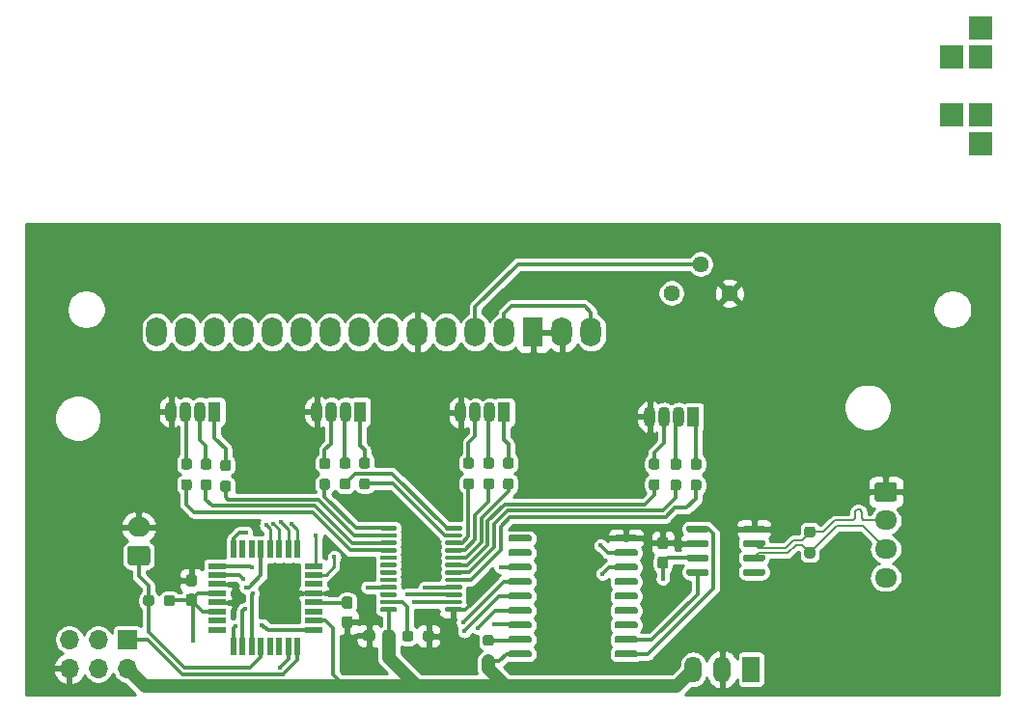
<source format=gbr>
G04 #@! TF.GenerationSoftware,KiCad,Pcbnew,5.1.7-a382d34a8~88~ubuntu18.04.1*
G04 #@! TF.CreationDate,2021-02-25T09:38:48-05:00*
G04 #@! TF.ProjectId,Dash_Left,44617368-5f4c-4656-9674-2e6b69636164,rev?*
G04 #@! TF.SameCoordinates,Original*
G04 #@! TF.FileFunction,Copper,L1,Top*
G04 #@! TF.FilePolarity,Positive*
%FSLAX46Y46*%
G04 Gerber Fmt 4.6, Leading zero omitted, Abs format (unit mm)*
G04 Created by KiCad (PCBNEW 5.1.7-a382d34a8~88~ubuntu18.04.1) date 2021-02-25 09:38:48*
%MOMM*%
%LPD*%
G01*
G04 APERTURE LIST*
G04 #@! TA.AperFunction,ComponentPad*
%ADD10R,2.000000X2.000000*%
G04 #@! TD*
G04 #@! TA.AperFunction,ComponentPad*
%ADD11O,1.800000X2.600000*%
G04 #@! TD*
G04 #@! TA.AperFunction,ComponentPad*
%ADD12R,1.800000X2.600000*%
G04 #@! TD*
G04 #@! TA.AperFunction,ComponentPad*
%ADD13O,1.500000X2.300000*%
G04 #@! TD*
G04 #@! TA.AperFunction,ComponentPad*
%ADD14R,1.500000X2.300000*%
G04 #@! TD*
G04 #@! TA.AperFunction,SMDPad,CuDef*
%ADD15R,0.550000X1.600000*%
G04 #@! TD*
G04 #@! TA.AperFunction,SMDPad,CuDef*
%ADD16R,1.600000X0.550000*%
G04 #@! TD*
G04 #@! TA.AperFunction,ComponentPad*
%ADD17C,1.440000*%
G04 #@! TD*
G04 #@! TA.AperFunction,ComponentPad*
%ADD18O,2.000000X1.700000*%
G04 #@! TD*
G04 #@! TA.AperFunction,ComponentPad*
%ADD19O,1.700000X1.700000*%
G04 #@! TD*
G04 #@! TA.AperFunction,ComponentPad*
%ADD20R,1.700000X1.700000*%
G04 #@! TD*
G04 #@! TA.AperFunction,ComponentPad*
%ADD21O,1.950000X1.700000*%
G04 #@! TD*
G04 #@! TA.AperFunction,ComponentPad*
%ADD22O,1.070000X1.800000*%
G04 #@! TD*
G04 #@! TA.AperFunction,ComponentPad*
%ADD23R,1.070000X1.800000*%
G04 #@! TD*
G04 #@! TA.AperFunction,ViaPad*
%ADD24C,0.450000*%
G04 #@! TD*
G04 #@! TA.AperFunction,Conductor*
%ADD25C,0.360000*%
G04 #@! TD*
G04 #@! TA.AperFunction,Conductor*
%ADD26C,1.200000*%
G04 #@! TD*
G04 #@! TA.AperFunction,Conductor*
%ADD27C,0.254000*%
G04 #@! TD*
G04 #@! TA.AperFunction,Conductor*
%ADD28C,0.200000*%
G04 #@! TD*
G04 #@! TA.AperFunction,Conductor*
%ADD29C,0.100000*%
G04 #@! TD*
G04 APERTURE END LIST*
G04 #@! TA.AperFunction,SMDPad,CuDef*
G36*
G01*
X139099580Y-110920520D02*
X139099580Y-111395520D01*
G75*
G02*
X138862080Y-111633020I-237500J0D01*
G01*
X138262080Y-111633020D01*
G75*
G02*
X138024580Y-111395520I0J237500D01*
G01*
X138024580Y-110920520D01*
G75*
G02*
X138262080Y-110683020I237500J0D01*
G01*
X138862080Y-110683020D01*
G75*
G02*
X139099580Y-110920520I0J-237500D01*
G01*
G37*
G04 #@! TD.AperFunction*
G04 #@! TA.AperFunction,SMDPad,CuDef*
G36*
G01*
X140824580Y-110920520D02*
X140824580Y-111395520D01*
G75*
G02*
X140587080Y-111633020I-237500J0D01*
G01*
X139987080Y-111633020D01*
G75*
G02*
X139749580Y-111395520I0J237500D01*
G01*
X139749580Y-110920520D01*
G75*
G02*
X139987080Y-110683020I237500J0D01*
G01*
X140587080Y-110683020D01*
G75*
G02*
X140824580Y-110920520I0J-237500D01*
G01*
G37*
G04 #@! TD.AperFunction*
G04 #@! TA.AperFunction,SMDPad,CuDef*
G36*
G01*
X122317500Y-97429500D02*
X122792500Y-97429500D01*
G75*
G02*
X123030000Y-97667000I0J-237500D01*
G01*
X123030000Y-98167000D01*
G75*
G02*
X122792500Y-98404500I-237500J0D01*
G01*
X122317500Y-98404500D01*
G75*
G02*
X122080000Y-98167000I0J237500D01*
G01*
X122080000Y-97667000D01*
G75*
G02*
X122317500Y-97429500I237500J0D01*
G01*
G37*
G04 #@! TD.AperFunction*
G04 #@! TA.AperFunction,SMDPad,CuDef*
G36*
G01*
X122317500Y-95604500D02*
X122792500Y-95604500D01*
G75*
G02*
X123030000Y-95842000I0J-237500D01*
G01*
X123030000Y-96342000D01*
G75*
G02*
X122792500Y-96579500I-237500J0D01*
G01*
X122317500Y-96579500D01*
G75*
G02*
X122080000Y-96342000I0J237500D01*
G01*
X122080000Y-95842000D01*
G75*
G02*
X122317500Y-95604500I237500J0D01*
G01*
G37*
G04 #@! TD.AperFunction*
G04 #@! TA.AperFunction,SMDPad,CuDef*
G36*
G01*
X124032000Y-97453000D02*
X124507000Y-97453000D01*
G75*
G02*
X124744500Y-97690500I0J-237500D01*
G01*
X124744500Y-98190500D01*
G75*
G02*
X124507000Y-98428000I-237500J0D01*
G01*
X124032000Y-98428000D01*
G75*
G02*
X123794500Y-98190500I0J237500D01*
G01*
X123794500Y-97690500D01*
G75*
G02*
X124032000Y-97453000I237500J0D01*
G01*
G37*
G04 #@! TD.AperFunction*
G04 #@! TA.AperFunction,SMDPad,CuDef*
G36*
G01*
X124032000Y-95628000D02*
X124507000Y-95628000D01*
G75*
G02*
X124744500Y-95865500I0J-237500D01*
G01*
X124744500Y-96365500D01*
G75*
G02*
X124507000Y-96603000I-237500J0D01*
G01*
X124032000Y-96603000D01*
G75*
G02*
X123794500Y-96365500I0J237500D01*
G01*
X123794500Y-95865500D01*
G75*
G02*
X124032000Y-95628000I237500J0D01*
G01*
G37*
G04 #@! TD.AperFunction*
G04 #@! TA.AperFunction,SMDPad,CuDef*
G36*
G01*
X125746500Y-97556500D02*
X126221500Y-97556500D01*
G75*
G02*
X126459000Y-97794000I0J-237500D01*
G01*
X126459000Y-98294000D01*
G75*
G02*
X126221500Y-98531500I-237500J0D01*
G01*
X125746500Y-98531500D01*
G75*
G02*
X125509000Y-98294000I0J237500D01*
G01*
X125509000Y-97794000D01*
G75*
G02*
X125746500Y-97556500I237500J0D01*
G01*
G37*
G04 #@! TD.AperFunction*
G04 #@! TA.AperFunction,SMDPad,CuDef*
G36*
G01*
X125746500Y-95731500D02*
X126221500Y-95731500D01*
G75*
G02*
X126459000Y-95969000I0J-237500D01*
G01*
X126459000Y-96469000D01*
G75*
G02*
X126221500Y-96706500I-237500J0D01*
G01*
X125746500Y-96706500D01*
G75*
G02*
X125509000Y-96469000I0J237500D01*
G01*
X125509000Y-95969000D01*
G75*
G02*
X125746500Y-95731500I237500J0D01*
G01*
G37*
G04 #@! TD.AperFunction*
G04 #@! TA.AperFunction,SMDPad,CuDef*
G36*
G01*
X134446000Y-97389500D02*
X134921000Y-97389500D01*
G75*
G02*
X135158500Y-97627000I0J-237500D01*
G01*
X135158500Y-98127000D01*
G75*
G02*
X134921000Y-98364500I-237500J0D01*
G01*
X134446000Y-98364500D01*
G75*
G02*
X134208500Y-98127000I0J237500D01*
G01*
X134208500Y-97627000D01*
G75*
G02*
X134446000Y-97389500I237500J0D01*
G01*
G37*
G04 #@! TD.AperFunction*
G04 #@! TA.AperFunction,SMDPad,CuDef*
G36*
G01*
X134446000Y-95564500D02*
X134921000Y-95564500D01*
G75*
G02*
X135158500Y-95802000I0J-237500D01*
G01*
X135158500Y-96302000D01*
G75*
G02*
X134921000Y-96539500I-237500J0D01*
G01*
X134446000Y-96539500D01*
G75*
G02*
X134208500Y-96302000I0J237500D01*
G01*
X134208500Y-95802000D01*
G75*
G02*
X134446000Y-95564500I237500J0D01*
G01*
G37*
G04 #@! TD.AperFunction*
G04 #@! TA.AperFunction,SMDPad,CuDef*
G36*
G01*
X136224000Y-97366000D02*
X136699000Y-97366000D01*
G75*
G02*
X136936500Y-97603500I0J-237500D01*
G01*
X136936500Y-98103500D01*
G75*
G02*
X136699000Y-98341000I-237500J0D01*
G01*
X136224000Y-98341000D01*
G75*
G02*
X135986500Y-98103500I0J237500D01*
G01*
X135986500Y-97603500D01*
G75*
G02*
X136224000Y-97366000I237500J0D01*
G01*
G37*
G04 #@! TD.AperFunction*
G04 #@! TA.AperFunction,SMDPad,CuDef*
G36*
G01*
X136224000Y-95541000D02*
X136699000Y-95541000D01*
G75*
G02*
X136936500Y-95778500I0J-237500D01*
G01*
X136936500Y-96278500D01*
G75*
G02*
X136699000Y-96516000I-237500J0D01*
G01*
X136224000Y-96516000D01*
G75*
G02*
X135986500Y-96278500I0J237500D01*
G01*
X135986500Y-95778500D01*
G75*
G02*
X136224000Y-95541000I237500J0D01*
G01*
G37*
G04 #@! TD.AperFunction*
G04 #@! TA.AperFunction,SMDPad,CuDef*
G36*
G01*
X137938500Y-97349500D02*
X138413500Y-97349500D01*
G75*
G02*
X138651000Y-97587000I0J-237500D01*
G01*
X138651000Y-98087000D01*
G75*
G02*
X138413500Y-98324500I-237500J0D01*
G01*
X137938500Y-98324500D01*
G75*
G02*
X137701000Y-98087000I0J237500D01*
G01*
X137701000Y-97587000D01*
G75*
G02*
X137938500Y-97349500I237500J0D01*
G01*
G37*
G04 #@! TD.AperFunction*
G04 #@! TA.AperFunction,SMDPad,CuDef*
G36*
G01*
X137938500Y-95524500D02*
X138413500Y-95524500D01*
G75*
G02*
X138651000Y-95762000I0J-237500D01*
G01*
X138651000Y-96262000D01*
G75*
G02*
X138413500Y-96499500I-237500J0D01*
G01*
X137938500Y-96499500D01*
G75*
G02*
X137701000Y-96262000I0J237500D01*
G01*
X137701000Y-95762000D01*
G75*
G02*
X137938500Y-95524500I237500J0D01*
G01*
G37*
G04 #@! TD.AperFunction*
G04 #@! TA.AperFunction,SMDPad,CuDef*
G36*
G01*
X147057100Y-97351400D02*
X147532100Y-97351400D01*
G75*
G02*
X147769600Y-97588900I0J-237500D01*
G01*
X147769600Y-98088900D01*
G75*
G02*
X147532100Y-98326400I-237500J0D01*
G01*
X147057100Y-98326400D01*
G75*
G02*
X146819600Y-98088900I0J237500D01*
G01*
X146819600Y-97588900D01*
G75*
G02*
X147057100Y-97351400I237500J0D01*
G01*
G37*
G04 #@! TD.AperFunction*
G04 #@! TA.AperFunction,SMDPad,CuDef*
G36*
G01*
X147057100Y-95526400D02*
X147532100Y-95526400D01*
G75*
G02*
X147769600Y-95763900I0J-237500D01*
G01*
X147769600Y-96263900D01*
G75*
G02*
X147532100Y-96501400I-237500J0D01*
G01*
X147057100Y-96501400D01*
G75*
G02*
X146819600Y-96263900I0J237500D01*
G01*
X146819600Y-95763900D01*
G75*
G02*
X147057100Y-95526400I237500J0D01*
G01*
G37*
G04 #@! TD.AperFunction*
G04 #@! TA.AperFunction,SMDPad,CuDef*
G36*
G01*
X148835100Y-97351400D02*
X149310100Y-97351400D01*
G75*
G02*
X149547600Y-97588900I0J-237500D01*
G01*
X149547600Y-98088900D01*
G75*
G02*
X149310100Y-98326400I-237500J0D01*
G01*
X148835100Y-98326400D01*
G75*
G02*
X148597600Y-98088900I0J237500D01*
G01*
X148597600Y-97588900D01*
G75*
G02*
X148835100Y-97351400I237500J0D01*
G01*
G37*
G04 #@! TD.AperFunction*
G04 #@! TA.AperFunction,SMDPad,CuDef*
G36*
G01*
X148835100Y-95526400D02*
X149310100Y-95526400D01*
G75*
G02*
X149547600Y-95763900I0J-237500D01*
G01*
X149547600Y-96263900D01*
G75*
G02*
X149310100Y-96501400I-237500J0D01*
G01*
X148835100Y-96501400D01*
G75*
G02*
X148597600Y-96263900I0J237500D01*
G01*
X148597600Y-95763900D01*
G75*
G02*
X148835100Y-95526400I237500J0D01*
G01*
G37*
G04 #@! TD.AperFunction*
G04 #@! TA.AperFunction,SMDPad,CuDef*
G36*
G01*
X150549600Y-97351400D02*
X151024600Y-97351400D01*
G75*
G02*
X151262100Y-97588900I0J-237500D01*
G01*
X151262100Y-98088900D01*
G75*
G02*
X151024600Y-98326400I-237500J0D01*
G01*
X150549600Y-98326400D01*
G75*
G02*
X150312100Y-98088900I0J237500D01*
G01*
X150312100Y-97588900D01*
G75*
G02*
X150549600Y-97351400I237500J0D01*
G01*
G37*
G04 #@! TD.AperFunction*
G04 #@! TA.AperFunction,SMDPad,CuDef*
G36*
G01*
X150549600Y-95526400D02*
X151024600Y-95526400D01*
G75*
G02*
X151262100Y-95763900I0J-237500D01*
G01*
X151262100Y-96263900D01*
G75*
G02*
X151024600Y-96501400I-237500J0D01*
G01*
X150549600Y-96501400D01*
G75*
G02*
X150312100Y-96263900I0J237500D01*
G01*
X150312100Y-95763900D01*
G75*
G02*
X150549600Y-95526400I237500J0D01*
G01*
G37*
G04 #@! TD.AperFunction*
G04 #@! TA.AperFunction,SMDPad,CuDef*
G36*
G01*
X163338500Y-97429500D02*
X163813500Y-97429500D01*
G75*
G02*
X164051000Y-97667000I0J-237500D01*
G01*
X164051000Y-98167000D01*
G75*
G02*
X163813500Y-98404500I-237500J0D01*
G01*
X163338500Y-98404500D01*
G75*
G02*
X163101000Y-98167000I0J237500D01*
G01*
X163101000Y-97667000D01*
G75*
G02*
X163338500Y-97429500I237500J0D01*
G01*
G37*
G04 #@! TD.AperFunction*
G04 #@! TA.AperFunction,SMDPad,CuDef*
G36*
G01*
X163338500Y-95604500D02*
X163813500Y-95604500D01*
G75*
G02*
X164051000Y-95842000I0J-237500D01*
G01*
X164051000Y-96342000D01*
G75*
G02*
X163813500Y-96579500I-237500J0D01*
G01*
X163338500Y-96579500D01*
G75*
G02*
X163101000Y-96342000I0J237500D01*
G01*
X163101000Y-95842000D01*
G75*
G02*
X163338500Y-95604500I237500J0D01*
G01*
G37*
G04 #@! TD.AperFunction*
G04 #@! TA.AperFunction,SMDPad,CuDef*
G36*
G01*
X165243500Y-97453000D02*
X165718500Y-97453000D01*
G75*
G02*
X165956000Y-97690500I0J-237500D01*
G01*
X165956000Y-98190500D01*
G75*
G02*
X165718500Y-98428000I-237500J0D01*
G01*
X165243500Y-98428000D01*
G75*
G02*
X165006000Y-98190500I0J237500D01*
G01*
X165006000Y-97690500D01*
G75*
G02*
X165243500Y-97453000I237500J0D01*
G01*
G37*
G04 #@! TD.AperFunction*
G04 #@! TA.AperFunction,SMDPad,CuDef*
G36*
G01*
X165243500Y-95628000D02*
X165718500Y-95628000D01*
G75*
G02*
X165956000Y-95865500I0J-237500D01*
G01*
X165956000Y-96365500D01*
G75*
G02*
X165718500Y-96603000I-237500J0D01*
G01*
X165243500Y-96603000D01*
G75*
G02*
X165006000Y-96365500I0J237500D01*
G01*
X165006000Y-95865500D01*
G75*
G02*
X165243500Y-95628000I237500J0D01*
G01*
G37*
G04 #@! TD.AperFunction*
G04 #@! TA.AperFunction,SMDPad,CuDef*
G36*
G01*
X167021500Y-97453000D02*
X167496500Y-97453000D01*
G75*
G02*
X167734000Y-97690500I0J-237500D01*
G01*
X167734000Y-98190500D01*
G75*
G02*
X167496500Y-98428000I-237500J0D01*
G01*
X167021500Y-98428000D01*
G75*
G02*
X166784000Y-98190500I0J237500D01*
G01*
X166784000Y-97690500D01*
G75*
G02*
X167021500Y-97453000I237500J0D01*
G01*
G37*
G04 #@! TD.AperFunction*
G04 #@! TA.AperFunction,SMDPad,CuDef*
G36*
G01*
X167021500Y-95628000D02*
X167496500Y-95628000D01*
G75*
G02*
X167734000Y-95865500I0J-237500D01*
G01*
X167734000Y-96365500D01*
G75*
G02*
X167496500Y-96603000I-237500J0D01*
G01*
X167021500Y-96603000D01*
G75*
G02*
X166784000Y-96365500I0J237500D01*
G01*
X166784000Y-95865500D01*
G75*
G02*
X167021500Y-95628000I237500J0D01*
G01*
G37*
G04 #@! TD.AperFunction*
G04 #@! TA.AperFunction,SMDPad,CuDef*
G36*
G01*
X171362500Y-101940500D02*
X171362500Y-101640500D01*
G75*
G02*
X171512500Y-101490500I150000J0D01*
G01*
X173162500Y-101490500D01*
G75*
G02*
X173312500Y-101640500I0J-150000D01*
G01*
X173312500Y-101940500D01*
G75*
G02*
X173162500Y-102090500I-150000J0D01*
G01*
X171512500Y-102090500D01*
G75*
G02*
X171362500Y-101940500I0J150000D01*
G01*
G37*
G04 #@! TD.AperFunction*
G04 #@! TA.AperFunction,SMDPad,CuDef*
G36*
G01*
X171362500Y-103210500D02*
X171362500Y-102910500D01*
G75*
G02*
X171512500Y-102760500I150000J0D01*
G01*
X173162500Y-102760500D01*
G75*
G02*
X173312500Y-102910500I0J-150000D01*
G01*
X173312500Y-103210500D01*
G75*
G02*
X173162500Y-103360500I-150000J0D01*
G01*
X171512500Y-103360500D01*
G75*
G02*
X171362500Y-103210500I0J150000D01*
G01*
G37*
G04 #@! TD.AperFunction*
G04 #@! TA.AperFunction,SMDPad,CuDef*
G36*
G01*
X171362500Y-104480500D02*
X171362500Y-104180500D01*
G75*
G02*
X171512500Y-104030500I150000J0D01*
G01*
X173162500Y-104030500D01*
G75*
G02*
X173312500Y-104180500I0J-150000D01*
G01*
X173312500Y-104480500D01*
G75*
G02*
X173162500Y-104630500I-150000J0D01*
G01*
X171512500Y-104630500D01*
G75*
G02*
X171362500Y-104480500I0J150000D01*
G01*
G37*
G04 #@! TD.AperFunction*
G04 #@! TA.AperFunction,SMDPad,CuDef*
G36*
G01*
X171362500Y-105750500D02*
X171362500Y-105450500D01*
G75*
G02*
X171512500Y-105300500I150000J0D01*
G01*
X173162500Y-105300500D01*
G75*
G02*
X173312500Y-105450500I0J-150000D01*
G01*
X173312500Y-105750500D01*
G75*
G02*
X173162500Y-105900500I-150000J0D01*
G01*
X171512500Y-105900500D01*
G75*
G02*
X171362500Y-105750500I0J150000D01*
G01*
G37*
G04 #@! TD.AperFunction*
G04 #@! TA.AperFunction,SMDPad,CuDef*
G36*
G01*
X166412500Y-105750500D02*
X166412500Y-105450500D01*
G75*
G02*
X166562500Y-105300500I150000J0D01*
G01*
X168212500Y-105300500D01*
G75*
G02*
X168362500Y-105450500I0J-150000D01*
G01*
X168362500Y-105750500D01*
G75*
G02*
X168212500Y-105900500I-150000J0D01*
G01*
X166562500Y-105900500D01*
G75*
G02*
X166412500Y-105750500I0J150000D01*
G01*
G37*
G04 #@! TD.AperFunction*
G04 #@! TA.AperFunction,SMDPad,CuDef*
G36*
G01*
X166412500Y-104480500D02*
X166412500Y-104180500D01*
G75*
G02*
X166562500Y-104030500I150000J0D01*
G01*
X168212500Y-104030500D01*
G75*
G02*
X168362500Y-104180500I0J-150000D01*
G01*
X168362500Y-104480500D01*
G75*
G02*
X168212500Y-104630500I-150000J0D01*
G01*
X166562500Y-104630500D01*
G75*
G02*
X166412500Y-104480500I0J150000D01*
G01*
G37*
G04 #@! TD.AperFunction*
G04 #@! TA.AperFunction,SMDPad,CuDef*
G36*
G01*
X166412500Y-103210500D02*
X166412500Y-102910500D01*
G75*
G02*
X166562500Y-102760500I150000J0D01*
G01*
X168212500Y-102760500D01*
G75*
G02*
X168362500Y-102910500I0J-150000D01*
G01*
X168362500Y-103210500D01*
G75*
G02*
X168212500Y-103360500I-150000J0D01*
G01*
X166562500Y-103360500D01*
G75*
G02*
X166412500Y-103210500I0J150000D01*
G01*
G37*
G04 #@! TD.AperFunction*
G04 #@! TA.AperFunction,SMDPad,CuDef*
G36*
G01*
X166412500Y-101940500D02*
X166412500Y-101640500D01*
G75*
G02*
X166562500Y-101490500I150000J0D01*
G01*
X168212500Y-101490500D01*
G75*
G02*
X168362500Y-101640500I0J-150000D01*
G01*
X168362500Y-101940500D01*
G75*
G02*
X168212500Y-102090500I-150000J0D01*
G01*
X166562500Y-102090500D01*
G75*
G02*
X166412500Y-101940500I0J150000D01*
G01*
G37*
G04 #@! TD.AperFunction*
G04 #@! TA.AperFunction,SMDPad,CuDef*
G36*
G01*
X152839000Y-112626000D02*
X152839000Y-112926000D01*
G75*
G02*
X152689000Y-113076000I-150000J0D01*
G01*
X150939000Y-113076000D01*
G75*
G02*
X150789000Y-112926000I0J150000D01*
G01*
X150789000Y-112626000D01*
G75*
G02*
X150939000Y-112476000I150000J0D01*
G01*
X152689000Y-112476000D01*
G75*
G02*
X152839000Y-112626000I0J-150000D01*
G01*
G37*
G04 #@! TD.AperFunction*
G04 #@! TA.AperFunction,SMDPad,CuDef*
G36*
G01*
X152839000Y-111356000D02*
X152839000Y-111656000D01*
G75*
G02*
X152689000Y-111806000I-150000J0D01*
G01*
X150939000Y-111806000D01*
G75*
G02*
X150789000Y-111656000I0J150000D01*
G01*
X150789000Y-111356000D01*
G75*
G02*
X150939000Y-111206000I150000J0D01*
G01*
X152689000Y-111206000D01*
G75*
G02*
X152839000Y-111356000I0J-150000D01*
G01*
G37*
G04 #@! TD.AperFunction*
G04 #@! TA.AperFunction,SMDPad,CuDef*
G36*
G01*
X152839000Y-110086000D02*
X152839000Y-110386000D01*
G75*
G02*
X152689000Y-110536000I-150000J0D01*
G01*
X150939000Y-110536000D01*
G75*
G02*
X150789000Y-110386000I0J150000D01*
G01*
X150789000Y-110086000D01*
G75*
G02*
X150939000Y-109936000I150000J0D01*
G01*
X152689000Y-109936000D01*
G75*
G02*
X152839000Y-110086000I0J-150000D01*
G01*
G37*
G04 #@! TD.AperFunction*
G04 #@! TA.AperFunction,SMDPad,CuDef*
G36*
G01*
X152839000Y-108816000D02*
X152839000Y-109116000D01*
G75*
G02*
X152689000Y-109266000I-150000J0D01*
G01*
X150939000Y-109266000D01*
G75*
G02*
X150789000Y-109116000I0J150000D01*
G01*
X150789000Y-108816000D01*
G75*
G02*
X150939000Y-108666000I150000J0D01*
G01*
X152689000Y-108666000D01*
G75*
G02*
X152839000Y-108816000I0J-150000D01*
G01*
G37*
G04 #@! TD.AperFunction*
G04 #@! TA.AperFunction,SMDPad,CuDef*
G36*
G01*
X152839000Y-107546000D02*
X152839000Y-107846000D01*
G75*
G02*
X152689000Y-107996000I-150000J0D01*
G01*
X150939000Y-107996000D01*
G75*
G02*
X150789000Y-107846000I0J150000D01*
G01*
X150789000Y-107546000D01*
G75*
G02*
X150939000Y-107396000I150000J0D01*
G01*
X152689000Y-107396000D01*
G75*
G02*
X152839000Y-107546000I0J-150000D01*
G01*
G37*
G04 #@! TD.AperFunction*
G04 #@! TA.AperFunction,SMDPad,CuDef*
G36*
G01*
X152839000Y-106276000D02*
X152839000Y-106576000D01*
G75*
G02*
X152689000Y-106726000I-150000J0D01*
G01*
X150939000Y-106726000D01*
G75*
G02*
X150789000Y-106576000I0J150000D01*
G01*
X150789000Y-106276000D01*
G75*
G02*
X150939000Y-106126000I150000J0D01*
G01*
X152689000Y-106126000D01*
G75*
G02*
X152839000Y-106276000I0J-150000D01*
G01*
G37*
G04 #@! TD.AperFunction*
G04 #@! TA.AperFunction,SMDPad,CuDef*
G36*
G01*
X152839000Y-105006000D02*
X152839000Y-105306000D01*
G75*
G02*
X152689000Y-105456000I-150000J0D01*
G01*
X150939000Y-105456000D01*
G75*
G02*
X150789000Y-105306000I0J150000D01*
G01*
X150789000Y-105006000D01*
G75*
G02*
X150939000Y-104856000I150000J0D01*
G01*
X152689000Y-104856000D01*
G75*
G02*
X152839000Y-105006000I0J-150000D01*
G01*
G37*
G04 #@! TD.AperFunction*
G04 #@! TA.AperFunction,SMDPad,CuDef*
G36*
G01*
X152839000Y-103736000D02*
X152839000Y-104036000D01*
G75*
G02*
X152689000Y-104186000I-150000J0D01*
G01*
X150939000Y-104186000D01*
G75*
G02*
X150789000Y-104036000I0J150000D01*
G01*
X150789000Y-103736000D01*
G75*
G02*
X150939000Y-103586000I150000J0D01*
G01*
X152689000Y-103586000D01*
G75*
G02*
X152839000Y-103736000I0J-150000D01*
G01*
G37*
G04 #@! TD.AperFunction*
G04 #@! TA.AperFunction,SMDPad,CuDef*
G36*
G01*
X152839000Y-102466000D02*
X152839000Y-102766000D01*
G75*
G02*
X152689000Y-102916000I-150000J0D01*
G01*
X150939000Y-102916000D01*
G75*
G02*
X150789000Y-102766000I0J150000D01*
G01*
X150789000Y-102466000D01*
G75*
G02*
X150939000Y-102316000I150000J0D01*
G01*
X152689000Y-102316000D01*
G75*
G02*
X152839000Y-102466000I0J-150000D01*
G01*
G37*
G04 #@! TD.AperFunction*
G04 #@! TA.AperFunction,SMDPad,CuDef*
G36*
G01*
X162139000Y-102466000D02*
X162139000Y-102766000D01*
G75*
G02*
X161989000Y-102916000I-150000J0D01*
G01*
X160239000Y-102916000D01*
G75*
G02*
X160089000Y-102766000I0J150000D01*
G01*
X160089000Y-102466000D01*
G75*
G02*
X160239000Y-102316000I150000J0D01*
G01*
X161989000Y-102316000D01*
G75*
G02*
X162139000Y-102466000I0J-150000D01*
G01*
G37*
G04 #@! TD.AperFunction*
G04 #@! TA.AperFunction,SMDPad,CuDef*
G36*
G01*
X162139000Y-103736000D02*
X162139000Y-104036000D01*
G75*
G02*
X161989000Y-104186000I-150000J0D01*
G01*
X160239000Y-104186000D01*
G75*
G02*
X160089000Y-104036000I0J150000D01*
G01*
X160089000Y-103736000D01*
G75*
G02*
X160239000Y-103586000I150000J0D01*
G01*
X161989000Y-103586000D01*
G75*
G02*
X162139000Y-103736000I0J-150000D01*
G01*
G37*
G04 #@! TD.AperFunction*
G04 #@! TA.AperFunction,SMDPad,CuDef*
G36*
G01*
X162139000Y-105006000D02*
X162139000Y-105306000D01*
G75*
G02*
X161989000Y-105456000I-150000J0D01*
G01*
X160239000Y-105456000D01*
G75*
G02*
X160089000Y-105306000I0J150000D01*
G01*
X160089000Y-105006000D01*
G75*
G02*
X160239000Y-104856000I150000J0D01*
G01*
X161989000Y-104856000D01*
G75*
G02*
X162139000Y-105006000I0J-150000D01*
G01*
G37*
G04 #@! TD.AperFunction*
G04 #@! TA.AperFunction,SMDPad,CuDef*
G36*
G01*
X162139000Y-106276000D02*
X162139000Y-106576000D01*
G75*
G02*
X161989000Y-106726000I-150000J0D01*
G01*
X160239000Y-106726000D01*
G75*
G02*
X160089000Y-106576000I0J150000D01*
G01*
X160089000Y-106276000D01*
G75*
G02*
X160239000Y-106126000I150000J0D01*
G01*
X161989000Y-106126000D01*
G75*
G02*
X162139000Y-106276000I0J-150000D01*
G01*
G37*
G04 #@! TD.AperFunction*
G04 #@! TA.AperFunction,SMDPad,CuDef*
G36*
G01*
X162139000Y-107546000D02*
X162139000Y-107846000D01*
G75*
G02*
X161989000Y-107996000I-150000J0D01*
G01*
X160239000Y-107996000D01*
G75*
G02*
X160089000Y-107846000I0J150000D01*
G01*
X160089000Y-107546000D01*
G75*
G02*
X160239000Y-107396000I150000J0D01*
G01*
X161989000Y-107396000D01*
G75*
G02*
X162139000Y-107546000I0J-150000D01*
G01*
G37*
G04 #@! TD.AperFunction*
G04 #@! TA.AperFunction,SMDPad,CuDef*
G36*
G01*
X162139000Y-108816000D02*
X162139000Y-109116000D01*
G75*
G02*
X161989000Y-109266000I-150000J0D01*
G01*
X160239000Y-109266000D01*
G75*
G02*
X160089000Y-109116000I0J150000D01*
G01*
X160089000Y-108816000D01*
G75*
G02*
X160239000Y-108666000I150000J0D01*
G01*
X161989000Y-108666000D01*
G75*
G02*
X162139000Y-108816000I0J-150000D01*
G01*
G37*
G04 #@! TD.AperFunction*
G04 #@! TA.AperFunction,SMDPad,CuDef*
G36*
G01*
X162139000Y-110086000D02*
X162139000Y-110386000D01*
G75*
G02*
X161989000Y-110536000I-150000J0D01*
G01*
X160239000Y-110536000D01*
G75*
G02*
X160089000Y-110386000I0J150000D01*
G01*
X160089000Y-110086000D01*
G75*
G02*
X160239000Y-109936000I150000J0D01*
G01*
X161989000Y-109936000D01*
G75*
G02*
X162139000Y-110086000I0J-150000D01*
G01*
G37*
G04 #@! TD.AperFunction*
G04 #@! TA.AperFunction,SMDPad,CuDef*
G36*
G01*
X162139000Y-111356000D02*
X162139000Y-111656000D01*
G75*
G02*
X161989000Y-111806000I-150000J0D01*
G01*
X160239000Y-111806000D01*
G75*
G02*
X160089000Y-111656000I0J150000D01*
G01*
X160089000Y-111356000D01*
G75*
G02*
X160239000Y-111206000I150000J0D01*
G01*
X161989000Y-111206000D01*
G75*
G02*
X162139000Y-111356000I0J-150000D01*
G01*
G37*
G04 #@! TD.AperFunction*
G04 #@! TA.AperFunction,SMDPad,CuDef*
G36*
G01*
X162139000Y-112626000D02*
X162139000Y-112926000D01*
G75*
G02*
X161989000Y-113076000I-150000J0D01*
G01*
X160239000Y-113076000D01*
G75*
G02*
X160089000Y-112926000I0J150000D01*
G01*
X160089000Y-112626000D01*
G75*
G02*
X160239000Y-112476000I150000J0D01*
G01*
X161989000Y-112476000D01*
G75*
G02*
X162139000Y-112626000I0J-150000D01*
G01*
G37*
G04 #@! TD.AperFunction*
G04 #@! TA.AperFunction,SMDPad,CuDef*
G36*
G01*
X140999000Y-108769000D02*
X140999000Y-108969000D01*
G75*
G02*
X140899000Y-109069000I-100000J0D01*
G01*
X139624000Y-109069000D01*
G75*
G02*
X139524000Y-108969000I0J100000D01*
G01*
X139524000Y-108769000D01*
G75*
G02*
X139624000Y-108669000I100000J0D01*
G01*
X140899000Y-108669000D01*
G75*
G02*
X140999000Y-108769000I0J-100000D01*
G01*
G37*
G04 #@! TD.AperFunction*
G04 #@! TA.AperFunction,SMDPad,CuDef*
G36*
G01*
X140999000Y-108119000D02*
X140999000Y-108319000D01*
G75*
G02*
X140899000Y-108419000I-100000J0D01*
G01*
X139624000Y-108419000D01*
G75*
G02*
X139524000Y-108319000I0J100000D01*
G01*
X139524000Y-108119000D01*
G75*
G02*
X139624000Y-108019000I100000J0D01*
G01*
X140899000Y-108019000D01*
G75*
G02*
X140999000Y-108119000I0J-100000D01*
G01*
G37*
G04 #@! TD.AperFunction*
G04 #@! TA.AperFunction,SMDPad,CuDef*
G36*
G01*
X140999000Y-107469000D02*
X140999000Y-107669000D01*
G75*
G02*
X140899000Y-107769000I-100000J0D01*
G01*
X139624000Y-107769000D01*
G75*
G02*
X139524000Y-107669000I0J100000D01*
G01*
X139524000Y-107469000D01*
G75*
G02*
X139624000Y-107369000I100000J0D01*
G01*
X140899000Y-107369000D01*
G75*
G02*
X140999000Y-107469000I0J-100000D01*
G01*
G37*
G04 #@! TD.AperFunction*
G04 #@! TA.AperFunction,SMDPad,CuDef*
G36*
G01*
X140999000Y-106819000D02*
X140999000Y-107019000D01*
G75*
G02*
X140899000Y-107119000I-100000J0D01*
G01*
X139624000Y-107119000D01*
G75*
G02*
X139524000Y-107019000I0J100000D01*
G01*
X139524000Y-106819000D01*
G75*
G02*
X139624000Y-106719000I100000J0D01*
G01*
X140899000Y-106719000D01*
G75*
G02*
X140999000Y-106819000I0J-100000D01*
G01*
G37*
G04 #@! TD.AperFunction*
G04 #@! TA.AperFunction,SMDPad,CuDef*
G36*
G01*
X140999000Y-106169000D02*
X140999000Y-106369000D01*
G75*
G02*
X140899000Y-106469000I-100000J0D01*
G01*
X139624000Y-106469000D01*
G75*
G02*
X139524000Y-106369000I0J100000D01*
G01*
X139524000Y-106169000D01*
G75*
G02*
X139624000Y-106069000I100000J0D01*
G01*
X140899000Y-106069000D01*
G75*
G02*
X140999000Y-106169000I0J-100000D01*
G01*
G37*
G04 #@! TD.AperFunction*
G04 #@! TA.AperFunction,SMDPad,CuDef*
G36*
G01*
X140999000Y-105519000D02*
X140999000Y-105719000D01*
G75*
G02*
X140899000Y-105819000I-100000J0D01*
G01*
X139624000Y-105819000D01*
G75*
G02*
X139524000Y-105719000I0J100000D01*
G01*
X139524000Y-105519000D01*
G75*
G02*
X139624000Y-105419000I100000J0D01*
G01*
X140899000Y-105419000D01*
G75*
G02*
X140999000Y-105519000I0J-100000D01*
G01*
G37*
G04 #@! TD.AperFunction*
G04 #@! TA.AperFunction,SMDPad,CuDef*
G36*
G01*
X140999000Y-104869000D02*
X140999000Y-105069000D01*
G75*
G02*
X140899000Y-105169000I-100000J0D01*
G01*
X139624000Y-105169000D01*
G75*
G02*
X139524000Y-105069000I0J100000D01*
G01*
X139524000Y-104869000D01*
G75*
G02*
X139624000Y-104769000I100000J0D01*
G01*
X140899000Y-104769000D01*
G75*
G02*
X140999000Y-104869000I0J-100000D01*
G01*
G37*
G04 #@! TD.AperFunction*
G04 #@! TA.AperFunction,SMDPad,CuDef*
G36*
G01*
X140999000Y-104219000D02*
X140999000Y-104419000D01*
G75*
G02*
X140899000Y-104519000I-100000J0D01*
G01*
X139624000Y-104519000D01*
G75*
G02*
X139524000Y-104419000I0J100000D01*
G01*
X139524000Y-104219000D01*
G75*
G02*
X139624000Y-104119000I100000J0D01*
G01*
X140899000Y-104119000D01*
G75*
G02*
X140999000Y-104219000I0J-100000D01*
G01*
G37*
G04 #@! TD.AperFunction*
G04 #@! TA.AperFunction,SMDPad,CuDef*
G36*
G01*
X140999000Y-103569000D02*
X140999000Y-103769000D01*
G75*
G02*
X140899000Y-103869000I-100000J0D01*
G01*
X139624000Y-103869000D01*
G75*
G02*
X139524000Y-103769000I0J100000D01*
G01*
X139524000Y-103569000D01*
G75*
G02*
X139624000Y-103469000I100000J0D01*
G01*
X140899000Y-103469000D01*
G75*
G02*
X140999000Y-103569000I0J-100000D01*
G01*
G37*
G04 #@! TD.AperFunction*
G04 #@! TA.AperFunction,SMDPad,CuDef*
G36*
G01*
X140999000Y-102919000D02*
X140999000Y-103119000D01*
G75*
G02*
X140899000Y-103219000I-100000J0D01*
G01*
X139624000Y-103219000D01*
G75*
G02*
X139524000Y-103119000I0J100000D01*
G01*
X139524000Y-102919000D01*
G75*
G02*
X139624000Y-102819000I100000J0D01*
G01*
X140899000Y-102819000D01*
G75*
G02*
X140999000Y-102919000I0J-100000D01*
G01*
G37*
G04 #@! TD.AperFunction*
G04 #@! TA.AperFunction,SMDPad,CuDef*
G36*
G01*
X140999000Y-102269000D02*
X140999000Y-102469000D01*
G75*
G02*
X140899000Y-102569000I-100000J0D01*
G01*
X139624000Y-102569000D01*
G75*
G02*
X139524000Y-102469000I0J100000D01*
G01*
X139524000Y-102269000D01*
G75*
G02*
X139624000Y-102169000I100000J0D01*
G01*
X140899000Y-102169000D01*
G75*
G02*
X140999000Y-102269000I0J-100000D01*
G01*
G37*
G04 #@! TD.AperFunction*
G04 #@! TA.AperFunction,SMDPad,CuDef*
G36*
G01*
X140999000Y-101619000D02*
X140999000Y-101819000D01*
G75*
G02*
X140899000Y-101919000I-100000J0D01*
G01*
X139624000Y-101919000D01*
G75*
G02*
X139524000Y-101819000I0J100000D01*
G01*
X139524000Y-101619000D01*
G75*
G02*
X139624000Y-101519000I100000J0D01*
G01*
X140899000Y-101519000D01*
G75*
G02*
X140999000Y-101619000I0J-100000D01*
G01*
G37*
G04 #@! TD.AperFunction*
G04 #@! TA.AperFunction,SMDPad,CuDef*
G36*
G01*
X146724000Y-101619000D02*
X146724000Y-101819000D01*
G75*
G02*
X146624000Y-101919000I-100000J0D01*
G01*
X145349000Y-101919000D01*
G75*
G02*
X145249000Y-101819000I0J100000D01*
G01*
X145249000Y-101619000D01*
G75*
G02*
X145349000Y-101519000I100000J0D01*
G01*
X146624000Y-101519000D01*
G75*
G02*
X146724000Y-101619000I0J-100000D01*
G01*
G37*
G04 #@! TD.AperFunction*
G04 #@! TA.AperFunction,SMDPad,CuDef*
G36*
G01*
X146724000Y-102269000D02*
X146724000Y-102469000D01*
G75*
G02*
X146624000Y-102569000I-100000J0D01*
G01*
X145349000Y-102569000D01*
G75*
G02*
X145249000Y-102469000I0J100000D01*
G01*
X145249000Y-102269000D01*
G75*
G02*
X145349000Y-102169000I100000J0D01*
G01*
X146624000Y-102169000D01*
G75*
G02*
X146724000Y-102269000I0J-100000D01*
G01*
G37*
G04 #@! TD.AperFunction*
G04 #@! TA.AperFunction,SMDPad,CuDef*
G36*
G01*
X146724000Y-102919000D02*
X146724000Y-103119000D01*
G75*
G02*
X146624000Y-103219000I-100000J0D01*
G01*
X145349000Y-103219000D01*
G75*
G02*
X145249000Y-103119000I0J100000D01*
G01*
X145249000Y-102919000D01*
G75*
G02*
X145349000Y-102819000I100000J0D01*
G01*
X146624000Y-102819000D01*
G75*
G02*
X146724000Y-102919000I0J-100000D01*
G01*
G37*
G04 #@! TD.AperFunction*
G04 #@! TA.AperFunction,SMDPad,CuDef*
G36*
G01*
X146724000Y-103569000D02*
X146724000Y-103769000D01*
G75*
G02*
X146624000Y-103869000I-100000J0D01*
G01*
X145349000Y-103869000D01*
G75*
G02*
X145249000Y-103769000I0J100000D01*
G01*
X145249000Y-103569000D01*
G75*
G02*
X145349000Y-103469000I100000J0D01*
G01*
X146624000Y-103469000D01*
G75*
G02*
X146724000Y-103569000I0J-100000D01*
G01*
G37*
G04 #@! TD.AperFunction*
G04 #@! TA.AperFunction,SMDPad,CuDef*
G36*
G01*
X146724000Y-104219000D02*
X146724000Y-104419000D01*
G75*
G02*
X146624000Y-104519000I-100000J0D01*
G01*
X145349000Y-104519000D01*
G75*
G02*
X145249000Y-104419000I0J100000D01*
G01*
X145249000Y-104219000D01*
G75*
G02*
X145349000Y-104119000I100000J0D01*
G01*
X146624000Y-104119000D01*
G75*
G02*
X146724000Y-104219000I0J-100000D01*
G01*
G37*
G04 #@! TD.AperFunction*
G04 #@! TA.AperFunction,SMDPad,CuDef*
G36*
G01*
X146724000Y-104869000D02*
X146724000Y-105069000D01*
G75*
G02*
X146624000Y-105169000I-100000J0D01*
G01*
X145349000Y-105169000D01*
G75*
G02*
X145249000Y-105069000I0J100000D01*
G01*
X145249000Y-104869000D01*
G75*
G02*
X145349000Y-104769000I100000J0D01*
G01*
X146624000Y-104769000D01*
G75*
G02*
X146724000Y-104869000I0J-100000D01*
G01*
G37*
G04 #@! TD.AperFunction*
G04 #@! TA.AperFunction,SMDPad,CuDef*
G36*
G01*
X146724000Y-105519000D02*
X146724000Y-105719000D01*
G75*
G02*
X146624000Y-105819000I-100000J0D01*
G01*
X145349000Y-105819000D01*
G75*
G02*
X145249000Y-105719000I0J100000D01*
G01*
X145249000Y-105519000D01*
G75*
G02*
X145349000Y-105419000I100000J0D01*
G01*
X146624000Y-105419000D01*
G75*
G02*
X146724000Y-105519000I0J-100000D01*
G01*
G37*
G04 #@! TD.AperFunction*
G04 #@! TA.AperFunction,SMDPad,CuDef*
G36*
G01*
X146724000Y-106169000D02*
X146724000Y-106369000D01*
G75*
G02*
X146624000Y-106469000I-100000J0D01*
G01*
X145349000Y-106469000D01*
G75*
G02*
X145249000Y-106369000I0J100000D01*
G01*
X145249000Y-106169000D01*
G75*
G02*
X145349000Y-106069000I100000J0D01*
G01*
X146624000Y-106069000D01*
G75*
G02*
X146724000Y-106169000I0J-100000D01*
G01*
G37*
G04 #@! TD.AperFunction*
G04 #@! TA.AperFunction,SMDPad,CuDef*
G36*
G01*
X146724000Y-106819000D02*
X146724000Y-107019000D01*
G75*
G02*
X146624000Y-107119000I-100000J0D01*
G01*
X145349000Y-107119000D01*
G75*
G02*
X145249000Y-107019000I0J100000D01*
G01*
X145249000Y-106819000D01*
G75*
G02*
X145349000Y-106719000I100000J0D01*
G01*
X146624000Y-106719000D01*
G75*
G02*
X146724000Y-106819000I0J-100000D01*
G01*
G37*
G04 #@! TD.AperFunction*
G04 #@! TA.AperFunction,SMDPad,CuDef*
G36*
G01*
X146724000Y-107469000D02*
X146724000Y-107669000D01*
G75*
G02*
X146624000Y-107769000I-100000J0D01*
G01*
X145349000Y-107769000D01*
G75*
G02*
X145249000Y-107669000I0J100000D01*
G01*
X145249000Y-107469000D01*
G75*
G02*
X145349000Y-107369000I100000J0D01*
G01*
X146624000Y-107369000D01*
G75*
G02*
X146724000Y-107469000I0J-100000D01*
G01*
G37*
G04 #@! TD.AperFunction*
G04 #@! TA.AperFunction,SMDPad,CuDef*
G36*
G01*
X146724000Y-108119000D02*
X146724000Y-108319000D01*
G75*
G02*
X146624000Y-108419000I-100000J0D01*
G01*
X145349000Y-108419000D01*
G75*
G02*
X145249000Y-108319000I0J100000D01*
G01*
X145249000Y-108119000D01*
G75*
G02*
X145349000Y-108019000I100000J0D01*
G01*
X146624000Y-108019000D01*
G75*
G02*
X146724000Y-108119000I0J-100000D01*
G01*
G37*
G04 #@! TD.AperFunction*
G04 #@! TA.AperFunction,SMDPad,CuDef*
G36*
G01*
X146724000Y-108769000D02*
X146724000Y-108969000D01*
G75*
G02*
X146624000Y-109069000I-100000J0D01*
G01*
X145349000Y-109069000D01*
G75*
G02*
X145249000Y-108969000I0J100000D01*
G01*
X145249000Y-108769000D01*
G75*
G02*
X145349000Y-108669000I100000J0D01*
G01*
X146624000Y-108669000D01*
G75*
G02*
X146724000Y-108769000I0J-100000D01*
G01*
G37*
G04 #@! TD.AperFunction*
D10*
X192251500Y-67998500D03*
X192251500Y-65458500D03*
X189711500Y-65458500D03*
X189711500Y-60378500D03*
X192251500Y-60378500D03*
X192251500Y-57838500D03*
D11*
X155506420Y-84515960D03*
X158051500Y-84518500D03*
X119951500Y-84518500D03*
X122486420Y-84515960D03*
X125031500Y-84518500D03*
X127571500Y-84518500D03*
X130111500Y-84518500D03*
X132651500Y-84518500D03*
X135191500Y-84518500D03*
X137731500Y-84518500D03*
X140271500Y-84518500D03*
X142811500Y-84518500D03*
X145351500Y-84518500D03*
X147891500Y-84518500D03*
X150431500Y-84518500D03*
D12*
X152971500Y-84518500D03*
D13*
X167005000Y-114109500D03*
X169545000Y-114109500D03*
D14*
X172085000Y-114109500D03*
D15*
X126672000Y-103592000D03*
X127472000Y-103592000D03*
X128272000Y-103592000D03*
X129072000Y-103592000D03*
X129872000Y-103592000D03*
X130672000Y-103592000D03*
X131472000Y-103592000D03*
X132272000Y-103592000D03*
D16*
X133722000Y-105042000D03*
X133722000Y-105842000D03*
X133722000Y-106642000D03*
X133722000Y-107442000D03*
X133722000Y-108242000D03*
X133722000Y-109042000D03*
X133722000Y-109842000D03*
X133722000Y-110642000D03*
D15*
X132272000Y-112092000D03*
X131472000Y-112092000D03*
X130672000Y-112092000D03*
X129872000Y-112092000D03*
X129072000Y-112092000D03*
X128272000Y-112092000D03*
X127472000Y-112092000D03*
X126672000Y-112092000D03*
D16*
X125222000Y-110642000D03*
X125222000Y-109842000D03*
X125222000Y-109042000D03*
X125222000Y-108242000D03*
X125222000Y-107442000D03*
X125222000Y-106642000D03*
X125222000Y-105842000D03*
X125222000Y-105042000D03*
D17*
X165100000Y-81089500D03*
X167640000Y-78549500D03*
X170180000Y-81089500D03*
G04 #@! TA.AperFunction,SMDPad,CuDef*
G36*
G01*
X176991000Y-103398500D02*
X177466000Y-103398500D01*
G75*
G02*
X177703500Y-103636000I0J-237500D01*
G01*
X177703500Y-104136000D01*
G75*
G02*
X177466000Y-104373500I-237500J0D01*
G01*
X176991000Y-104373500D01*
G75*
G02*
X176753500Y-104136000I0J237500D01*
G01*
X176753500Y-103636000D01*
G75*
G02*
X176991000Y-103398500I237500J0D01*
G01*
G37*
G04 #@! TD.AperFunction*
G04 #@! TA.AperFunction,SMDPad,CuDef*
G36*
G01*
X176991000Y-101573500D02*
X177466000Y-101573500D01*
G75*
G02*
X177703500Y-101811000I0J-237500D01*
G01*
X177703500Y-102311000D01*
G75*
G02*
X177466000Y-102548500I-237500J0D01*
G01*
X176991000Y-102548500D01*
G75*
G02*
X176753500Y-102311000I0J237500D01*
G01*
X176753500Y-101811000D01*
G75*
G02*
X176991000Y-101573500I237500J0D01*
G01*
G37*
G04 #@! TD.AperFunction*
G04 #@! TA.AperFunction,SMDPad,CuDef*
G36*
G01*
X149272000Y-112057000D02*
X148797000Y-112057000D01*
G75*
G02*
X148559500Y-111819500I0J237500D01*
G01*
X148559500Y-111319500D01*
G75*
G02*
X148797000Y-111082000I237500J0D01*
G01*
X149272000Y-111082000D01*
G75*
G02*
X149509500Y-111319500I0J-237500D01*
G01*
X149509500Y-111819500D01*
G75*
G02*
X149272000Y-112057000I-237500J0D01*
G01*
G37*
G04 #@! TD.AperFunction*
G04 #@! TA.AperFunction,SMDPad,CuDef*
G36*
G01*
X149272000Y-113882000D02*
X148797000Y-113882000D01*
G75*
G02*
X148559500Y-113644500I0J237500D01*
G01*
X148559500Y-113144500D01*
G75*
G02*
X148797000Y-112907000I237500J0D01*
G01*
X149272000Y-112907000D01*
G75*
G02*
X149509500Y-113144500I0J-237500D01*
G01*
X149509500Y-113644500D01*
G75*
G02*
X149272000Y-113882000I-237500J0D01*
G01*
G37*
G04 #@! TD.AperFunction*
G04 #@! TA.AperFunction,SMDPad,CuDef*
G36*
G01*
X143305080Y-111433620D02*
X143305080Y-110958620D01*
G75*
G02*
X143542580Y-110721120I237500J0D01*
G01*
X144042580Y-110721120D01*
G75*
G02*
X144280080Y-110958620I0J-237500D01*
G01*
X144280080Y-111433620D01*
G75*
G02*
X144042580Y-111671120I-237500J0D01*
G01*
X143542580Y-111671120D01*
G75*
G02*
X143305080Y-111433620I0J237500D01*
G01*
G37*
G04 #@! TD.AperFunction*
G04 #@! TA.AperFunction,SMDPad,CuDef*
G36*
G01*
X141480080Y-111433620D02*
X141480080Y-110958620D01*
G75*
G02*
X141717580Y-110721120I237500J0D01*
G01*
X142217580Y-110721120D01*
G75*
G02*
X142455080Y-110958620I0J-237500D01*
G01*
X142455080Y-111433620D01*
G75*
G02*
X142217580Y-111671120I-237500J0D01*
G01*
X141717580Y-111671120D01*
G75*
G02*
X141480080Y-111433620I0J237500D01*
G01*
G37*
G04 #@! TD.AperFunction*
G04 #@! TA.AperFunction,SMDPad,CuDef*
G36*
G01*
X119717000Y-107839500D02*
X119717000Y-108314500D01*
G75*
G02*
X119479500Y-108552000I-237500J0D01*
G01*
X118979500Y-108552000D01*
G75*
G02*
X118742000Y-108314500I0J237500D01*
G01*
X118742000Y-107839500D01*
G75*
G02*
X118979500Y-107602000I237500J0D01*
G01*
X119479500Y-107602000D01*
G75*
G02*
X119717000Y-107839500I0J-237500D01*
G01*
G37*
G04 #@! TD.AperFunction*
G04 #@! TA.AperFunction,SMDPad,CuDef*
G36*
G01*
X121542000Y-107839500D02*
X121542000Y-108314500D01*
G75*
G02*
X121304500Y-108552000I-237500J0D01*
G01*
X120804500Y-108552000D01*
G75*
G02*
X120567000Y-108314500I0J237500D01*
G01*
X120567000Y-107839500D01*
G75*
G02*
X120804500Y-107602000I237500J0D01*
G01*
X121304500Y-107602000D01*
G75*
G02*
X121542000Y-107839500I0J-237500D01*
G01*
G37*
G04 #@! TD.AperFunction*
D18*
X118364000Y-101640000D03*
G04 #@! TA.AperFunction,ComponentPad*
G36*
G01*
X119114000Y-104990000D02*
X117614000Y-104990000D01*
G75*
G02*
X117364000Y-104740000I0J250000D01*
G01*
X117364000Y-103540000D01*
G75*
G02*
X117614000Y-103290000I250000J0D01*
G01*
X119114000Y-103290000D01*
G75*
G02*
X119364000Y-103540000I0J-250000D01*
G01*
X119364000Y-104740000D01*
G75*
G02*
X119114000Y-104990000I-250000J0D01*
G01*
G37*
G04 #@! TD.AperFunction*
D19*
X112268000Y-114046000D03*
X112268000Y-111506000D03*
X114808000Y-114046000D03*
X114808000Y-111506000D03*
X117348000Y-114046000D03*
D20*
X117348000Y-111506000D03*
D21*
X183896000Y-106052000D03*
X183896000Y-103552000D03*
X183896000Y-101052000D03*
G04 #@! TA.AperFunction,ComponentPad*
G36*
G01*
X183171000Y-97702000D02*
X184621000Y-97702000D01*
G75*
G02*
X184871000Y-97952000I0J-250000D01*
G01*
X184871000Y-99152000D01*
G75*
G02*
X184621000Y-99402000I-250000J0D01*
G01*
X183171000Y-99402000D01*
G75*
G02*
X182921000Y-99152000I0J250000D01*
G01*
X182921000Y-97952000D01*
G75*
G02*
X183171000Y-97702000I250000J0D01*
G01*
G37*
G04 #@! TD.AperFunction*
D22*
X121221500Y-91503500D03*
X122491500Y-91503500D03*
X123761500Y-91503500D03*
D23*
X125031500Y-91503500D03*
D22*
X133985000Y-91503500D03*
X135255000Y-91503500D03*
X136525000Y-91503500D03*
D23*
X137795000Y-91503500D03*
D22*
X146621500Y-91567000D03*
X147891500Y-91567000D03*
X149161500Y-91567000D03*
D23*
X150431500Y-91567000D03*
D22*
X163195000Y-91948000D03*
X164465000Y-91948000D03*
X165735000Y-91948000D03*
D23*
X167005000Y-91948000D03*
G04 #@! TA.AperFunction,SMDPad,CuDef*
G36*
G01*
X164575500Y-103561000D02*
X164100500Y-103561000D01*
G75*
G02*
X163863000Y-103323500I0J237500D01*
G01*
X163863000Y-102723500D01*
G75*
G02*
X164100500Y-102486000I237500J0D01*
G01*
X164575500Y-102486000D01*
G75*
G02*
X164813000Y-102723500I0J-237500D01*
G01*
X164813000Y-103323500D01*
G75*
G02*
X164575500Y-103561000I-237500J0D01*
G01*
G37*
G04 #@! TD.AperFunction*
G04 #@! TA.AperFunction,SMDPad,CuDef*
G36*
G01*
X164575500Y-105286000D02*
X164100500Y-105286000D01*
G75*
G02*
X163863000Y-105048500I0J237500D01*
G01*
X163863000Y-104448500D01*
G75*
G02*
X164100500Y-104211000I237500J0D01*
G01*
X164575500Y-104211000D01*
G75*
G02*
X164813000Y-104448500I0J-237500D01*
G01*
X164813000Y-105048500D01*
G75*
G02*
X164575500Y-105286000I-237500J0D01*
G01*
G37*
G04 #@! TD.AperFunction*
G04 #@! TA.AperFunction,SMDPad,CuDef*
G36*
G01*
X136414500Y-109444500D02*
X136889500Y-109444500D01*
G75*
G02*
X137127000Y-109682000I0J-237500D01*
G01*
X137127000Y-110282000D01*
G75*
G02*
X136889500Y-110519500I-237500J0D01*
G01*
X136414500Y-110519500D01*
G75*
G02*
X136177000Y-110282000I0J237500D01*
G01*
X136177000Y-109682000D01*
G75*
G02*
X136414500Y-109444500I237500J0D01*
G01*
G37*
G04 #@! TD.AperFunction*
G04 #@! TA.AperFunction,SMDPad,CuDef*
G36*
G01*
X136414500Y-107719500D02*
X136889500Y-107719500D01*
G75*
G02*
X137127000Y-107957000I0J-237500D01*
G01*
X137127000Y-108557000D01*
G75*
G02*
X136889500Y-108794500I-237500J0D01*
G01*
X136414500Y-108794500D01*
G75*
G02*
X136177000Y-108557000I0J237500D01*
G01*
X136177000Y-107957000D01*
G75*
G02*
X136414500Y-107719500I237500J0D01*
G01*
G37*
G04 #@! TD.AperFunction*
G04 #@! TA.AperFunction,SMDPad,CuDef*
G36*
G01*
X123226840Y-106838700D02*
X122751840Y-106838700D01*
G75*
G02*
X122514340Y-106601200I0J237500D01*
G01*
X122514340Y-106001200D01*
G75*
G02*
X122751840Y-105763700I237500J0D01*
G01*
X123226840Y-105763700D01*
G75*
G02*
X123464340Y-106001200I0J-237500D01*
G01*
X123464340Y-106601200D01*
G75*
G02*
X123226840Y-106838700I-237500J0D01*
G01*
G37*
G04 #@! TD.AperFunction*
G04 #@! TA.AperFunction,SMDPad,CuDef*
G36*
G01*
X123226840Y-108563700D02*
X122751840Y-108563700D01*
G75*
G02*
X122514340Y-108326200I0J237500D01*
G01*
X122514340Y-107726200D01*
G75*
G02*
X122751840Y-107488700I237500J0D01*
G01*
X123226840Y-107488700D01*
G75*
G02*
X123464340Y-107726200I0J-237500D01*
G01*
X123464340Y-108326200D01*
G75*
G02*
X123226840Y-108563700I-237500J0D01*
G01*
G37*
G04 #@! TD.AperFunction*
D24*
X127508000Y-107696000D03*
X117348000Y-108204000D03*
X116586000Y-108966000D03*
X146304000Y-114046000D03*
X147320000Y-112776000D03*
X144272000Y-103378000D03*
X142240000Y-103378000D03*
X142240000Y-106426000D03*
X136652000Y-111506000D03*
X136652000Y-112776000D03*
X142240000Y-112522000D03*
X143510000Y-112522000D03*
X147574000Y-107950000D03*
X148590000Y-106934000D03*
X138430000Y-112776000D03*
X131826000Y-109728000D03*
X131064000Y-109728000D03*
X130302000Y-109728000D03*
X136652000Y-104394000D03*
X137414000Y-104394000D03*
X138176000Y-104394000D03*
X138430000Y-100584000D03*
X138938000Y-100076000D03*
X139446000Y-99568000D03*
X139954000Y-99060000D03*
X123088400Y-111556800D03*
X164338000Y-106172000D03*
X127762000Y-106934000D03*
X130713937Y-113945800D03*
X146920417Y-110781297D03*
X146812000Y-109983611D03*
X129159000Y-110236000D03*
X148082000Y-110490000D03*
X130970000Y-114554000D03*
X150114000Y-105156000D03*
X127762000Y-102108000D03*
X129540000Y-101473000D03*
X130173699Y-101314576D03*
X130834679Y-101190384D03*
X131753039Y-101323572D03*
X133921500Y-102362000D03*
X135509000Y-104267000D03*
X128353369Y-107440053D03*
X142544800Y-108204000D03*
X127663800Y-108800900D03*
X143469360Y-106935400D03*
X126862840Y-110309660D03*
X149565360Y-110185200D03*
X127508000Y-106172000D03*
X141884400Y-107543600D03*
X128270000Y-105156000D03*
X138430000Y-106934000D03*
X158877000Y-103251000D03*
X159067500Y-105727500D03*
D25*
X147574000Y-108268198D02*
X147574000Y-107950000D01*
X145986500Y-108869000D02*
X146973198Y-108869000D01*
X146973198Y-108869000D02*
X147574000Y-108268198D01*
X150431500Y-82858500D02*
X151057500Y-82232500D01*
X150431500Y-84518500D02*
X150431500Y-82858500D01*
X151057500Y-82232500D02*
X157480000Y-82232500D01*
X158051500Y-82804000D02*
X158051500Y-84518500D01*
X157480000Y-82232500D02*
X158051500Y-82804000D01*
X123573540Y-107442000D02*
X122989340Y-108026200D01*
X125222000Y-107442000D02*
X123573540Y-107442000D01*
X124005140Y-109042000D02*
X122989340Y-108026200D01*
X125222000Y-109042000D02*
X124005140Y-109042000D01*
X140287080Y-108894580D02*
X140261500Y-108869000D01*
X140287080Y-111158020D02*
X140287080Y-108894580D01*
X151814000Y-112776000D02*
X150622000Y-112776000D01*
X150003500Y-113394500D02*
X149034500Y-113394500D01*
X150622000Y-112776000D02*
X150003500Y-113394500D01*
D26*
X118884201Y-115582201D02*
X117348000Y-114046000D01*
X167005000Y-114109500D02*
X165532299Y-115582201D01*
X144792201Y-115582201D02*
X142760201Y-115582201D01*
X140287080Y-113109080D02*
X140287080Y-111158020D01*
X142760201Y-115582201D02*
X140287080Y-113109080D01*
X152438599Y-115582201D02*
X150532601Y-115582201D01*
X152438599Y-115582201D02*
X144792201Y-115582201D01*
X165532299Y-115582201D02*
X152438599Y-115582201D01*
X149034500Y-114084100D02*
X149034500Y-113394500D01*
X150532601Y-115582201D02*
X149034500Y-114084100D01*
D25*
X123088400Y-108125260D02*
X122989340Y-108026200D01*
X123088400Y-111556800D02*
X123088400Y-108125260D01*
X121105300Y-108026200D02*
X121054500Y-108077000D01*
X122989340Y-108026200D02*
X121105300Y-108026200D01*
X134686762Y-109842000D02*
X135382000Y-110537238D01*
X133722000Y-109842000D02*
X134686762Y-109842000D01*
X135382000Y-110537238D02*
X135382000Y-114554000D01*
X135382000Y-114554000D02*
X136410201Y-115582201D01*
D26*
X144792201Y-115582201D02*
X136410201Y-115582201D01*
X136410201Y-115582201D02*
X118884201Y-115582201D01*
D25*
X164338000Y-106172000D02*
X164338000Y-104748500D01*
X164756000Y-104330500D02*
X164338000Y-104748500D01*
X167387500Y-104330500D02*
X164756000Y-104330500D01*
X133811000Y-108331000D02*
X133722000Y-108242000D01*
X133758000Y-108278000D02*
X133722000Y-108242000D01*
X136652000Y-108278000D02*
X133758000Y-108278000D01*
X147196860Y-104969000D02*
X148984230Y-103181631D01*
X145986500Y-104969000D02*
X147196860Y-104969000D01*
X148984230Y-103181631D02*
X148984230Y-101084266D01*
X148984230Y-101084266D02*
X150436996Y-99631500D01*
X150436996Y-99631500D02*
X162750500Y-99631500D01*
X163576000Y-98806000D02*
X163576000Y-97917000D01*
X162750500Y-99631500D02*
X163576000Y-98806000D01*
X147343360Y-105619000D02*
X149547440Y-103414920D01*
X145986500Y-105619000D02*
X147343360Y-105619000D01*
X149547440Y-101341060D02*
X150693790Y-100194710D01*
X149547440Y-103414920D02*
X149547440Y-101341060D01*
X150693790Y-100194710D02*
X164346290Y-100194710D01*
X165481000Y-99060000D02*
X165481000Y-97940500D01*
X164346290Y-100194710D02*
X165481000Y-99060000D01*
X147489858Y-106269000D02*
X150114000Y-103644858D01*
X145986500Y-106269000D02*
X147489858Y-106269000D01*
X150114000Y-103644858D02*
X150114000Y-101570998D01*
X150114000Y-101570998D02*
X150927078Y-100757920D01*
X164579579Y-100757920D02*
X165388499Y-99949000D01*
X150927078Y-100757920D02*
X164579579Y-100757920D01*
X165388499Y-99949000D02*
X166433500Y-99949000D01*
X167259000Y-99123500D02*
X167259000Y-97940500D01*
X166433500Y-99949000D02*
X167259000Y-99123500D01*
X145986500Y-103019000D02*
X146757364Y-103019000D01*
X147294600Y-102481764D02*
X147294600Y-97838900D01*
X146757364Y-103019000D02*
X147294600Y-102481764D01*
X146970653Y-103602210D02*
X147857810Y-102715053D01*
X146016290Y-103602210D02*
X146970653Y-103602210D01*
X145986500Y-103669000D02*
X145986500Y-103632000D01*
X145986500Y-103632000D02*
X146016290Y-103602210D01*
X147857810Y-102715053D02*
X147857810Y-100617690D01*
X149072600Y-99402900D02*
X149072600Y-97838900D01*
X147857810Y-100617690D02*
X149072600Y-99402900D01*
X147050361Y-104319000D02*
X148421020Y-102948342D01*
X145986500Y-104319000D02*
X147050361Y-104319000D01*
X148421020Y-102948342D02*
X148421020Y-100850978D01*
X150787100Y-98484898D02*
X150787100Y-97838900D01*
X148421020Y-100850978D02*
X150787100Y-98484898D01*
X140261500Y-101719000D02*
X137406000Y-101719000D01*
X134683500Y-98996500D02*
X134683500Y-97877000D01*
X137406000Y-101719000D02*
X134683500Y-98996500D01*
X137348710Y-96966290D02*
X136461500Y-97853500D01*
X140609425Y-96966290D02*
X137348710Y-96966290D01*
X145986500Y-101719000D02*
X145362133Y-101719000D01*
X145362133Y-101719000D02*
X140609425Y-96966290D01*
X140683636Y-97837000D02*
X138176000Y-97837000D01*
X145986500Y-102369000D02*
X145215636Y-102369000D01*
X145215636Y-102369000D02*
X140683636Y-97837000D01*
X140261500Y-103669000D02*
X136911296Y-103669000D01*
X136911296Y-103669000D02*
X133590214Y-100347918D01*
X133590214Y-100347918D02*
X123207918Y-100347918D01*
X122555000Y-99695000D02*
X122555000Y-97917000D01*
X123207918Y-100347918D02*
X122555000Y-99695000D01*
X140261500Y-103019000D02*
X137057794Y-103019000D01*
X133823502Y-99784708D02*
X124803708Y-99784708D01*
X137057794Y-103019000D02*
X133823502Y-99784708D01*
X124269500Y-99250500D02*
X124269500Y-97940500D01*
X124803708Y-99784708D02*
X124269500Y-99250500D01*
X140261500Y-102369000D02*
X137259502Y-102369000D01*
X134112000Y-99221498D02*
X126208998Y-99221498D01*
X137259502Y-102369000D02*
X134112000Y-99221498D01*
X125984000Y-98996500D02*
X125984000Y-98044000D01*
X126208998Y-99221498D02*
X125984000Y-98996500D01*
X127762000Y-106934000D02*
X128016000Y-106934000D01*
X129072000Y-105878000D02*
X129072000Y-103592000D01*
X128016000Y-106934000D02*
X129072000Y-105878000D01*
X131472000Y-112092000D02*
X131472000Y-113187737D01*
X131472000Y-113187737D02*
X130713937Y-113945800D01*
X151814000Y-107696000D02*
X150005714Y-107696000D01*
X150005714Y-107696000D02*
X146920417Y-110781297D01*
X151814000Y-106426000D02*
X150369611Y-106426000D01*
X150369611Y-106426000D02*
X146812000Y-109983611D01*
X129769000Y-110642000D02*
X133722000Y-110642000D01*
X129159000Y-110236000D02*
X129769000Y-110642000D01*
X132272000Y-113252000D02*
X130970000Y-114554000D01*
X132272000Y-112092000D02*
X132272000Y-113252000D01*
X130970000Y-114554000D02*
X122174000Y-114554000D01*
X119126000Y-111506000D02*
X117348000Y-111506000D01*
X122174000Y-114554000D02*
X119126000Y-111506000D01*
X151814000Y-108966000D02*
X149606000Y-108966000D01*
X149606000Y-108966000D02*
X148082000Y-110490000D01*
X119229500Y-108077000D02*
X119229500Y-106783500D01*
X118364000Y-105918000D02*
X118364000Y-104140000D01*
X119229500Y-106783500D02*
X118364000Y-105918000D01*
X129072000Y-113056762D02*
X128137972Y-113990790D01*
X129072000Y-112092000D02*
X129072000Y-113056762D01*
X128137972Y-113990790D02*
X122407288Y-113990790D01*
X119229500Y-110813002D02*
X119229500Y-108077000D01*
X122407288Y-113990790D02*
X119229500Y-110813002D01*
X141906000Y-111315500D02*
X141906000Y-108632000D01*
X141493000Y-108219000D02*
X140261500Y-108219000D01*
X141906000Y-108632000D02*
X141493000Y-108219000D01*
X151750500Y-111569500D02*
X151814000Y-111506000D01*
X149034500Y-111569500D02*
X151750500Y-111569500D01*
X147891500Y-84518500D02*
X147891500Y-82296000D01*
X151638000Y-78549500D02*
X167640000Y-78549500D01*
X147891500Y-82296000D02*
X151638000Y-78549500D01*
X151814000Y-105156000D02*
X150114000Y-105156000D01*
X126672000Y-102627238D02*
X126672000Y-103592000D01*
X127762000Y-102108000D02*
X127191238Y-102108000D01*
X127191238Y-102108000D02*
X126672000Y-102627238D01*
D27*
X129872000Y-103592000D02*
X129872000Y-101805000D01*
X129872000Y-101805000D02*
X129540000Y-101473000D01*
X130672000Y-103592000D02*
X130672000Y-101812877D01*
X130672000Y-101812877D02*
X130173699Y-101314576D01*
X131472000Y-103592000D02*
X131472000Y-101827705D01*
X131472000Y-101827705D02*
X130834679Y-101190384D01*
X132272000Y-103592000D02*
X132272000Y-101842533D01*
X132272000Y-101842533D02*
X131753039Y-101323572D01*
X133921500Y-104842500D02*
X133722000Y-105042000D01*
X133921500Y-102362000D02*
X133921500Y-104842500D01*
X134776000Y-105842000D02*
X133722000Y-105842000D01*
X135509000Y-104267000D02*
X135509000Y-105109000D01*
X135509000Y-105109000D02*
X134776000Y-105842000D01*
D25*
X128272000Y-112092000D02*
X128272000Y-107521422D01*
X128272000Y-107521422D02*
X128353369Y-107440053D01*
X145971500Y-108204000D02*
X145986500Y-108219000D01*
X142544800Y-108204000D02*
X145971500Y-108204000D01*
X127472000Y-112092000D02*
X127472000Y-108992700D01*
X127472000Y-108992700D02*
X127663800Y-108800900D01*
X145970100Y-106935400D02*
X145986500Y-106919000D01*
X143469360Y-106935400D02*
X145970100Y-106935400D01*
X126672000Y-112092000D02*
X126672000Y-110500500D01*
X126672000Y-110500500D02*
X126862840Y-110309660D01*
X151763200Y-110185200D02*
X151814000Y-110236000D01*
X149565360Y-110185200D02*
X151763200Y-110185200D01*
X125222000Y-105842000D02*
X127178000Y-105842000D01*
X127178000Y-105842000D02*
X127508000Y-106172000D01*
X145961100Y-107543600D02*
X145986500Y-107569000D01*
X141884400Y-107543600D02*
X145961100Y-107543600D01*
X125222000Y-105042000D02*
X128156000Y-105042000D01*
X128156000Y-105042000D02*
X128270000Y-105156000D01*
X140246500Y-106934000D02*
X140261500Y-106919000D01*
X138430000Y-106934000D02*
X140246500Y-106934000D01*
X161114000Y-103886000D02*
X159512000Y-103886000D01*
X159512000Y-103886000D02*
X158877000Y-103251000D01*
X161114000Y-105156000D02*
X159639000Y-105156000D01*
X159639000Y-105156000D02*
X159067500Y-105727500D01*
X167387500Y-105600500D02*
X167387500Y-107504000D01*
X163385500Y-111506000D02*
X161114000Y-111506000D01*
X167387500Y-107504000D02*
X163385500Y-111506000D01*
X168745710Y-102173710D02*
X168745710Y-107034790D01*
X167387500Y-101790500D02*
X168362500Y-101790500D01*
X168362500Y-101790500D02*
X168745710Y-102173710D01*
X163004500Y-112776000D02*
X161114000Y-112776000D01*
X168745710Y-107034790D02*
X163004500Y-112776000D01*
X163576000Y-96092000D02*
X163576000Y-95123000D01*
X164465000Y-94234000D02*
X164465000Y-91948000D01*
X163576000Y-95123000D02*
X164465000Y-94234000D01*
X165481000Y-92202000D02*
X165735000Y-91948000D01*
X165481000Y-96115500D02*
X165481000Y-92202000D01*
X167259000Y-92202000D02*
X167005000Y-91948000D01*
X167259000Y-96115500D02*
X167259000Y-92202000D01*
X147294600Y-96013900D02*
X147294600Y-94259400D01*
X147891500Y-93662500D02*
X147891500Y-91567000D01*
X147294600Y-94259400D02*
X147891500Y-93662500D01*
X149072600Y-91655900D02*
X149161500Y-91567000D01*
X149072600Y-96013900D02*
X149072600Y-91655900D01*
X150787100Y-96013900D02*
X150787100Y-94335600D01*
X150431500Y-93980000D02*
X150431500Y-91567000D01*
X150787100Y-94335600D02*
X150431500Y-93980000D01*
X134683500Y-96052000D02*
X134683500Y-94869000D01*
X135255000Y-94297500D02*
X135255000Y-91503500D01*
X134683500Y-94869000D02*
X135255000Y-94297500D01*
X136461500Y-91567000D02*
X136525000Y-91503500D01*
X136461500Y-96028500D02*
X136461500Y-91567000D01*
X138176000Y-96012000D02*
X138176000Y-94869000D01*
X137795000Y-94488000D02*
X137795000Y-91503500D01*
X138176000Y-94869000D02*
X137795000Y-94488000D01*
X122555000Y-91567000D02*
X122491500Y-91503500D01*
X122555000Y-96092000D02*
X122555000Y-91567000D01*
X124269500Y-96115500D02*
X124269500Y-94488000D01*
X123761500Y-93980000D02*
X123761500Y-91503500D01*
X124269500Y-94488000D02*
X123761500Y-93980000D01*
X125984000Y-96219000D02*
X125984000Y-94742000D01*
X125031500Y-93789500D02*
X125031500Y-91503500D01*
X125984000Y-94742000D02*
X125031500Y-93789500D01*
D28*
X178735302Y-102379198D02*
X177228500Y-103886000D01*
X179612500Y-101502000D02*
X178735302Y-102379198D01*
X181846000Y-101502000D02*
X179612500Y-101502000D01*
X183896000Y-103552000D02*
X181846000Y-101502000D01*
X176541000Y-103198500D02*
X176011700Y-103198500D01*
X177228500Y-103886000D02*
X176541000Y-103198500D01*
X172747500Y-103920500D02*
X172337500Y-104330500D01*
X175289700Y-103920500D02*
X172747500Y-103920500D01*
X176011700Y-103198500D02*
X175289700Y-103920500D01*
X182088000Y-101052000D02*
X183809670Y-101052000D01*
X182021243Y-101044479D02*
X182088000Y-101052000D01*
X181957834Y-101022291D02*
X182021243Y-101044479D01*
X181788000Y-100752000D02*
X181795521Y-100818757D01*
X181788000Y-100383152D02*
X181788000Y-100752000D01*
X181780478Y-100316396D02*
X181788000Y-100383152D01*
X181722549Y-100196106D02*
X181758290Y-100252987D01*
X181675046Y-100148603D02*
X181722549Y-100196106D01*
X183809670Y-101052000D02*
X183896000Y-101052000D01*
X181488000Y-100083152D02*
X181554756Y-100090674D01*
X181758290Y-100252987D02*
X181780478Y-100316396D01*
X181421243Y-100090674D02*
X181488000Y-100083152D01*
X180954756Y-101044479D02*
X181018165Y-101022291D01*
X180888000Y-101052000D02*
X180954756Y-101044479D01*
X181900953Y-100986550D02*
X181957834Y-101022291D01*
X181195521Y-100316396D02*
X181217709Y-100252987D01*
X179426103Y-101052000D02*
X180888000Y-101052000D01*
X177228500Y-102061000D02*
X178417103Y-102061000D01*
X181300953Y-100148603D02*
X181357834Y-100112862D01*
X181554756Y-100090674D02*
X181618165Y-100112862D01*
X181122549Y-100939047D02*
X181158290Y-100882166D01*
X181618165Y-100112862D02*
X181675046Y-100148603D01*
X181018165Y-101022291D02*
X181075046Y-100986550D01*
X181158290Y-100882166D02*
X181180478Y-100818757D01*
X181795521Y-100818757D02*
X181817709Y-100882166D01*
X181180478Y-100818757D02*
X181188000Y-100752000D01*
X181817709Y-100882166D02*
X181853450Y-100939047D01*
X181357834Y-100112862D02*
X181421243Y-100090674D01*
X178417103Y-102061000D02*
X179426103Y-101052000D01*
X181075046Y-100986550D02*
X181122549Y-100939047D01*
X181188000Y-100752000D02*
X181188000Y-100383152D01*
X181853450Y-100939047D02*
X181900953Y-100986550D01*
X181188000Y-100383152D02*
X181195521Y-100316396D01*
X181217709Y-100252987D02*
X181253450Y-100196106D01*
X181253450Y-100196106D02*
X181300953Y-100148603D01*
X177228500Y-102061000D02*
X176541000Y-102748500D01*
X176541000Y-102748500D02*
X175825300Y-102748500D01*
X172747500Y-103470500D02*
X172337500Y-103060500D01*
X175825300Y-102748500D02*
X175103300Y-103470500D01*
X175103300Y-103470500D02*
X172747500Y-103470500D01*
D27*
X193798001Y-113639852D02*
X193798000Y-116328000D01*
X166326428Y-116328000D01*
X166338688Y-116313061D01*
X166908745Y-115743005D01*
X167005000Y-115752485D01*
X167247493Y-115728601D01*
X167480669Y-115657868D01*
X167695564Y-115543004D01*
X167883923Y-115388423D01*
X168038504Y-115200065D01*
X168153368Y-114985170D01*
X168198416Y-114836666D01*
X168211389Y-114904260D01*
X168314028Y-115156849D01*
X168463972Y-115384561D01*
X168655460Y-115578645D01*
X168881132Y-115731642D01*
X169132316Y-115837673D01*
X169203815Y-115851818D01*
X169418000Y-115729156D01*
X169418000Y-114236500D01*
X169398000Y-114236500D01*
X169398000Y-113982500D01*
X169418000Y-113982500D01*
X169418000Y-112489844D01*
X169672000Y-112489844D01*
X169672000Y-113982500D01*
X169692000Y-113982500D01*
X169692000Y-114236500D01*
X169672000Y-114236500D01*
X169672000Y-115729156D01*
X169886185Y-115851818D01*
X169957684Y-115837673D01*
X170208868Y-115731642D01*
X170434540Y-115578645D01*
X170626028Y-115384561D01*
X170775972Y-115156849D01*
X170845644Y-114985390D01*
X170845644Y-115259500D01*
X170855047Y-115354969D01*
X170882894Y-115446768D01*
X170928115Y-115531372D01*
X170988973Y-115605527D01*
X171063128Y-115666385D01*
X171147732Y-115711606D01*
X171239531Y-115739453D01*
X171335000Y-115748856D01*
X172835000Y-115748856D01*
X172930469Y-115739453D01*
X173022268Y-115711606D01*
X173106872Y-115666385D01*
X173181027Y-115605527D01*
X173241885Y-115531372D01*
X173287106Y-115446768D01*
X173314953Y-115354969D01*
X173324356Y-115259500D01*
X173324356Y-112959500D01*
X173314953Y-112864031D01*
X173287106Y-112772232D01*
X173241885Y-112687628D01*
X173181027Y-112613473D01*
X173106872Y-112552615D01*
X173022268Y-112507394D01*
X172930469Y-112479547D01*
X172835000Y-112470144D01*
X171335000Y-112470144D01*
X171239531Y-112479547D01*
X171147732Y-112507394D01*
X171063128Y-112552615D01*
X170988973Y-112613473D01*
X170928115Y-112687628D01*
X170882894Y-112772232D01*
X170855047Y-112864031D01*
X170845644Y-112959500D01*
X170845644Y-113233610D01*
X170775972Y-113062151D01*
X170626028Y-112834439D01*
X170434540Y-112640355D01*
X170208868Y-112487358D01*
X169957684Y-112381327D01*
X169886185Y-112367182D01*
X169672000Y-112489844D01*
X169418000Y-112489844D01*
X169203815Y-112367182D01*
X169132316Y-112381327D01*
X168881132Y-112487358D01*
X168655460Y-112640355D01*
X168463972Y-112834439D01*
X168314028Y-113062151D01*
X168211389Y-113314740D01*
X168198416Y-113382335D01*
X168153368Y-113233830D01*
X168038504Y-113018935D01*
X167883923Y-112830577D01*
X167695565Y-112675996D01*
X167480670Y-112561132D01*
X167247494Y-112490399D01*
X167005000Y-112466515D01*
X166762507Y-112490399D01*
X166529331Y-112561132D01*
X166314436Y-112675996D01*
X166126078Y-112830577D01*
X165971497Y-113018935D01*
X165856632Y-113233830D01*
X165785899Y-113467006D01*
X165768000Y-113648734D01*
X165768000Y-113809250D01*
X165082050Y-114495201D01*
X150982851Y-114495201D01*
X150410771Y-113923121D01*
X150477422Y-113868422D01*
X150498313Y-113842966D01*
X150794274Y-113547006D01*
X150814268Y-113553071D01*
X150939000Y-113565356D01*
X152689000Y-113565356D01*
X152813732Y-113553071D01*
X152933671Y-113516688D01*
X153044207Y-113457605D01*
X153141093Y-113378093D01*
X153220605Y-113281207D01*
X153279688Y-113170671D01*
X153316071Y-113050732D01*
X153328356Y-112926000D01*
X153328356Y-112626000D01*
X153316071Y-112501268D01*
X153279688Y-112381329D01*
X153220605Y-112270793D01*
X153141093Y-112173907D01*
X153100996Y-112141000D01*
X153141093Y-112108093D01*
X153220605Y-112011207D01*
X153279688Y-111900671D01*
X153316071Y-111780732D01*
X153328356Y-111656000D01*
X153328356Y-111356000D01*
X153316071Y-111231268D01*
X153279688Y-111111329D01*
X153220605Y-111000793D01*
X153141093Y-110903907D01*
X153100996Y-110871000D01*
X153141093Y-110838093D01*
X153220605Y-110741207D01*
X153279688Y-110630671D01*
X153316071Y-110510732D01*
X153328356Y-110386000D01*
X153328356Y-110086000D01*
X153316071Y-109961268D01*
X153279688Y-109841329D01*
X153220605Y-109730793D01*
X153141093Y-109633907D01*
X153100996Y-109601000D01*
X153141093Y-109568093D01*
X153220605Y-109471207D01*
X153279688Y-109360671D01*
X153316071Y-109240732D01*
X153328356Y-109116000D01*
X153328356Y-108816000D01*
X153316071Y-108691268D01*
X153279688Y-108571329D01*
X153220605Y-108460793D01*
X153141093Y-108363907D01*
X153100996Y-108331000D01*
X153141093Y-108298093D01*
X153220605Y-108201207D01*
X153279688Y-108090671D01*
X153316071Y-107970732D01*
X153328356Y-107846000D01*
X153328356Y-107546000D01*
X153316071Y-107421268D01*
X153279688Y-107301329D01*
X153220605Y-107190793D01*
X153141093Y-107093907D01*
X153100996Y-107061000D01*
X153141093Y-107028093D01*
X153220605Y-106931207D01*
X153279688Y-106820671D01*
X153316071Y-106700732D01*
X153328356Y-106576000D01*
X153328356Y-106276000D01*
X153316071Y-106151268D01*
X153279688Y-106031329D01*
X153220605Y-105920793D01*
X153141093Y-105823907D01*
X153100996Y-105791000D01*
X153141093Y-105758093D01*
X153220605Y-105661207D01*
X153279688Y-105550671D01*
X153316071Y-105430732D01*
X153328356Y-105306000D01*
X153328356Y-105006000D01*
X153316071Y-104881268D01*
X153279688Y-104761329D01*
X153220605Y-104650793D01*
X153141093Y-104553907D01*
X153100996Y-104521000D01*
X153141093Y-104488093D01*
X153220605Y-104391207D01*
X153279688Y-104280671D01*
X153316071Y-104160732D01*
X153328356Y-104036000D01*
X153328356Y-103736000D01*
X153316071Y-103611268D01*
X153279688Y-103491329D01*
X153220605Y-103380793D01*
X153141093Y-103283907D01*
X153100996Y-103251000D01*
X153141093Y-103218093D01*
X153171637Y-103180874D01*
X158165000Y-103180874D01*
X158165000Y-103321126D01*
X158192362Y-103458683D01*
X158246034Y-103588258D01*
X158323954Y-103704874D01*
X158423126Y-103804046D01*
X158539742Y-103881966D01*
X158582325Y-103899605D01*
X159017191Y-104334471D01*
X159038078Y-104359922D01*
X159139642Y-104443273D01*
X159255515Y-104505209D01*
X159374228Y-104541220D01*
X159266641Y-104598727D01*
X159243468Y-104617745D01*
X159165078Y-104682078D01*
X159144192Y-104707528D01*
X158772825Y-105078895D01*
X158730242Y-105096534D01*
X158613626Y-105174454D01*
X158514454Y-105273626D01*
X158436534Y-105390242D01*
X158382862Y-105519817D01*
X158355500Y-105657374D01*
X158355500Y-105797626D01*
X158382862Y-105935183D01*
X158436534Y-106064758D01*
X158514454Y-106181374D01*
X158613626Y-106280546D01*
X158730242Y-106358466D01*
X158859817Y-106412138D01*
X158997374Y-106439500D01*
X159137626Y-106439500D01*
X159275183Y-106412138D01*
X159404758Y-106358466D01*
X159521374Y-106280546D01*
X159607698Y-106194222D01*
X159599644Y-106276000D01*
X159599644Y-106576000D01*
X159611929Y-106700732D01*
X159648312Y-106820671D01*
X159707395Y-106931207D01*
X159786907Y-107028093D01*
X159827004Y-107061000D01*
X159786907Y-107093907D01*
X159707395Y-107190793D01*
X159648312Y-107301329D01*
X159611929Y-107421268D01*
X159599644Y-107546000D01*
X159599644Y-107846000D01*
X159611929Y-107970732D01*
X159648312Y-108090671D01*
X159707395Y-108201207D01*
X159786907Y-108298093D01*
X159827004Y-108331000D01*
X159786907Y-108363907D01*
X159707395Y-108460793D01*
X159648312Y-108571329D01*
X159611929Y-108691268D01*
X159599644Y-108816000D01*
X159599644Y-109116000D01*
X159611929Y-109240732D01*
X159648312Y-109360671D01*
X159707395Y-109471207D01*
X159786907Y-109568093D01*
X159827004Y-109601000D01*
X159786907Y-109633907D01*
X159707395Y-109730793D01*
X159648312Y-109841329D01*
X159611929Y-109961268D01*
X159599644Y-110086000D01*
X159599644Y-110386000D01*
X159611929Y-110510732D01*
X159648312Y-110630671D01*
X159707395Y-110741207D01*
X159786907Y-110838093D01*
X159827004Y-110871000D01*
X159786907Y-110903907D01*
X159707395Y-111000793D01*
X159648312Y-111111329D01*
X159611929Y-111231268D01*
X159599644Y-111356000D01*
X159599644Y-111656000D01*
X159611929Y-111780732D01*
X159648312Y-111900671D01*
X159707395Y-112011207D01*
X159786907Y-112108093D01*
X159827004Y-112141000D01*
X159786907Y-112173907D01*
X159707395Y-112270793D01*
X159648312Y-112381329D01*
X159611929Y-112501268D01*
X159599644Y-112626000D01*
X159599644Y-112926000D01*
X159611929Y-113050732D01*
X159648312Y-113170671D01*
X159707395Y-113281207D01*
X159786907Y-113378093D01*
X159883793Y-113457605D01*
X159994329Y-113516688D01*
X160114268Y-113553071D01*
X160239000Y-113565356D01*
X161989000Y-113565356D01*
X162113732Y-113553071D01*
X162233671Y-113516688D01*
X162344207Y-113457605D01*
X162362003Y-113443000D01*
X162971746Y-113443000D01*
X163004500Y-113446226D01*
X163037254Y-113443000D01*
X163037265Y-113443000D01*
X163135255Y-113433349D01*
X163260985Y-113395209D01*
X163376858Y-113333273D01*
X163478422Y-113249922D01*
X163499313Y-113224466D01*
X169194181Y-107529599D01*
X169219632Y-107508712D01*
X169264757Y-107453727D01*
X169302983Y-107407149D01*
X169364919Y-107291275D01*
X169366679Y-107285473D01*
X169403059Y-107165545D01*
X169412710Y-107067555D01*
X169412710Y-107067545D01*
X169415936Y-107034791D01*
X169412710Y-107002036D01*
X169412710Y-102206472D01*
X169415937Y-102173710D01*
X169412710Y-102140945D01*
X169407742Y-102090500D01*
X170724428Y-102090500D01*
X170736688Y-102214982D01*
X170772998Y-102334680D01*
X170831963Y-102444994D01*
X170911315Y-102541685D01*
X170964735Y-102585526D01*
X170921812Y-102665829D01*
X170885429Y-102785768D01*
X170873144Y-102910500D01*
X170873144Y-103210500D01*
X170885429Y-103335232D01*
X170921812Y-103455171D01*
X170980895Y-103565707D01*
X171060407Y-103662593D01*
X171100504Y-103695500D01*
X171060407Y-103728407D01*
X170980895Y-103825293D01*
X170921812Y-103935829D01*
X170885429Y-104055768D01*
X170873144Y-104180500D01*
X170873144Y-104480500D01*
X170885429Y-104605232D01*
X170921812Y-104725171D01*
X170980895Y-104835707D01*
X171060407Y-104932593D01*
X171100504Y-104965500D01*
X171060407Y-104998407D01*
X170980895Y-105095293D01*
X170921812Y-105205829D01*
X170885429Y-105325768D01*
X170873144Y-105450500D01*
X170873144Y-105750500D01*
X170885429Y-105875232D01*
X170921812Y-105995171D01*
X170980895Y-106105707D01*
X171060407Y-106202593D01*
X171157293Y-106282105D01*
X171267829Y-106341188D01*
X171387768Y-106377571D01*
X171512500Y-106389856D01*
X173162500Y-106389856D01*
X173287232Y-106377571D01*
X173407171Y-106341188D01*
X173517707Y-106282105D01*
X173614593Y-106202593D01*
X173694105Y-106105707D01*
X173753188Y-105995171D01*
X173789571Y-105875232D01*
X173801856Y-105750500D01*
X173801856Y-105450500D01*
X173789571Y-105325768D01*
X173753188Y-105205829D01*
X173694105Y-105095293D01*
X173614593Y-104998407D01*
X173574496Y-104965500D01*
X173614593Y-104932593D01*
X173694105Y-104835707D01*
X173753188Y-104725171D01*
X173789571Y-104605232D01*
X173799197Y-104507500D01*
X175260866Y-104507500D01*
X175289700Y-104510340D01*
X175318534Y-104507500D01*
X175404772Y-104499006D01*
X175515422Y-104465441D01*
X175617398Y-104410934D01*
X175706780Y-104337580D01*
X175725168Y-104315174D01*
X176254843Y-103785500D01*
X176264144Y-103785500D01*
X176264144Y-104136000D01*
X176278110Y-104277803D01*
X176319473Y-104414156D01*
X176386641Y-104539820D01*
X176477035Y-104649965D01*
X176587180Y-104740359D01*
X176712844Y-104807527D01*
X176849197Y-104848890D01*
X176991000Y-104862856D01*
X177466000Y-104862856D01*
X177607803Y-104848890D01*
X177744156Y-104807527D01*
X177869820Y-104740359D01*
X177979965Y-104649965D01*
X178070359Y-104539820D01*
X178137527Y-104414156D01*
X178178890Y-104277803D01*
X178192856Y-104136000D01*
X178192856Y-103751786D01*
X179170762Y-102773881D01*
X179170766Y-102773876D01*
X179855644Y-102089000D01*
X181602858Y-102089000D01*
X182537438Y-103023580D01*
X182529796Y-103037877D01*
X182453345Y-103289902D01*
X182427531Y-103552000D01*
X182453345Y-103814098D01*
X182529796Y-104066123D01*
X182653946Y-104298391D01*
X182821024Y-104501976D01*
X183024609Y-104669054D01*
X183256877Y-104793204D01*
X183285874Y-104802000D01*
X183256877Y-104810796D01*
X183024609Y-104934946D01*
X182821024Y-105102024D01*
X182653946Y-105305609D01*
X182529796Y-105537877D01*
X182453345Y-105789902D01*
X182427531Y-106052000D01*
X182453345Y-106314098D01*
X182529796Y-106566123D01*
X182653946Y-106798391D01*
X182821024Y-107001976D01*
X183024609Y-107169054D01*
X183256877Y-107293204D01*
X183508902Y-107369655D01*
X183705318Y-107389000D01*
X184086682Y-107389000D01*
X184283098Y-107369655D01*
X184535123Y-107293204D01*
X184767391Y-107169054D01*
X184970976Y-107001976D01*
X185138054Y-106798391D01*
X185262204Y-106566123D01*
X185338655Y-106314098D01*
X185364469Y-106052000D01*
X185338655Y-105789902D01*
X185262204Y-105537877D01*
X185138054Y-105305609D01*
X184970976Y-105102024D01*
X184767391Y-104934946D01*
X184535123Y-104810796D01*
X184506126Y-104802000D01*
X184535123Y-104793204D01*
X184767391Y-104669054D01*
X184970976Y-104501976D01*
X185138054Y-104298391D01*
X185262204Y-104066123D01*
X185338655Y-103814098D01*
X185364469Y-103552000D01*
X185338655Y-103289902D01*
X185262204Y-103037877D01*
X185138054Y-102805609D01*
X184970976Y-102602024D01*
X184767391Y-102434946D01*
X184535123Y-102310796D01*
X184506126Y-102302000D01*
X184535123Y-102293204D01*
X184767391Y-102169054D01*
X184970976Y-102001976D01*
X185138054Y-101798391D01*
X185262204Y-101566123D01*
X185338655Y-101314098D01*
X185364469Y-101052000D01*
X185338655Y-100789902D01*
X185262204Y-100537877D01*
X185138054Y-100305609D01*
X184970976Y-100102024D01*
X184892864Y-100037919D01*
X184995482Y-100027812D01*
X185115180Y-99991502D01*
X185225494Y-99932537D01*
X185322185Y-99853185D01*
X185401537Y-99756494D01*
X185460502Y-99646180D01*
X185496812Y-99526482D01*
X185509072Y-99402000D01*
X185506000Y-98837750D01*
X185347250Y-98679000D01*
X184023000Y-98679000D01*
X184023000Y-98699000D01*
X183769000Y-98699000D01*
X183769000Y-98679000D01*
X182444750Y-98679000D01*
X182286000Y-98837750D01*
X182282928Y-99402000D01*
X182295188Y-99526482D01*
X182331498Y-99646180D01*
X182390463Y-99756494D01*
X182469815Y-99853185D01*
X182566506Y-99932537D01*
X182676820Y-99991502D01*
X182796518Y-100027812D01*
X182899136Y-100037919D01*
X182821024Y-100102024D01*
X182653946Y-100305609D01*
X182568750Y-100465000D01*
X182375000Y-100465000D01*
X182375000Y-100436803D01*
X182375752Y-100432724D01*
X182375000Y-100379096D01*
X182375000Y-100354318D01*
X182374595Y-100350205D01*
X182374537Y-100346077D01*
X182371767Y-100321494D01*
X182366506Y-100268080D01*
X182365875Y-100266000D01*
X182364525Y-100233941D01*
X182352818Y-100185770D01*
X182342461Y-100137273D01*
X182327740Y-100103097D01*
X182319146Y-100078539D01*
X182309346Y-100042636D01*
X182287208Y-99998270D01*
X182266325Y-99953303D01*
X182244365Y-99923255D01*
X182230523Y-99901225D01*
X182212982Y-99868409D01*
X182181528Y-99830082D01*
X182151160Y-99790887D01*
X182123068Y-99766483D01*
X182104671Y-99748085D01*
X182080265Y-99719992D01*
X182041060Y-99689616D01*
X182002743Y-99658170D01*
X181969925Y-99640628D01*
X181947897Y-99626787D01*
X181917849Y-99604827D01*
X181872882Y-99583944D01*
X181828516Y-99561806D01*
X181792612Y-99552005D01*
X181768059Y-99543414D01*
X181733879Y-99528691D01*
X181685386Y-99518336D01*
X181637211Y-99506627D01*
X181600033Y-99505061D01*
X181574172Y-99502147D01*
X181537573Y-99495400D01*
X181488000Y-99496095D01*
X181438428Y-99495400D01*
X181401831Y-99502147D01*
X181375966Y-99505061D01*
X181338788Y-99506627D01*
X181290613Y-99518336D01*
X181242120Y-99528691D01*
X181207942Y-99543413D01*
X181183386Y-99552006D01*
X181147483Y-99561806D01*
X181103117Y-99583944D01*
X181058150Y-99604827D01*
X181028102Y-99626787D01*
X181006072Y-99640629D01*
X180973256Y-99658170D01*
X180934929Y-99689624D01*
X180895734Y-99719992D01*
X180871330Y-99748084D01*
X180852932Y-99766481D01*
X180824839Y-99790887D01*
X180794463Y-99830092D01*
X180763017Y-99868409D01*
X180745475Y-99901227D01*
X180731634Y-99923255D01*
X180709674Y-99953303D01*
X180688791Y-99998270D01*
X180666653Y-100042636D01*
X180656852Y-100078540D01*
X180648260Y-100103095D01*
X180633535Y-100137281D01*
X180623181Y-100185771D01*
X180611474Y-100233941D01*
X180610124Y-100266004D01*
X180609494Y-100268080D01*
X180604228Y-100321544D01*
X180601463Y-100346087D01*
X180601405Y-100350203D01*
X180601000Y-100354318D01*
X180601000Y-100379105D01*
X180600248Y-100432733D01*
X180601000Y-100436811D01*
X180601000Y-100465000D01*
X179454928Y-100465000D01*
X179426102Y-100462161D01*
X179397276Y-100465000D01*
X179397269Y-100465000D01*
X179327022Y-100471919D01*
X179311030Y-100473494D01*
X179277465Y-100483676D01*
X179200381Y-100507059D01*
X179098405Y-100561566D01*
X179009023Y-100634920D01*
X178990643Y-100657316D01*
X178173961Y-101474000D01*
X178106075Y-101474000D01*
X178070359Y-101407180D01*
X177979965Y-101297035D01*
X177869820Y-101206641D01*
X177744156Y-101139473D01*
X177607803Y-101098110D01*
X177466000Y-101084144D01*
X176991000Y-101084144D01*
X176849197Y-101098110D01*
X176712844Y-101139473D01*
X176587180Y-101206641D01*
X176477035Y-101297035D01*
X176386641Y-101407180D01*
X176319473Y-101532844D01*
X176278110Y-101669197D01*
X176264144Y-101811000D01*
X176264144Y-102161500D01*
X175854133Y-102161500D01*
X175825299Y-102158660D01*
X175782678Y-102162858D01*
X175710228Y-102169994D01*
X175599578Y-102203559D01*
X175497602Y-102258066D01*
X175408220Y-102331420D01*
X175389840Y-102353816D01*
X174860157Y-102883500D01*
X173799197Y-102883500D01*
X173789571Y-102785768D01*
X173753188Y-102665829D01*
X173710265Y-102585526D01*
X173763685Y-102541685D01*
X173843037Y-102444994D01*
X173902002Y-102334680D01*
X173938312Y-102214982D01*
X173950572Y-102090500D01*
X173947500Y-102076250D01*
X173788750Y-101917500D01*
X172464500Y-101917500D01*
X172464500Y-101937500D01*
X172210500Y-101937500D01*
X172210500Y-101917500D01*
X170886250Y-101917500D01*
X170727500Y-102076250D01*
X170724428Y-102090500D01*
X169407742Y-102090500D01*
X169403059Y-102042955D01*
X169364919Y-101917225D01*
X169353940Y-101896684D01*
X169302983Y-101801351D01*
X169260668Y-101749791D01*
X169219632Y-101699788D01*
X169194177Y-101678898D01*
X169005779Y-101490500D01*
X170724428Y-101490500D01*
X170727500Y-101504750D01*
X170886250Y-101663500D01*
X172210500Y-101663500D01*
X172210500Y-101014250D01*
X172464500Y-101014250D01*
X172464500Y-101663500D01*
X173788750Y-101663500D01*
X173947500Y-101504750D01*
X173950572Y-101490500D01*
X173938312Y-101366018D01*
X173902002Y-101246320D01*
X173843037Y-101136006D01*
X173763685Y-101039315D01*
X173666994Y-100959963D01*
X173556680Y-100900998D01*
X173436982Y-100864688D01*
X173312500Y-100852428D01*
X172623250Y-100855500D01*
X172464500Y-101014250D01*
X172210500Y-101014250D01*
X172051750Y-100855500D01*
X171362500Y-100852428D01*
X171238018Y-100864688D01*
X171118320Y-100900998D01*
X171008006Y-100959963D01*
X170911315Y-101039315D01*
X170831963Y-101136006D01*
X170772998Y-101246320D01*
X170736688Y-101366018D01*
X170724428Y-101490500D01*
X169005779Y-101490500D01*
X168857314Y-101342035D01*
X168836422Y-101316578D01*
X168734858Y-101233227D01*
X168675210Y-101201344D01*
X168664593Y-101188407D01*
X168567707Y-101108895D01*
X168457171Y-101049812D01*
X168337232Y-101013429D01*
X168212500Y-101001144D01*
X166562500Y-101001144D01*
X166437768Y-101013429D01*
X166317829Y-101049812D01*
X166207293Y-101108895D01*
X166110407Y-101188407D01*
X166030895Y-101285293D01*
X165971812Y-101395829D01*
X165935429Y-101515768D01*
X165923144Y-101640500D01*
X165923144Y-101940500D01*
X165935429Y-102065232D01*
X165971812Y-102185171D01*
X166014735Y-102265474D01*
X165961315Y-102309315D01*
X165881963Y-102406006D01*
X165822998Y-102516320D01*
X165786688Y-102636018D01*
X165774428Y-102760500D01*
X165777500Y-102774750D01*
X165936250Y-102933500D01*
X167260500Y-102933500D01*
X167260500Y-102913500D01*
X167514500Y-102913500D01*
X167514500Y-102933500D01*
X167534500Y-102933500D01*
X167534500Y-103187500D01*
X167514500Y-103187500D01*
X167514500Y-103207500D01*
X167260500Y-103207500D01*
X167260500Y-103187500D01*
X165936250Y-103187500D01*
X165777500Y-103346250D01*
X165774428Y-103360500D01*
X165786688Y-103484982D01*
X165822998Y-103604680D01*
X165854438Y-103663500D01*
X165440977Y-103663500D01*
X165451072Y-103561000D01*
X165448000Y-103309250D01*
X165289250Y-103150500D01*
X164465000Y-103150500D01*
X164465000Y-103170500D01*
X164211000Y-103170500D01*
X164211000Y-103150500D01*
X163386750Y-103150500D01*
X163228000Y-103309250D01*
X163224928Y-103561000D01*
X163237188Y-103685482D01*
X163273498Y-103805180D01*
X163332463Y-103915494D01*
X163411815Y-104012185D01*
X163482502Y-104070196D01*
X163428973Y-104170344D01*
X163387610Y-104306697D01*
X163373644Y-104448500D01*
X163373644Y-105048500D01*
X163387610Y-105190303D01*
X163428973Y-105326656D01*
X163496141Y-105452320D01*
X163586535Y-105562465D01*
X163671000Y-105631784D01*
X163671000Y-105921735D01*
X163653362Y-105964317D01*
X163626000Y-106101874D01*
X163626000Y-106242126D01*
X163653362Y-106379683D01*
X163707034Y-106509258D01*
X163784954Y-106625874D01*
X163884126Y-106725046D01*
X164000742Y-106802966D01*
X164130317Y-106856638D01*
X164267874Y-106884000D01*
X164408126Y-106884000D01*
X164545683Y-106856638D01*
X164675258Y-106802966D01*
X164791874Y-106725046D01*
X164891046Y-106625874D01*
X164968966Y-106509258D01*
X165022638Y-106379683D01*
X165050000Y-106242126D01*
X165050000Y-106101874D01*
X165022638Y-105964317D01*
X165005000Y-105921735D01*
X165005000Y-105631784D01*
X165089465Y-105562465D01*
X165179859Y-105452320D01*
X165247027Y-105326656D01*
X165288390Y-105190303D01*
X165302356Y-105048500D01*
X165302356Y-104997500D01*
X166111512Y-104997500D01*
X166110407Y-104998407D01*
X166030895Y-105095293D01*
X165971812Y-105205829D01*
X165935429Y-105325768D01*
X165923144Y-105450500D01*
X165923144Y-105750500D01*
X165935429Y-105875232D01*
X165971812Y-105995171D01*
X166030895Y-106105707D01*
X166110407Y-106202593D01*
X166207293Y-106282105D01*
X166317829Y-106341188D01*
X166437768Y-106377571D01*
X166562500Y-106389856D01*
X166720500Y-106389856D01*
X166720501Y-107227719D01*
X163109221Y-110839000D01*
X162439988Y-110839000D01*
X162441093Y-110838093D01*
X162520605Y-110741207D01*
X162579688Y-110630671D01*
X162616071Y-110510732D01*
X162628356Y-110386000D01*
X162628356Y-110086000D01*
X162616071Y-109961268D01*
X162579688Y-109841329D01*
X162520605Y-109730793D01*
X162441093Y-109633907D01*
X162400996Y-109601000D01*
X162441093Y-109568093D01*
X162520605Y-109471207D01*
X162579688Y-109360671D01*
X162616071Y-109240732D01*
X162628356Y-109116000D01*
X162628356Y-108816000D01*
X162616071Y-108691268D01*
X162579688Y-108571329D01*
X162520605Y-108460793D01*
X162441093Y-108363907D01*
X162400996Y-108331000D01*
X162441093Y-108298093D01*
X162520605Y-108201207D01*
X162579688Y-108090671D01*
X162616071Y-107970732D01*
X162628356Y-107846000D01*
X162628356Y-107546000D01*
X162616071Y-107421268D01*
X162579688Y-107301329D01*
X162520605Y-107190793D01*
X162441093Y-107093907D01*
X162400996Y-107061000D01*
X162441093Y-107028093D01*
X162520605Y-106931207D01*
X162579688Y-106820671D01*
X162616071Y-106700732D01*
X162628356Y-106576000D01*
X162628356Y-106276000D01*
X162616071Y-106151268D01*
X162579688Y-106031329D01*
X162520605Y-105920793D01*
X162441093Y-105823907D01*
X162400996Y-105791000D01*
X162441093Y-105758093D01*
X162520605Y-105661207D01*
X162579688Y-105550671D01*
X162616071Y-105430732D01*
X162628356Y-105306000D01*
X162628356Y-105006000D01*
X162616071Y-104881268D01*
X162579688Y-104761329D01*
X162520605Y-104650793D01*
X162441093Y-104553907D01*
X162400996Y-104521000D01*
X162441093Y-104488093D01*
X162520605Y-104391207D01*
X162579688Y-104280671D01*
X162616071Y-104160732D01*
X162628356Y-104036000D01*
X162628356Y-103736000D01*
X162616071Y-103611268D01*
X162579688Y-103491329D01*
X162536765Y-103411026D01*
X162590185Y-103367185D01*
X162669537Y-103270494D01*
X162728502Y-103160180D01*
X162764812Y-103040482D01*
X162777072Y-102916000D01*
X162774000Y-102901750D01*
X162615250Y-102743000D01*
X161241000Y-102743000D01*
X161241000Y-102763000D01*
X160987000Y-102763000D01*
X160987000Y-102743000D01*
X159612750Y-102743000D01*
X159481547Y-102874203D01*
X159430046Y-102797126D01*
X159330874Y-102697954D01*
X159214258Y-102620034D01*
X159084683Y-102566362D01*
X158947126Y-102539000D01*
X158806874Y-102539000D01*
X158669317Y-102566362D01*
X158539742Y-102620034D01*
X158423126Y-102697954D01*
X158323954Y-102797126D01*
X158246034Y-102913742D01*
X158192362Y-103043317D01*
X158165000Y-103180874D01*
X153171637Y-103180874D01*
X153220605Y-103121207D01*
X153279688Y-103010671D01*
X153316071Y-102890732D01*
X153328356Y-102766000D01*
X153328356Y-102466000D01*
X153316071Y-102341268D01*
X153308407Y-102316000D01*
X159450928Y-102316000D01*
X159454000Y-102330250D01*
X159612750Y-102489000D01*
X160987000Y-102489000D01*
X160987000Y-101839750D01*
X161241000Y-101839750D01*
X161241000Y-102489000D01*
X162615250Y-102489000D01*
X162618250Y-102486000D01*
X163224928Y-102486000D01*
X163228000Y-102737750D01*
X163386750Y-102896500D01*
X164211000Y-102896500D01*
X164211000Y-102009750D01*
X164465000Y-102009750D01*
X164465000Y-102896500D01*
X165289250Y-102896500D01*
X165448000Y-102737750D01*
X165451072Y-102486000D01*
X165438812Y-102361518D01*
X165402502Y-102241820D01*
X165343537Y-102131506D01*
X165264185Y-102034815D01*
X165167494Y-101955463D01*
X165057180Y-101896498D01*
X164937482Y-101860188D01*
X164813000Y-101847928D01*
X164623750Y-101851000D01*
X164465000Y-102009750D01*
X164211000Y-102009750D01*
X164052250Y-101851000D01*
X163863000Y-101847928D01*
X163738518Y-101860188D01*
X163618820Y-101896498D01*
X163508506Y-101955463D01*
X163411815Y-102034815D01*
X163332463Y-102131506D01*
X163273498Y-102241820D01*
X163237188Y-102361518D01*
X163224928Y-102486000D01*
X162618250Y-102486000D01*
X162774000Y-102330250D01*
X162777072Y-102316000D01*
X162764812Y-102191518D01*
X162728502Y-102071820D01*
X162669537Y-101961506D01*
X162590185Y-101864815D01*
X162493494Y-101785463D01*
X162383180Y-101726498D01*
X162263482Y-101690188D01*
X162139000Y-101677928D01*
X161399750Y-101681000D01*
X161241000Y-101839750D01*
X160987000Y-101839750D01*
X160828250Y-101681000D01*
X160089000Y-101677928D01*
X159964518Y-101690188D01*
X159844820Y-101726498D01*
X159734506Y-101785463D01*
X159637815Y-101864815D01*
X159558463Y-101961506D01*
X159499498Y-102071820D01*
X159463188Y-102191518D01*
X159450928Y-102316000D01*
X153308407Y-102316000D01*
X153279688Y-102221329D01*
X153220605Y-102110793D01*
X153141093Y-102013907D01*
X153044207Y-101934395D01*
X152933671Y-101875312D01*
X152813732Y-101838929D01*
X152689000Y-101826644D01*
X150939000Y-101826644D01*
X150814268Y-101838929D01*
X150781000Y-101849021D01*
X150781000Y-101847277D01*
X151203358Y-101424920D01*
X164546825Y-101424920D01*
X164579579Y-101428146D01*
X164612333Y-101424920D01*
X164612344Y-101424920D01*
X164710334Y-101415269D01*
X164836064Y-101377129D01*
X164951937Y-101315193D01*
X165053501Y-101231842D01*
X165074392Y-101206386D01*
X165664779Y-100616000D01*
X166400746Y-100616000D01*
X166433500Y-100619226D01*
X166466254Y-100616000D01*
X166466265Y-100616000D01*
X166564255Y-100606349D01*
X166689985Y-100568209D01*
X166805858Y-100506273D01*
X166907422Y-100422922D01*
X166928313Y-100397466D01*
X167707477Y-99618304D01*
X167732922Y-99597422D01*
X167753804Y-99571977D01*
X167753808Y-99571973D01*
X167816273Y-99495859D01*
X167848447Y-99435665D01*
X167878209Y-99379985D01*
X167916349Y-99254255D01*
X167926000Y-99156265D01*
X167926000Y-99156255D01*
X167929226Y-99123501D01*
X167926000Y-99090743D01*
X167926000Y-98773784D01*
X168010465Y-98704465D01*
X168100859Y-98594320D01*
X168168027Y-98468656D01*
X168209390Y-98332303D01*
X168223356Y-98190500D01*
X168223356Y-97702000D01*
X182282928Y-97702000D01*
X182286000Y-98266250D01*
X182444750Y-98425000D01*
X183769000Y-98425000D01*
X183769000Y-97225750D01*
X184023000Y-97225750D01*
X184023000Y-98425000D01*
X185347250Y-98425000D01*
X185506000Y-98266250D01*
X185509072Y-97702000D01*
X185496812Y-97577518D01*
X185460502Y-97457820D01*
X185401537Y-97347506D01*
X185322185Y-97250815D01*
X185225494Y-97171463D01*
X185115180Y-97112498D01*
X184995482Y-97076188D01*
X184871000Y-97063928D01*
X184181750Y-97067000D01*
X184023000Y-97225750D01*
X183769000Y-97225750D01*
X183610250Y-97067000D01*
X182921000Y-97063928D01*
X182796518Y-97076188D01*
X182676820Y-97112498D01*
X182566506Y-97171463D01*
X182469815Y-97250815D01*
X182390463Y-97347506D01*
X182331498Y-97457820D01*
X182295188Y-97577518D01*
X182282928Y-97702000D01*
X168223356Y-97702000D01*
X168223356Y-97690500D01*
X168209390Y-97548697D01*
X168168027Y-97412344D01*
X168100859Y-97286680D01*
X168010465Y-97176535D01*
X167900320Y-97086141D01*
X167791545Y-97028000D01*
X167900320Y-96969859D01*
X168010465Y-96879465D01*
X168100859Y-96769320D01*
X168168027Y-96643656D01*
X168209390Y-96507303D01*
X168223356Y-96365500D01*
X168223356Y-95865500D01*
X168209390Y-95723697D01*
X168168027Y-95587344D01*
X168100859Y-95461680D01*
X168010465Y-95351535D01*
X167926000Y-95282216D01*
X167926000Y-93145320D01*
X167946885Y-93119872D01*
X167992106Y-93035268D01*
X168019953Y-92943469D01*
X168029356Y-92848000D01*
X168029356Y-91048000D01*
X168019953Y-90952531D01*
X168009159Y-90916948D01*
X180221500Y-90916948D01*
X180221500Y-91328052D01*
X180301702Y-91731255D01*
X180459025Y-92111065D01*
X180687421Y-92452885D01*
X180978115Y-92743579D01*
X181319935Y-92971975D01*
X181699745Y-93129298D01*
X182102948Y-93209500D01*
X182514052Y-93209500D01*
X182917255Y-93129298D01*
X183297065Y-92971975D01*
X183638885Y-92743579D01*
X183929579Y-92452885D01*
X184157975Y-92111065D01*
X184315298Y-91731255D01*
X184395500Y-91328052D01*
X184395500Y-90916948D01*
X184315298Y-90513745D01*
X184157975Y-90133935D01*
X183929579Y-89792115D01*
X183638885Y-89501421D01*
X183297065Y-89273025D01*
X182917255Y-89115702D01*
X182514052Y-89035500D01*
X182102948Y-89035500D01*
X181699745Y-89115702D01*
X181319935Y-89273025D01*
X180978115Y-89501421D01*
X180687421Y-89792115D01*
X180459025Y-90133935D01*
X180301702Y-90513745D01*
X180221500Y-90916948D01*
X168009159Y-90916948D01*
X167992106Y-90860732D01*
X167946885Y-90776128D01*
X167886027Y-90701973D01*
X167811872Y-90641115D01*
X167727268Y-90595894D01*
X167635469Y-90568047D01*
X167540000Y-90558644D01*
X166470000Y-90558644D01*
X166374531Y-90568047D01*
X166282732Y-90595894D01*
X166198128Y-90641115D01*
X166175549Y-90659645D01*
X166127995Y-90634227D01*
X165935347Y-90575787D01*
X165735000Y-90556055D01*
X165534654Y-90575787D01*
X165342006Y-90634227D01*
X165164461Y-90729126D01*
X165100001Y-90782027D01*
X165035540Y-90729126D01*
X164857995Y-90634227D01*
X164665347Y-90575787D01*
X164465000Y-90556055D01*
X164264654Y-90575787D01*
X164072006Y-90634227D01*
X163960836Y-90693648D01*
X163932513Y-90665883D01*
X163739421Y-90539623D01*
X163502383Y-90454100D01*
X163322000Y-90579756D01*
X163322000Y-91821000D01*
X163342000Y-91821000D01*
X163342000Y-92075000D01*
X163322000Y-92075000D01*
X163322000Y-93316244D01*
X163502383Y-93441900D01*
X163739421Y-93356377D01*
X163798000Y-93318073D01*
X163798000Y-93957720D01*
X163127530Y-94628191D01*
X163102079Y-94649078D01*
X163081192Y-94674529D01*
X163018727Y-94750642D01*
X162956791Y-94866516D01*
X162941554Y-94916748D01*
X162918652Y-94992245D01*
X162914427Y-95035144D01*
X162905774Y-95123000D01*
X162909001Y-95155764D01*
X162909001Y-95258715D01*
X162824535Y-95328035D01*
X162734141Y-95438180D01*
X162666973Y-95563844D01*
X162625610Y-95700197D01*
X162611644Y-95842000D01*
X162611644Y-96342000D01*
X162625610Y-96483803D01*
X162666973Y-96620156D01*
X162734141Y-96745820D01*
X162824535Y-96855965D01*
X162934680Y-96946359D01*
X163043455Y-97004500D01*
X162934680Y-97062641D01*
X162824535Y-97153035D01*
X162734141Y-97263180D01*
X162666973Y-97388844D01*
X162625610Y-97525197D01*
X162611644Y-97667000D01*
X162611644Y-98167000D01*
X162625610Y-98308803D01*
X162666973Y-98445156D01*
X162734141Y-98570820D01*
X162794433Y-98644286D01*
X162474220Y-98964500D01*
X151254101Y-98964500D01*
X151261022Y-98958820D01*
X151281904Y-98933375D01*
X151281908Y-98933371D01*
X151344373Y-98857257D01*
X151370720Y-98807965D01*
X151406309Y-98741383D01*
X151419454Y-98698052D01*
X151428420Y-98693259D01*
X151538565Y-98602865D01*
X151628959Y-98492720D01*
X151696127Y-98367056D01*
X151737490Y-98230703D01*
X151751456Y-98088900D01*
X151751456Y-97588900D01*
X151737490Y-97447097D01*
X151696127Y-97310744D01*
X151628959Y-97185080D01*
X151538565Y-97074935D01*
X151428420Y-96984541D01*
X151319645Y-96926400D01*
X151428420Y-96868259D01*
X151538565Y-96777865D01*
X151628959Y-96667720D01*
X151696127Y-96542056D01*
X151737490Y-96405703D01*
X151751456Y-96263900D01*
X151751456Y-95763900D01*
X151737490Y-95622097D01*
X151696127Y-95485744D01*
X151628959Y-95360080D01*
X151538565Y-95249935D01*
X151454100Y-95180616D01*
X151454100Y-94368354D01*
X151457326Y-94335599D01*
X151454100Y-94302845D01*
X151454100Y-94302835D01*
X151444449Y-94204845D01*
X151406309Y-94079115D01*
X151344373Y-93963242D01*
X151261022Y-93861678D01*
X151235570Y-93840791D01*
X151098500Y-93703720D01*
X151098500Y-92935871D01*
X151153768Y-92919106D01*
X151238372Y-92873885D01*
X151312527Y-92813027D01*
X151373385Y-92738872D01*
X151418606Y-92654268D01*
X151446453Y-92562469D01*
X151455856Y-92467000D01*
X151455856Y-92075000D01*
X162025000Y-92075000D01*
X162025000Y-92440000D01*
X162072258Y-92665815D01*
X162162662Y-92878072D01*
X162292738Y-93068613D01*
X162457487Y-93230117D01*
X162650579Y-93356377D01*
X162887617Y-93441900D01*
X163068000Y-93316244D01*
X163068000Y-92075000D01*
X162025000Y-92075000D01*
X151455856Y-92075000D01*
X151455856Y-91456000D01*
X162025000Y-91456000D01*
X162025000Y-91821000D01*
X163068000Y-91821000D01*
X163068000Y-90579756D01*
X162887617Y-90454100D01*
X162650579Y-90539623D01*
X162457487Y-90665883D01*
X162292738Y-90827387D01*
X162162662Y-91017928D01*
X162072258Y-91230185D01*
X162025000Y-91456000D01*
X151455856Y-91456000D01*
X151455856Y-90667000D01*
X151446453Y-90571531D01*
X151418606Y-90479732D01*
X151373385Y-90395128D01*
X151312527Y-90320973D01*
X151238372Y-90260115D01*
X151153768Y-90214894D01*
X151061969Y-90187047D01*
X150966500Y-90177644D01*
X149896500Y-90177644D01*
X149801031Y-90187047D01*
X149709232Y-90214894D01*
X149624628Y-90260115D01*
X149602049Y-90278645D01*
X149554495Y-90253227D01*
X149361847Y-90194787D01*
X149161500Y-90175055D01*
X148961154Y-90194787D01*
X148768506Y-90253227D01*
X148590961Y-90348126D01*
X148526501Y-90401027D01*
X148462040Y-90348126D01*
X148284495Y-90253227D01*
X148091847Y-90194787D01*
X147891500Y-90175055D01*
X147691154Y-90194787D01*
X147498506Y-90253227D01*
X147387336Y-90312648D01*
X147359013Y-90284883D01*
X147165921Y-90158623D01*
X146928883Y-90073100D01*
X146748500Y-90198756D01*
X146748500Y-91440000D01*
X146768500Y-91440000D01*
X146768500Y-91694000D01*
X146748500Y-91694000D01*
X146748500Y-92935244D01*
X146928883Y-93060900D01*
X147165921Y-92975377D01*
X147224500Y-92937073D01*
X147224500Y-93386220D01*
X146846130Y-93764591D01*
X146820679Y-93785478D01*
X146799792Y-93810929D01*
X146737327Y-93887042D01*
X146675391Y-94002916D01*
X146648821Y-94090506D01*
X146637252Y-94128645D01*
X146631729Y-94184727D01*
X146624374Y-94259400D01*
X146627601Y-94292164D01*
X146627600Y-95180616D01*
X146543135Y-95249935D01*
X146452741Y-95360080D01*
X146385573Y-95485744D01*
X146344210Y-95622097D01*
X146330244Y-95763900D01*
X146330244Y-96263900D01*
X146344210Y-96405703D01*
X146385573Y-96542056D01*
X146452741Y-96667720D01*
X146543135Y-96777865D01*
X146653280Y-96868259D01*
X146762055Y-96926400D01*
X146653280Y-96984541D01*
X146543135Y-97074935D01*
X146452741Y-97185080D01*
X146385573Y-97310744D01*
X146344210Y-97447097D01*
X146330244Y-97588900D01*
X146330244Y-98088900D01*
X146344210Y-98230703D01*
X146385573Y-98367056D01*
X146452741Y-98492720D01*
X146543135Y-98602865D01*
X146627601Y-98672185D01*
X146627600Y-101029999D01*
X146624000Y-101029644D01*
X145616058Y-101029644D01*
X141104239Y-96517825D01*
X141083347Y-96492368D01*
X140981783Y-96409017D01*
X140865910Y-96347081D01*
X140740180Y-96308941D01*
X140642190Y-96299290D01*
X140642179Y-96299290D01*
X140609425Y-96296064D01*
X140576671Y-96299290D01*
X139136683Y-96299290D01*
X139140356Y-96262000D01*
X139140356Y-95762000D01*
X139126390Y-95620197D01*
X139085027Y-95483844D01*
X139017859Y-95358180D01*
X138927465Y-95248035D01*
X138843000Y-95178716D01*
X138843000Y-94901754D01*
X138846226Y-94868999D01*
X138843000Y-94836245D01*
X138843000Y-94836235D01*
X138833349Y-94738245D01*
X138795209Y-94612515D01*
X138743558Y-94515884D01*
X138733273Y-94496641D01*
X138677327Y-94428471D01*
X138649922Y-94395078D01*
X138624470Y-94374191D01*
X138462000Y-94211720D01*
X138462000Y-92872371D01*
X138517268Y-92855606D01*
X138601872Y-92810385D01*
X138676027Y-92749527D01*
X138736885Y-92675372D01*
X138782106Y-92590768D01*
X138809953Y-92498969D01*
X138819356Y-92403500D01*
X138819356Y-91694000D01*
X145451500Y-91694000D01*
X145451500Y-92059000D01*
X145498758Y-92284815D01*
X145589162Y-92497072D01*
X145719238Y-92687613D01*
X145883987Y-92849117D01*
X146077079Y-92975377D01*
X146314117Y-93060900D01*
X146494500Y-92935244D01*
X146494500Y-91694000D01*
X145451500Y-91694000D01*
X138819356Y-91694000D01*
X138819356Y-91075000D01*
X145451500Y-91075000D01*
X145451500Y-91440000D01*
X146494500Y-91440000D01*
X146494500Y-90198756D01*
X146314117Y-90073100D01*
X146077079Y-90158623D01*
X145883987Y-90284883D01*
X145719238Y-90446387D01*
X145589162Y-90636928D01*
X145498758Y-90849185D01*
X145451500Y-91075000D01*
X138819356Y-91075000D01*
X138819356Y-90603500D01*
X138809953Y-90508031D01*
X138782106Y-90416232D01*
X138736885Y-90331628D01*
X138676027Y-90257473D01*
X138601872Y-90196615D01*
X138517268Y-90151394D01*
X138425469Y-90123547D01*
X138330000Y-90114144D01*
X137260000Y-90114144D01*
X137164531Y-90123547D01*
X137072732Y-90151394D01*
X136988128Y-90196615D01*
X136965549Y-90215145D01*
X136917995Y-90189727D01*
X136725347Y-90131287D01*
X136525000Y-90111555D01*
X136324654Y-90131287D01*
X136132006Y-90189727D01*
X135954461Y-90284626D01*
X135890001Y-90337527D01*
X135825540Y-90284626D01*
X135647995Y-90189727D01*
X135455347Y-90131287D01*
X135255000Y-90111555D01*
X135054654Y-90131287D01*
X134862006Y-90189727D01*
X134750836Y-90249148D01*
X134722513Y-90221383D01*
X134529421Y-90095123D01*
X134292383Y-90009600D01*
X134112000Y-90135256D01*
X134112000Y-91376500D01*
X134132000Y-91376500D01*
X134132000Y-91630500D01*
X134112000Y-91630500D01*
X134112000Y-92871744D01*
X134292383Y-92997400D01*
X134529421Y-92911877D01*
X134588001Y-92873573D01*
X134588000Y-94021220D01*
X134235030Y-94374191D01*
X134209579Y-94395078D01*
X134188693Y-94420528D01*
X134188692Y-94420529D01*
X134126227Y-94496642D01*
X134064291Y-94612516D01*
X134052852Y-94650227D01*
X134026152Y-94738245D01*
X134025391Y-94745972D01*
X134013274Y-94869000D01*
X134016501Y-94901764D01*
X134016501Y-95218716D01*
X133932035Y-95288035D01*
X133841641Y-95398180D01*
X133774473Y-95523844D01*
X133733110Y-95660197D01*
X133719144Y-95802000D01*
X133719144Y-96302000D01*
X133733110Y-96443803D01*
X133774473Y-96580156D01*
X133841641Y-96705820D01*
X133932035Y-96815965D01*
X134042180Y-96906359D01*
X134150955Y-96964500D01*
X134042180Y-97022641D01*
X133932035Y-97113035D01*
X133841641Y-97223180D01*
X133774473Y-97348844D01*
X133733110Y-97485197D01*
X133719144Y-97627000D01*
X133719144Y-98127000D01*
X133733110Y-98268803D01*
X133774473Y-98405156D01*
X133841641Y-98530820D01*
X133861073Y-98554498D01*
X126898384Y-98554498D01*
X126934390Y-98435803D01*
X126948356Y-98294000D01*
X126948356Y-97794000D01*
X126934390Y-97652197D01*
X126893027Y-97515844D01*
X126825859Y-97390180D01*
X126735465Y-97280035D01*
X126625320Y-97189641D01*
X126516545Y-97131500D01*
X126625320Y-97073359D01*
X126735465Y-96982965D01*
X126825859Y-96872820D01*
X126893027Y-96747156D01*
X126934390Y-96610803D01*
X126948356Y-96469000D01*
X126948356Y-95969000D01*
X126934390Y-95827197D01*
X126893027Y-95690844D01*
X126825859Y-95565180D01*
X126735465Y-95455035D01*
X126651000Y-95385716D01*
X126651000Y-94774754D01*
X126654226Y-94741999D01*
X126651000Y-94709245D01*
X126651000Y-94709235D01*
X126641349Y-94611245D01*
X126603209Y-94485515D01*
X126552237Y-94390154D01*
X126541273Y-94369641D01*
X126478808Y-94293527D01*
X126478804Y-94293523D01*
X126457922Y-94268078D01*
X126432476Y-94247195D01*
X125698500Y-93513221D01*
X125698500Y-92872371D01*
X125753768Y-92855606D01*
X125838372Y-92810385D01*
X125912527Y-92749527D01*
X125973385Y-92675372D01*
X126018606Y-92590768D01*
X126046453Y-92498969D01*
X126055856Y-92403500D01*
X126055856Y-91630500D01*
X132815000Y-91630500D01*
X132815000Y-91995500D01*
X132862258Y-92221315D01*
X132952662Y-92433572D01*
X133082738Y-92624113D01*
X133247487Y-92785617D01*
X133440579Y-92911877D01*
X133677617Y-92997400D01*
X133858000Y-92871744D01*
X133858000Y-91630500D01*
X132815000Y-91630500D01*
X126055856Y-91630500D01*
X126055856Y-91011500D01*
X132815000Y-91011500D01*
X132815000Y-91376500D01*
X133858000Y-91376500D01*
X133858000Y-90135256D01*
X133677617Y-90009600D01*
X133440579Y-90095123D01*
X133247487Y-90221383D01*
X133082738Y-90382887D01*
X132952662Y-90573428D01*
X132862258Y-90785685D01*
X132815000Y-91011500D01*
X126055856Y-91011500D01*
X126055856Y-90603500D01*
X126046453Y-90508031D01*
X126018606Y-90416232D01*
X125973385Y-90331628D01*
X125912527Y-90257473D01*
X125838372Y-90196615D01*
X125753768Y-90151394D01*
X125661969Y-90123547D01*
X125566500Y-90114144D01*
X124496500Y-90114144D01*
X124401031Y-90123547D01*
X124309232Y-90151394D01*
X124224628Y-90196615D01*
X124202049Y-90215145D01*
X124154495Y-90189727D01*
X123961847Y-90131287D01*
X123761500Y-90111555D01*
X123561154Y-90131287D01*
X123368506Y-90189727D01*
X123190961Y-90284626D01*
X123126501Y-90337527D01*
X123062040Y-90284626D01*
X122884495Y-90189727D01*
X122691847Y-90131287D01*
X122491500Y-90111555D01*
X122291154Y-90131287D01*
X122098506Y-90189727D01*
X121987336Y-90249148D01*
X121959013Y-90221383D01*
X121765921Y-90095123D01*
X121528883Y-90009600D01*
X121348500Y-90135256D01*
X121348500Y-91376500D01*
X121368500Y-91376500D01*
X121368500Y-91630500D01*
X121348500Y-91630500D01*
X121348500Y-92871744D01*
X121528883Y-92997400D01*
X121765921Y-92911877D01*
X121888001Y-92832051D01*
X121888000Y-95258716D01*
X121803535Y-95328035D01*
X121713141Y-95438180D01*
X121645973Y-95563844D01*
X121604610Y-95700197D01*
X121590644Y-95842000D01*
X121590644Y-96342000D01*
X121604610Y-96483803D01*
X121645973Y-96620156D01*
X121713141Y-96745820D01*
X121803535Y-96855965D01*
X121913680Y-96946359D01*
X122022455Y-97004500D01*
X121913680Y-97062641D01*
X121803535Y-97153035D01*
X121713141Y-97263180D01*
X121645973Y-97388844D01*
X121604610Y-97525197D01*
X121590644Y-97667000D01*
X121590644Y-98167000D01*
X121604610Y-98308803D01*
X121645973Y-98445156D01*
X121713141Y-98570820D01*
X121803535Y-98680965D01*
X121888001Y-98750284D01*
X121888000Y-99662245D01*
X121884774Y-99695000D01*
X121888000Y-99727754D01*
X121888000Y-99727764D01*
X121897651Y-99825754D01*
X121935791Y-99951484D01*
X121997727Y-100067358D01*
X122024985Y-100100572D01*
X122081078Y-100168922D01*
X122106534Y-100189813D01*
X122713113Y-100796394D01*
X122733996Y-100821840D01*
X122759441Y-100842722D01*
X122759445Y-100842726D01*
X122835559Y-100905191D01*
X122863179Y-100919954D01*
X122951433Y-100967127D01*
X123077163Y-101005267D01*
X123175153Y-101014918D01*
X123175163Y-101014918D01*
X123207917Y-101018144D01*
X123240672Y-101014918D01*
X128991162Y-101014918D01*
X128986954Y-101019126D01*
X128909034Y-101135742D01*
X128855362Y-101265317D01*
X128828000Y-101402874D01*
X128828000Y-101543126D01*
X128855362Y-101680683D01*
X128909034Y-101810258D01*
X128986954Y-101926874D01*
X129086126Y-102026046D01*
X129202742Y-102103966D01*
X129258001Y-102126855D01*
X129258001Y-102302644D01*
X128797000Y-102302644D01*
X128701531Y-102312047D01*
X128672000Y-102321005D01*
X128642469Y-102312047D01*
X128547000Y-102302644D01*
X128449232Y-102302644D01*
X128474000Y-102178126D01*
X128474000Y-102037874D01*
X128446638Y-101900317D01*
X128392966Y-101770742D01*
X128315046Y-101654126D01*
X128215874Y-101554954D01*
X128099258Y-101477034D01*
X127969683Y-101423362D01*
X127832126Y-101396000D01*
X127691874Y-101396000D01*
X127554317Y-101423362D01*
X127511735Y-101441000D01*
X127223992Y-101441000D01*
X127191237Y-101437774D01*
X127158483Y-101441000D01*
X127158473Y-101441000D01*
X127060483Y-101450651D01*
X126934753Y-101488791D01*
X126862069Y-101527642D01*
X126818879Y-101550727D01*
X126742765Y-101613192D01*
X126742761Y-101613196D01*
X126717316Y-101634078D01*
X126696433Y-101659524D01*
X126223534Y-102132425D01*
X126198078Y-102153316D01*
X126148434Y-102213808D01*
X126114727Y-102254880D01*
X126060931Y-102355525D01*
X126052791Y-102370754D01*
X126017660Y-102486565D01*
X125990115Y-102520128D01*
X125944894Y-102604732D01*
X125917047Y-102696531D01*
X125907644Y-102792000D01*
X125907644Y-104277644D01*
X124422000Y-104277644D01*
X124326531Y-104287047D01*
X124234732Y-104314894D01*
X124150128Y-104360115D01*
X124075973Y-104420973D01*
X124015115Y-104495128D01*
X123969894Y-104579732D01*
X123942047Y-104671531D01*
X123932644Y-104767000D01*
X123932644Y-105317000D01*
X123934477Y-105335608D01*
X123915525Y-105312515D01*
X123818834Y-105233163D01*
X123708520Y-105174198D01*
X123588822Y-105137888D01*
X123464340Y-105125628D01*
X123275090Y-105128700D01*
X123116340Y-105287450D01*
X123116340Y-106174200D01*
X123136340Y-106174200D01*
X123136340Y-106428200D01*
X123116340Y-106428200D01*
X123116340Y-106448200D01*
X122862340Y-106448200D01*
X122862340Y-106428200D01*
X122038090Y-106428200D01*
X121879340Y-106586950D01*
X121876268Y-106838700D01*
X121888528Y-106963182D01*
X121924838Y-107082880D01*
X121983803Y-107193194D01*
X122063155Y-107289885D01*
X122133842Y-107347896D01*
X122127801Y-107359200D01*
X121846093Y-107359200D01*
X121818465Y-107325535D01*
X121708320Y-107235141D01*
X121582656Y-107167973D01*
X121446303Y-107126610D01*
X121304500Y-107112644D01*
X120804500Y-107112644D01*
X120662697Y-107126610D01*
X120526344Y-107167973D01*
X120400680Y-107235141D01*
X120290535Y-107325535D01*
X120200141Y-107435680D01*
X120142000Y-107544455D01*
X120083859Y-107435680D01*
X119993465Y-107325535D01*
X119896500Y-107245958D01*
X119896500Y-106816262D01*
X119899727Y-106783500D01*
X119896500Y-106750735D01*
X119886849Y-106652745D01*
X119848709Y-106527015D01*
X119829764Y-106491571D01*
X119786773Y-106411141D01*
X119733894Y-106346709D01*
X119703422Y-106309578D01*
X119677971Y-106288691D01*
X119152980Y-105763700D01*
X121876268Y-105763700D01*
X121879340Y-106015450D01*
X122038090Y-106174200D01*
X122862340Y-106174200D01*
X122862340Y-105287450D01*
X122703590Y-105128700D01*
X122514340Y-105125628D01*
X122389858Y-105137888D01*
X122270160Y-105174198D01*
X122159846Y-105233163D01*
X122063155Y-105312515D01*
X121983803Y-105409206D01*
X121924838Y-105519520D01*
X121888528Y-105639218D01*
X121876268Y-105763700D01*
X119152980Y-105763700D01*
X119031000Y-105641721D01*
X119031000Y-105479356D01*
X119114000Y-105479356D01*
X119258241Y-105465149D01*
X119396939Y-105423076D01*
X119524764Y-105354752D01*
X119636804Y-105262804D01*
X119728752Y-105150764D01*
X119797076Y-105022939D01*
X119839149Y-104884241D01*
X119853356Y-104740000D01*
X119853356Y-103540000D01*
X119839149Y-103395759D01*
X119797076Y-103257061D01*
X119728752Y-103129236D01*
X119636804Y-103017196D01*
X119524764Y-102925248D01*
X119396939Y-102856924D01*
X119367661Y-102848043D01*
X119505795Y-102746802D01*
X119702664Y-102532046D01*
X119853854Y-102283009D01*
X119953554Y-102009261D01*
X119955476Y-101996890D01*
X119834155Y-101767000D01*
X118491000Y-101767000D01*
X118491000Y-101787000D01*
X118237000Y-101787000D01*
X118237000Y-101767000D01*
X116893845Y-101767000D01*
X116772524Y-101996890D01*
X116774446Y-102009261D01*
X116874146Y-102283009D01*
X117025336Y-102532046D01*
X117222205Y-102746802D01*
X117360339Y-102848043D01*
X117331061Y-102856924D01*
X117203236Y-102925248D01*
X117091196Y-103017196D01*
X116999248Y-103129236D01*
X116930924Y-103257061D01*
X116888851Y-103395759D01*
X116874644Y-103540000D01*
X116874644Y-104740000D01*
X116888851Y-104884241D01*
X116930924Y-105022939D01*
X116999248Y-105150764D01*
X117091196Y-105262804D01*
X117203236Y-105354752D01*
X117331061Y-105423076D01*
X117469759Y-105465149D01*
X117614000Y-105479356D01*
X117697000Y-105479356D01*
X117697000Y-105885245D01*
X117693774Y-105918000D01*
X117697000Y-105950754D01*
X117697000Y-105950764D01*
X117706651Y-106048754D01*
X117741699Y-106164291D01*
X117744791Y-106174484D01*
X117806727Y-106290358D01*
X117821498Y-106308356D01*
X117890078Y-106391922D01*
X117915534Y-106412813D01*
X118562501Y-107059781D01*
X118562501Y-107245957D01*
X118465535Y-107325535D01*
X118375141Y-107435680D01*
X118307973Y-107561344D01*
X118266610Y-107697697D01*
X118252644Y-107839500D01*
X118252644Y-108314500D01*
X118266610Y-108456303D01*
X118307973Y-108592656D01*
X118375141Y-108718320D01*
X118465535Y-108828465D01*
X118562501Y-108908043D01*
X118562500Y-110332482D01*
X118544027Y-110309973D01*
X118469872Y-110249115D01*
X118385268Y-110203894D01*
X118293469Y-110176047D01*
X118198000Y-110166644D01*
X116498000Y-110166644D01*
X116402531Y-110176047D01*
X116310732Y-110203894D01*
X116226128Y-110249115D01*
X116151973Y-110309973D01*
X116091115Y-110384128D01*
X116045894Y-110468732D01*
X116018047Y-110560531D01*
X116008644Y-110656000D01*
X116008644Y-110910862D01*
X115992834Y-110872693D01*
X115846516Y-110653712D01*
X115660288Y-110467484D01*
X115441307Y-110321166D01*
X115197988Y-110220380D01*
X114939683Y-110169000D01*
X114676317Y-110169000D01*
X114418012Y-110220380D01*
X114174693Y-110321166D01*
X113955712Y-110467484D01*
X113769484Y-110653712D01*
X113623166Y-110872693D01*
X113538000Y-111078302D01*
X113452834Y-110872693D01*
X113306516Y-110653712D01*
X113120288Y-110467484D01*
X112901307Y-110321166D01*
X112657988Y-110220380D01*
X112399683Y-110169000D01*
X112136317Y-110169000D01*
X111878012Y-110220380D01*
X111634693Y-110321166D01*
X111415712Y-110467484D01*
X111229484Y-110653712D01*
X111083166Y-110872693D01*
X110982380Y-111116012D01*
X110931000Y-111374317D01*
X110931000Y-111637683D01*
X110982380Y-111895988D01*
X111083166Y-112139307D01*
X111229484Y-112358288D01*
X111415712Y-112544516D01*
X111634693Y-112690834D01*
X111657021Y-112700083D01*
X111501080Y-112774359D01*
X111267731Y-112948412D01*
X111072822Y-113164645D01*
X110923843Y-113414748D01*
X110826519Y-113689109D01*
X110947186Y-113919000D01*
X112141000Y-113919000D01*
X112141000Y-113899000D01*
X112395000Y-113899000D01*
X112395000Y-113919000D01*
X112415000Y-113919000D01*
X112415000Y-114173000D01*
X112395000Y-114173000D01*
X112395000Y-115366155D01*
X112624890Y-115487476D01*
X112772099Y-115442825D01*
X113034920Y-115317641D01*
X113268269Y-115143588D01*
X113463178Y-114927355D01*
X113612157Y-114677252D01*
X113616843Y-114664042D01*
X113623166Y-114679307D01*
X113769484Y-114898288D01*
X113955712Y-115084516D01*
X114174693Y-115230834D01*
X114418012Y-115331620D01*
X114676317Y-115383000D01*
X114939683Y-115383000D01*
X115197988Y-115331620D01*
X115441307Y-115230834D01*
X115660288Y-115084516D01*
X115846516Y-114898288D01*
X115992834Y-114679307D01*
X116078000Y-114473698D01*
X116163166Y-114679307D01*
X116309484Y-114898288D01*
X116495712Y-115084516D01*
X116714693Y-115230834D01*
X116958012Y-115331620D01*
X117130725Y-115365975D01*
X118077817Y-116313067D01*
X118090072Y-116328000D01*
X108462000Y-116328000D01*
X108462000Y-114402891D01*
X110826519Y-114402891D01*
X110923843Y-114677252D01*
X111072822Y-114927355D01*
X111267731Y-115143588D01*
X111501080Y-115317641D01*
X111763901Y-115442825D01*
X111911110Y-115487476D01*
X112141000Y-115366155D01*
X112141000Y-114173000D01*
X110947186Y-114173000D01*
X110826519Y-114402891D01*
X108462000Y-114402891D01*
X108462000Y-101283110D01*
X116772524Y-101283110D01*
X116893845Y-101513000D01*
X118237000Y-101513000D01*
X118237000Y-100312768D01*
X118491000Y-100312768D01*
X118491000Y-101513000D01*
X119834155Y-101513000D01*
X119955476Y-101283110D01*
X119953554Y-101270739D01*
X119853854Y-100996991D01*
X119702664Y-100747954D01*
X119505795Y-100533198D01*
X119270812Y-100360975D01*
X119006745Y-100237904D01*
X118723742Y-100168715D01*
X118491000Y-100312768D01*
X118237000Y-100312768D01*
X118004258Y-100168715D01*
X117721255Y-100237904D01*
X117457188Y-100360975D01*
X117222205Y-100533198D01*
X117025336Y-100747954D01*
X116874146Y-100996991D01*
X116774446Y-101270739D01*
X116772524Y-101283110D01*
X108462000Y-101283110D01*
X108462000Y-91869448D01*
X110943000Y-91869448D01*
X110943000Y-92280552D01*
X111023202Y-92683755D01*
X111180525Y-93063565D01*
X111408921Y-93405385D01*
X111699615Y-93696079D01*
X112041435Y-93924475D01*
X112421245Y-94081798D01*
X112824448Y-94162000D01*
X113235552Y-94162000D01*
X113638755Y-94081798D01*
X114018565Y-93924475D01*
X114360385Y-93696079D01*
X114651079Y-93405385D01*
X114879475Y-93063565D01*
X115036798Y-92683755D01*
X115117000Y-92280552D01*
X115117000Y-91869448D01*
X115069471Y-91630500D01*
X120051500Y-91630500D01*
X120051500Y-91995500D01*
X120098758Y-92221315D01*
X120189162Y-92433572D01*
X120319238Y-92624113D01*
X120483987Y-92785617D01*
X120677079Y-92911877D01*
X120914117Y-92997400D01*
X121094500Y-92871744D01*
X121094500Y-91630500D01*
X120051500Y-91630500D01*
X115069471Y-91630500D01*
X115036798Y-91466245D01*
X114879475Y-91086435D01*
X114829406Y-91011500D01*
X120051500Y-91011500D01*
X120051500Y-91376500D01*
X121094500Y-91376500D01*
X121094500Y-90135256D01*
X120914117Y-90009600D01*
X120677079Y-90095123D01*
X120483987Y-90221383D01*
X120319238Y-90382887D01*
X120189162Y-90573428D01*
X120098758Y-90785685D01*
X120051500Y-91011500D01*
X114829406Y-91011500D01*
X114651079Y-90744615D01*
X114360385Y-90453921D01*
X114018565Y-90225525D01*
X113638755Y-90068202D01*
X113235552Y-89988000D01*
X112824448Y-89988000D01*
X112421245Y-90068202D01*
X112041435Y-90225525D01*
X111699615Y-90453921D01*
X111408921Y-90744615D01*
X111180525Y-91086435D01*
X111023202Y-91466245D01*
X110943000Y-91869448D01*
X108462000Y-91869448D01*
X108462000Y-82347420D01*
X112014500Y-82347420D01*
X112014500Y-82689580D01*
X112081252Y-83025164D01*
X112212190Y-83341278D01*
X112402284Y-83625773D01*
X112644227Y-83867716D01*
X112928722Y-84057810D01*
X113244836Y-84188748D01*
X113580420Y-84255500D01*
X113922580Y-84255500D01*
X114258164Y-84188748D01*
X114574278Y-84057810D01*
X114585421Y-84050364D01*
X118564500Y-84050364D01*
X118564500Y-84986637D01*
X118584569Y-85190400D01*
X118663879Y-85451850D01*
X118792672Y-85692804D01*
X118965999Y-85904002D01*
X119177197Y-86077328D01*
X119418151Y-86206121D01*
X119679601Y-86285431D01*
X119951500Y-86312211D01*
X120223400Y-86285431D01*
X120484850Y-86206121D01*
X120725804Y-86077328D01*
X120937002Y-85904002D01*
X121110328Y-85692804D01*
X121219639Y-85488298D01*
X121327592Y-85690264D01*
X121500919Y-85901462D01*
X121712117Y-86074788D01*
X121953071Y-86203581D01*
X122214521Y-86282891D01*
X122486420Y-86309671D01*
X122758320Y-86282891D01*
X123019770Y-86203581D01*
X123260724Y-86074788D01*
X123471922Y-85901462D01*
X123645248Y-85690264D01*
X123758281Y-85478794D01*
X123872672Y-85692804D01*
X124045999Y-85904002D01*
X124257197Y-86077328D01*
X124498151Y-86206121D01*
X124759601Y-86285431D01*
X125031500Y-86312211D01*
X125303400Y-86285431D01*
X125564850Y-86206121D01*
X125805804Y-86077328D01*
X126017002Y-85904002D01*
X126190328Y-85692804D01*
X126301500Y-85484816D01*
X126412672Y-85692804D01*
X126585999Y-85904002D01*
X126797197Y-86077328D01*
X127038151Y-86206121D01*
X127299601Y-86285431D01*
X127571500Y-86312211D01*
X127843400Y-86285431D01*
X128104850Y-86206121D01*
X128345804Y-86077328D01*
X128557002Y-85904002D01*
X128730328Y-85692804D01*
X128841500Y-85484816D01*
X128952672Y-85692804D01*
X129125999Y-85904002D01*
X129337197Y-86077328D01*
X129578151Y-86206121D01*
X129839601Y-86285431D01*
X130111500Y-86312211D01*
X130383400Y-86285431D01*
X130644850Y-86206121D01*
X130885804Y-86077328D01*
X131097002Y-85904002D01*
X131270328Y-85692804D01*
X131381500Y-85484816D01*
X131492672Y-85692804D01*
X131665999Y-85904002D01*
X131877197Y-86077328D01*
X132118151Y-86206121D01*
X132379601Y-86285431D01*
X132651500Y-86312211D01*
X132923400Y-86285431D01*
X133184850Y-86206121D01*
X133425804Y-86077328D01*
X133637002Y-85904002D01*
X133810328Y-85692804D01*
X133921500Y-85484816D01*
X134032672Y-85692804D01*
X134205999Y-85904002D01*
X134417197Y-86077328D01*
X134658151Y-86206121D01*
X134919601Y-86285431D01*
X135191500Y-86312211D01*
X135463400Y-86285431D01*
X135724850Y-86206121D01*
X135965804Y-86077328D01*
X136177002Y-85904002D01*
X136350328Y-85692804D01*
X136461500Y-85484816D01*
X136572672Y-85692804D01*
X136745999Y-85904002D01*
X136957197Y-86077328D01*
X137198151Y-86206121D01*
X137459601Y-86285431D01*
X137731500Y-86312211D01*
X138003400Y-86285431D01*
X138264850Y-86206121D01*
X138505804Y-86077328D01*
X138717002Y-85904002D01*
X138890328Y-85692804D01*
X139001500Y-85484816D01*
X139112672Y-85692804D01*
X139285999Y-85904002D01*
X139497197Y-86077328D01*
X139738151Y-86206121D01*
X139999601Y-86285431D01*
X140271500Y-86312211D01*
X140543400Y-86285431D01*
X140804850Y-86206121D01*
X141045804Y-86077328D01*
X141257002Y-85904002D01*
X141430328Y-85692804D01*
X141455930Y-85644905D01*
X141605752Y-85876896D01*
X141815894Y-86093710D01*
X142064296Y-86265362D01*
X142341413Y-86385255D01*
X142446760Y-86409536D01*
X142684500Y-86288878D01*
X142684500Y-84645500D01*
X142664500Y-84645500D01*
X142664500Y-84391500D01*
X142684500Y-84391500D01*
X142684500Y-82748122D01*
X142938500Y-82748122D01*
X142938500Y-84391500D01*
X142958500Y-84391500D01*
X142958500Y-84645500D01*
X142938500Y-84645500D01*
X142938500Y-86288878D01*
X143176240Y-86409536D01*
X143281587Y-86385255D01*
X143558704Y-86265362D01*
X143807106Y-86093710D01*
X144017248Y-85876896D01*
X144167070Y-85644905D01*
X144192672Y-85692804D01*
X144365999Y-85904002D01*
X144577197Y-86077328D01*
X144818151Y-86206121D01*
X145079601Y-86285431D01*
X145351500Y-86312211D01*
X145623400Y-86285431D01*
X145884850Y-86206121D01*
X146125804Y-86077328D01*
X146337002Y-85904002D01*
X146510328Y-85692804D01*
X146621500Y-85484816D01*
X146732672Y-85692804D01*
X146905999Y-85904002D01*
X147117197Y-86077328D01*
X147358151Y-86206121D01*
X147619601Y-86285431D01*
X147891500Y-86312211D01*
X148163400Y-86285431D01*
X148424850Y-86206121D01*
X148665804Y-86077328D01*
X148877002Y-85904002D01*
X149050328Y-85692804D01*
X149161500Y-85484816D01*
X149272672Y-85692804D01*
X149445999Y-85904002D01*
X149657197Y-86077328D01*
X149898151Y-86206121D01*
X150159601Y-86285431D01*
X150431500Y-86312211D01*
X150703400Y-86285431D01*
X150964850Y-86206121D01*
X151205804Y-86077328D01*
X151417002Y-85904002D01*
X151439187Y-85876970D01*
X151445688Y-85942982D01*
X151481998Y-86062680D01*
X151540963Y-86172994D01*
X151620315Y-86269685D01*
X151717006Y-86349037D01*
X151827320Y-86408002D01*
X151947018Y-86444312D01*
X152071500Y-86456572D01*
X152685750Y-86453500D01*
X152844500Y-86294750D01*
X152844500Y-84645500D01*
X153098500Y-84645500D01*
X153098500Y-86294750D01*
X153257250Y-86453500D01*
X153871500Y-86456572D01*
X153995982Y-86444312D01*
X154115680Y-86408002D01*
X154225994Y-86349037D01*
X154322685Y-86269685D01*
X154402037Y-86172994D01*
X154461002Y-86062680D01*
X154466294Y-86045236D01*
X154510814Y-86091170D01*
X154759216Y-86262822D01*
X155036333Y-86382715D01*
X155141680Y-86406996D01*
X155379420Y-86286338D01*
X155379420Y-84642960D01*
X153971420Y-84642960D01*
X153971420Y-84645500D01*
X153098500Y-84645500D01*
X152844500Y-84645500D01*
X152824500Y-84645500D01*
X152824500Y-84391500D01*
X152844500Y-84391500D01*
X152844500Y-84371500D01*
X153098500Y-84371500D01*
X153098500Y-84391500D01*
X154347750Y-84391500D01*
X154350290Y-84388960D01*
X155379420Y-84388960D01*
X155379420Y-84368960D01*
X155633420Y-84368960D01*
X155633420Y-84388960D01*
X155653420Y-84388960D01*
X155653420Y-84642960D01*
X155633420Y-84642960D01*
X155633420Y-86286338D01*
X155871160Y-86406996D01*
X155976507Y-86382715D01*
X156253624Y-86262822D01*
X156502026Y-86091170D01*
X156712168Y-85874356D01*
X156864026Y-85639212D01*
X156892672Y-85692804D01*
X157065999Y-85904002D01*
X157277197Y-86077328D01*
X157518151Y-86206121D01*
X157779601Y-86285431D01*
X158051500Y-86312211D01*
X158323400Y-86285431D01*
X158584850Y-86206121D01*
X158825804Y-86077328D01*
X159037002Y-85904002D01*
X159210328Y-85692804D01*
X159339121Y-85451850D01*
X159418431Y-85190400D01*
X159438500Y-84986636D01*
X159438500Y-84050363D01*
X159418431Y-83846600D01*
X159339121Y-83585150D01*
X159210328Y-83344196D01*
X159037001Y-83132998D01*
X158825803Y-82959672D01*
X158718500Y-82902317D01*
X158718500Y-82836754D01*
X158721726Y-82803999D01*
X158718500Y-82771245D01*
X158718500Y-82771235D01*
X158708849Y-82673245D01*
X158670709Y-82547515D01*
X158639424Y-82488985D01*
X158608773Y-82431641D01*
X158557017Y-82368577D01*
X158525422Y-82330078D01*
X158499972Y-82309192D01*
X157974813Y-81784034D01*
X157953922Y-81758578D01*
X157852358Y-81675227D01*
X157736485Y-81613291D01*
X157610755Y-81575151D01*
X157512765Y-81565500D01*
X157512754Y-81565500D01*
X157480000Y-81562274D01*
X157447246Y-81565500D01*
X151090262Y-81565500D01*
X151057500Y-81562273D01*
X151024738Y-81565500D01*
X151024735Y-81565500D01*
X150926745Y-81575151D01*
X150801015Y-81613291D01*
X150685142Y-81675227D01*
X150583578Y-81758578D01*
X150562691Y-81784029D01*
X149983030Y-82363691D01*
X149957579Y-82384578D01*
X149936692Y-82410029D01*
X149874227Y-82486142D01*
X149812291Y-82602016D01*
X149774152Y-82727746D01*
X149761274Y-82858500D01*
X149764501Y-82891264D01*
X149764501Y-82902316D01*
X149657196Y-82959672D01*
X149445998Y-83132999D01*
X149272672Y-83344197D01*
X149161500Y-83552184D01*
X149050328Y-83344196D01*
X148877001Y-83132998D01*
X148665803Y-82959672D01*
X148558500Y-82902317D01*
X148558500Y-82572279D01*
X150160158Y-80970621D01*
X163893000Y-80970621D01*
X163893000Y-81208379D01*
X163939384Y-81441569D01*
X164030371Y-81661229D01*
X164162462Y-81858918D01*
X164330582Y-82027038D01*
X164528271Y-82159129D01*
X164747931Y-82250116D01*
X164981121Y-82296500D01*
X165218879Y-82296500D01*
X165452069Y-82250116D01*
X165671729Y-82159129D01*
X165869418Y-82027038D01*
X165871396Y-82025060D01*
X169424045Y-82025060D01*
X169485932Y-82260868D01*
X169727790Y-82373766D01*
X169987027Y-82437311D01*
X170253680Y-82449061D01*
X170517501Y-82408563D01*
X170685701Y-82347420D01*
X188014500Y-82347420D01*
X188014500Y-82689580D01*
X188081252Y-83025164D01*
X188212190Y-83341278D01*
X188402284Y-83625773D01*
X188644227Y-83867716D01*
X188928722Y-84057810D01*
X189244836Y-84188748D01*
X189580420Y-84255500D01*
X189922580Y-84255500D01*
X190258164Y-84188748D01*
X190574278Y-84057810D01*
X190858773Y-83867716D01*
X191100716Y-83625773D01*
X191290810Y-83341278D01*
X191421748Y-83025164D01*
X191488500Y-82689580D01*
X191488500Y-82347420D01*
X191421748Y-82011836D01*
X191290810Y-81695722D01*
X191100716Y-81411227D01*
X190858773Y-81169284D01*
X190574278Y-80979190D01*
X190258164Y-80848252D01*
X189922580Y-80781500D01*
X189580420Y-80781500D01*
X189244836Y-80848252D01*
X188928722Y-80979190D01*
X188644227Y-81169284D01*
X188402284Y-81411227D01*
X188212190Y-81695722D01*
X188081252Y-82011836D01*
X188014500Y-82347420D01*
X170685701Y-82347420D01*
X170768353Y-82317375D01*
X170874068Y-82260868D01*
X170935955Y-82025060D01*
X170180000Y-81269105D01*
X169424045Y-82025060D01*
X165871396Y-82025060D01*
X166037538Y-81858918D01*
X166169629Y-81661229D01*
X166260616Y-81441569D01*
X166307000Y-81208379D01*
X166307000Y-81163180D01*
X168820439Y-81163180D01*
X168860937Y-81427001D01*
X168952125Y-81677853D01*
X169008632Y-81783568D01*
X169244440Y-81845455D01*
X170000395Y-81089500D01*
X170359605Y-81089500D01*
X171115560Y-81845455D01*
X171351368Y-81783568D01*
X171464266Y-81541710D01*
X171527811Y-81282473D01*
X171539561Y-81015820D01*
X171499063Y-80751999D01*
X171407875Y-80501147D01*
X171351368Y-80395432D01*
X171115560Y-80333545D01*
X170359605Y-81089500D01*
X170000395Y-81089500D01*
X169244440Y-80333545D01*
X169008632Y-80395432D01*
X168895734Y-80637290D01*
X168832189Y-80896527D01*
X168820439Y-81163180D01*
X166307000Y-81163180D01*
X166307000Y-80970621D01*
X166260616Y-80737431D01*
X166169629Y-80517771D01*
X166037538Y-80320082D01*
X165871396Y-80153940D01*
X169424045Y-80153940D01*
X170180000Y-80909895D01*
X170935955Y-80153940D01*
X170874068Y-79918132D01*
X170632210Y-79805234D01*
X170372973Y-79741689D01*
X170106320Y-79729939D01*
X169842499Y-79770437D01*
X169591647Y-79861625D01*
X169485932Y-79918132D01*
X169424045Y-80153940D01*
X165871396Y-80153940D01*
X165869418Y-80151962D01*
X165671729Y-80019871D01*
X165452069Y-79928884D01*
X165218879Y-79882500D01*
X164981121Y-79882500D01*
X164747931Y-79928884D01*
X164528271Y-80019871D01*
X164330582Y-80151962D01*
X164162462Y-80320082D01*
X164030371Y-80517771D01*
X163939384Y-80737431D01*
X163893000Y-80970621D01*
X150160158Y-80970621D01*
X151914280Y-79216500D01*
X166634029Y-79216500D01*
X166702462Y-79318918D01*
X166870582Y-79487038D01*
X167068271Y-79619129D01*
X167287931Y-79710116D01*
X167521121Y-79756500D01*
X167758879Y-79756500D01*
X167992069Y-79710116D01*
X168211729Y-79619129D01*
X168409418Y-79487038D01*
X168577538Y-79318918D01*
X168709629Y-79121229D01*
X168800616Y-78901569D01*
X168847000Y-78668379D01*
X168847000Y-78430621D01*
X168800616Y-78197431D01*
X168709629Y-77977771D01*
X168577538Y-77780082D01*
X168409418Y-77611962D01*
X168211729Y-77479871D01*
X167992069Y-77388884D01*
X167758879Y-77342500D01*
X167521121Y-77342500D01*
X167287931Y-77388884D01*
X167068271Y-77479871D01*
X166870582Y-77611962D01*
X166702462Y-77780082D01*
X166634029Y-77882500D01*
X151670754Y-77882500D01*
X151637999Y-77879274D01*
X151605245Y-77882500D01*
X151605235Y-77882500D01*
X151507245Y-77892151D01*
X151381515Y-77930291D01*
X151265641Y-77992227D01*
X151202577Y-78043983D01*
X151164078Y-78075578D01*
X151143191Y-78101029D01*
X147443030Y-81801191D01*
X147417579Y-81822078D01*
X147396692Y-81847529D01*
X147334227Y-81923642D01*
X147272291Y-82039516D01*
X147253414Y-82101746D01*
X147236008Y-82159129D01*
X147234152Y-82165246D01*
X147221274Y-82296000D01*
X147224501Y-82328764D01*
X147224501Y-82902316D01*
X147117196Y-82959672D01*
X146905998Y-83132999D01*
X146732672Y-83344197D01*
X146621500Y-83552184D01*
X146510328Y-83344196D01*
X146337001Y-83132998D01*
X146125803Y-82959672D01*
X145884849Y-82830879D01*
X145623399Y-82751569D01*
X145351500Y-82724789D01*
X145079600Y-82751569D01*
X144818150Y-82830879D01*
X144577196Y-82959672D01*
X144365998Y-83132999D01*
X144192672Y-83344197D01*
X144167070Y-83392095D01*
X144017248Y-83160104D01*
X143807106Y-82943290D01*
X143558704Y-82771638D01*
X143281587Y-82651745D01*
X143176240Y-82627464D01*
X142938500Y-82748122D01*
X142684500Y-82748122D01*
X142446760Y-82627464D01*
X142341413Y-82651745D01*
X142064296Y-82771638D01*
X141815894Y-82943290D01*
X141605752Y-83160104D01*
X141455930Y-83392095D01*
X141430328Y-83344196D01*
X141257001Y-83132998D01*
X141045803Y-82959672D01*
X140804849Y-82830879D01*
X140543399Y-82751569D01*
X140271500Y-82724789D01*
X139999600Y-82751569D01*
X139738150Y-82830879D01*
X139497196Y-82959672D01*
X139285998Y-83132999D01*
X139112672Y-83344197D01*
X139001500Y-83552184D01*
X138890328Y-83344196D01*
X138717001Y-83132998D01*
X138505803Y-82959672D01*
X138264849Y-82830879D01*
X138003399Y-82751569D01*
X137731500Y-82724789D01*
X137459600Y-82751569D01*
X137198150Y-82830879D01*
X136957196Y-82959672D01*
X136745998Y-83132999D01*
X136572672Y-83344197D01*
X136461500Y-83552184D01*
X136350328Y-83344196D01*
X136177001Y-83132998D01*
X135965803Y-82959672D01*
X135724849Y-82830879D01*
X135463399Y-82751569D01*
X135191500Y-82724789D01*
X134919600Y-82751569D01*
X134658150Y-82830879D01*
X134417196Y-82959672D01*
X134205998Y-83132999D01*
X134032672Y-83344197D01*
X133921500Y-83552184D01*
X133810328Y-83344196D01*
X133637001Y-83132998D01*
X133425803Y-82959672D01*
X133184849Y-82830879D01*
X132923399Y-82751569D01*
X132651500Y-82724789D01*
X132379600Y-82751569D01*
X132118150Y-82830879D01*
X131877196Y-82959672D01*
X131665998Y-83132999D01*
X131492672Y-83344197D01*
X131381500Y-83552184D01*
X131270328Y-83344196D01*
X131097001Y-83132998D01*
X130885803Y-82959672D01*
X130644849Y-82830879D01*
X130383399Y-82751569D01*
X130111500Y-82724789D01*
X129839600Y-82751569D01*
X129578150Y-82830879D01*
X129337196Y-82959672D01*
X129125998Y-83132999D01*
X128952672Y-83344197D01*
X128841500Y-83552184D01*
X128730328Y-83344196D01*
X128557001Y-83132998D01*
X128345803Y-82959672D01*
X128104849Y-82830879D01*
X127843399Y-82751569D01*
X127571500Y-82724789D01*
X127299600Y-82751569D01*
X127038150Y-82830879D01*
X126797196Y-82959672D01*
X126585998Y-83132999D01*
X126412672Y-83344197D01*
X126301500Y-83552184D01*
X126190328Y-83344196D01*
X126017001Y-83132998D01*
X125805803Y-82959672D01*
X125564849Y-82830879D01*
X125303399Y-82751569D01*
X125031500Y-82724789D01*
X124759600Y-82751569D01*
X124498150Y-82830879D01*
X124257196Y-82959672D01*
X124045998Y-83132999D01*
X123872672Y-83344197D01*
X123759639Y-83555666D01*
X123645248Y-83341656D01*
X123471921Y-83130458D01*
X123260723Y-82957132D01*
X123019769Y-82828339D01*
X122758319Y-82749029D01*
X122486420Y-82722249D01*
X122214520Y-82749029D01*
X121953070Y-82828339D01*
X121712116Y-82957132D01*
X121500918Y-83130459D01*
X121327592Y-83341657D01*
X121218281Y-83546162D01*
X121110328Y-83344196D01*
X120937001Y-83132998D01*
X120725803Y-82959672D01*
X120484849Y-82830879D01*
X120223399Y-82751569D01*
X119951500Y-82724789D01*
X119679600Y-82751569D01*
X119418150Y-82830879D01*
X119177196Y-82959672D01*
X118965998Y-83132999D01*
X118792672Y-83344197D01*
X118663879Y-83585151D01*
X118584569Y-83846601D01*
X118564500Y-84050364D01*
X114585421Y-84050364D01*
X114858773Y-83867716D01*
X115100716Y-83625773D01*
X115290810Y-83341278D01*
X115421748Y-83025164D01*
X115488500Y-82689580D01*
X115488500Y-82347420D01*
X115421748Y-82011836D01*
X115290810Y-81695722D01*
X115100716Y-81411227D01*
X114858773Y-81169284D01*
X114574278Y-80979190D01*
X114258164Y-80848252D01*
X113922580Y-80781500D01*
X113580420Y-80781500D01*
X113244836Y-80848252D01*
X112928722Y-80979190D01*
X112644227Y-81169284D01*
X112402284Y-81411227D01*
X112212190Y-81695722D01*
X112081252Y-82011836D01*
X112014500Y-82347420D01*
X108462000Y-82347420D01*
X108462000Y-75057000D01*
X193798000Y-75057000D01*
X193798001Y-113639852D01*
G04 #@! TA.AperFunction,Conductor*
D29*
G36*
X193798001Y-113639852D02*
G01*
X193798000Y-116328000D01*
X166326428Y-116328000D01*
X166338688Y-116313061D01*
X166908745Y-115743005D01*
X167005000Y-115752485D01*
X167247493Y-115728601D01*
X167480669Y-115657868D01*
X167695564Y-115543004D01*
X167883923Y-115388423D01*
X168038504Y-115200065D01*
X168153368Y-114985170D01*
X168198416Y-114836666D01*
X168211389Y-114904260D01*
X168314028Y-115156849D01*
X168463972Y-115384561D01*
X168655460Y-115578645D01*
X168881132Y-115731642D01*
X169132316Y-115837673D01*
X169203815Y-115851818D01*
X169418000Y-115729156D01*
X169418000Y-114236500D01*
X169398000Y-114236500D01*
X169398000Y-113982500D01*
X169418000Y-113982500D01*
X169418000Y-112489844D01*
X169672000Y-112489844D01*
X169672000Y-113982500D01*
X169692000Y-113982500D01*
X169692000Y-114236500D01*
X169672000Y-114236500D01*
X169672000Y-115729156D01*
X169886185Y-115851818D01*
X169957684Y-115837673D01*
X170208868Y-115731642D01*
X170434540Y-115578645D01*
X170626028Y-115384561D01*
X170775972Y-115156849D01*
X170845644Y-114985390D01*
X170845644Y-115259500D01*
X170855047Y-115354969D01*
X170882894Y-115446768D01*
X170928115Y-115531372D01*
X170988973Y-115605527D01*
X171063128Y-115666385D01*
X171147732Y-115711606D01*
X171239531Y-115739453D01*
X171335000Y-115748856D01*
X172835000Y-115748856D01*
X172930469Y-115739453D01*
X173022268Y-115711606D01*
X173106872Y-115666385D01*
X173181027Y-115605527D01*
X173241885Y-115531372D01*
X173287106Y-115446768D01*
X173314953Y-115354969D01*
X173324356Y-115259500D01*
X173324356Y-112959500D01*
X173314953Y-112864031D01*
X173287106Y-112772232D01*
X173241885Y-112687628D01*
X173181027Y-112613473D01*
X173106872Y-112552615D01*
X173022268Y-112507394D01*
X172930469Y-112479547D01*
X172835000Y-112470144D01*
X171335000Y-112470144D01*
X171239531Y-112479547D01*
X171147732Y-112507394D01*
X171063128Y-112552615D01*
X170988973Y-112613473D01*
X170928115Y-112687628D01*
X170882894Y-112772232D01*
X170855047Y-112864031D01*
X170845644Y-112959500D01*
X170845644Y-113233610D01*
X170775972Y-113062151D01*
X170626028Y-112834439D01*
X170434540Y-112640355D01*
X170208868Y-112487358D01*
X169957684Y-112381327D01*
X169886185Y-112367182D01*
X169672000Y-112489844D01*
X169418000Y-112489844D01*
X169203815Y-112367182D01*
X169132316Y-112381327D01*
X168881132Y-112487358D01*
X168655460Y-112640355D01*
X168463972Y-112834439D01*
X168314028Y-113062151D01*
X168211389Y-113314740D01*
X168198416Y-113382335D01*
X168153368Y-113233830D01*
X168038504Y-113018935D01*
X167883923Y-112830577D01*
X167695565Y-112675996D01*
X167480670Y-112561132D01*
X167247494Y-112490399D01*
X167005000Y-112466515D01*
X166762507Y-112490399D01*
X166529331Y-112561132D01*
X166314436Y-112675996D01*
X166126078Y-112830577D01*
X165971497Y-113018935D01*
X165856632Y-113233830D01*
X165785899Y-113467006D01*
X165768000Y-113648734D01*
X165768000Y-113809250D01*
X165082050Y-114495201D01*
X150982851Y-114495201D01*
X150410771Y-113923121D01*
X150477422Y-113868422D01*
X150498313Y-113842966D01*
X150794274Y-113547006D01*
X150814268Y-113553071D01*
X150939000Y-113565356D01*
X152689000Y-113565356D01*
X152813732Y-113553071D01*
X152933671Y-113516688D01*
X153044207Y-113457605D01*
X153141093Y-113378093D01*
X153220605Y-113281207D01*
X153279688Y-113170671D01*
X153316071Y-113050732D01*
X153328356Y-112926000D01*
X153328356Y-112626000D01*
X153316071Y-112501268D01*
X153279688Y-112381329D01*
X153220605Y-112270793D01*
X153141093Y-112173907D01*
X153100996Y-112141000D01*
X153141093Y-112108093D01*
X153220605Y-112011207D01*
X153279688Y-111900671D01*
X153316071Y-111780732D01*
X153328356Y-111656000D01*
X153328356Y-111356000D01*
X153316071Y-111231268D01*
X153279688Y-111111329D01*
X153220605Y-111000793D01*
X153141093Y-110903907D01*
X153100996Y-110871000D01*
X153141093Y-110838093D01*
X153220605Y-110741207D01*
X153279688Y-110630671D01*
X153316071Y-110510732D01*
X153328356Y-110386000D01*
X153328356Y-110086000D01*
X153316071Y-109961268D01*
X153279688Y-109841329D01*
X153220605Y-109730793D01*
X153141093Y-109633907D01*
X153100996Y-109601000D01*
X153141093Y-109568093D01*
X153220605Y-109471207D01*
X153279688Y-109360671D01*
X153316071Y-109240732D01*
X153328356Y-109116000D01*
X153328356Y-108816000D01*
X153316071Y-108691268D01*
X153279688Y-108571329D01*
X153220605Y-108460793D01*
X153141093Y-108363907D01*
X153100996Y-108331000D01*
X153141093Y-108298093D01*
X153220605Y-108201207D01*
X153279688Y-108090671D01*
X153316071Y-107970732D01*
X153328356Y-107846000D01*
X153328356Y-107546000D01*
X153316071Y-107421268D01*
X153279688Y-107301329D01*
X153220605Y-107190793D01*
X153141093Y-107093907D01*
X153100996Y-107061000D01*
X153141093Y-107028093D01*
X153220605Y-106931207D01*
X153279688Y-106820671D01*
X153316071Y-106700732D01*
X153328356Y-106576000D01*
X153328356Y-106276000D01*
X153316071Y-106151268D01*
X153279688Y-106031329D01*
X153220605Y-105920793D01*
X153141093Y-105823907D01*
X153100996Y-105791000D01*
X153141093Y-105758093D01*
X153220605Y-105661207D01*
X153279688Y-105550671D01*
X153316071Y-105430732D01*
X153328356Y-105306000D01*
X153328356Y-105006000D01*
X153316071Y-104881268D01*
X153279688Y-104761329D01*
X153220605Y-104650793D01*
X153141093Y-104553907D01*
X153100996Y-104521000D01*
X153141093Y-104488093D01*
X153220605Y-104391207D01*
X153279688Y-104280671D01*
X153316071Y-104160732D01*
X153328356Y-104036000D01*
X153328356Y-103736000D01*
X153316071Y-103611268D01*
X153279688Y-103491329D01*
X153220605Y-103380793D01*
X153141093Y-103283907D01*
X153100996Y-103251000D01*
X153141093Y-103218093D01*
X153171637Y-103180874D01*
X158165000Y-103180874D01*
X158165000Y-103321126D01*
X158192362Y-103458683D01*
X158246034Y-103588258D01*
X158323954Y-103704874D01*
X158423126Y-103804046D01*
X158539742Y-103881966D01*
X158582325Y-103899605D01*
X159017191Y-104334471D01*
X159038078Y-104359922D01*
X159139642Y-104443273D01*
X159255515Y-104505209D01*
X159374228Y-104541220D01*
X159266641Y-104598727D01*
X159243468Y-104617745D01*
X159165078Y-104682078D01*
X159144192Y-104707528D01*
X158772825Y-105078895D01*
X158730242Y-105096534D01*
X158613626Y-105174454D01*
X158514454Y-105273626D01*
X158436534Y-105390242D01*
X158382862Y-105519817D01*
X158355500Y-105657374D01*
X158355500Y-105797626D01*
X158382862Y-105935183D01*
X158436534Y-106064758D01*
X158514454Y-106181374D01*
X158613626Y-106280546D01*
X158730242Y-106358466D01*
X158859817Y-106412138D01*
X158997374Y-106439500D01*
X159137626Y-106439500D01*
X159275183Y-106412138D01*
X159404758Y-106358466D01*
X159521374Y-106280546D01*
X159607698Y-106194222D01*
X159599644Y-106276000D01*
X159599644Y-106576000D01*
X159611929Y-106700732D01*
X159648312Y-106820671D01*
X159707395Y-106931207D01*
X159786907Y-107028093D01*
X159827004Y-107061000D01*
X159786907Y-107093907D01*
X159707395Y-107190793D01*
X159648312Y-107301329D01*
X159611929Y-107421268D01*
X159599644Y-107546000D01*
X159599644Y-107846000D01*
X159611929Y-107970732D01*
X159648312Y-108090671D01*
X159707395Y-108201207D01*
X159786907Y-108298093D01*
X159827004Y-108331000D01*
X159786907Y-108363907D01*
X159707395Y-108460793D01*
X159648312Y-108571329D01*
X159611929Y-108691268D01*
X159599644Y-108816000D01*
X159599644Y-109116000D01*
X159611929Y-109240732D01*
X159648312Y-109360671D01*
X159707395Y-109471207D01*
X159786907Y-109568093D01*
X159827004Y-109601000D01*
X159786907Y-109633907D01*
X159707395Y-109730793D01*
X159648312Y-109841329D01*
X159611929Y-109961268D01*
X159599644Y-110086000D01*
X159599644Y-110386000D01*
X159611929Y-110510732D01*
X159648312Y-110630671D01*
X159707395Y-110741207D01*
X159786907Y-110838093D01*
X159827004Y-110871000D01*
X159786907Y-110903907D01*
X159707395Y-111000793D01*
X159648312Y-111111329D01*
X159611929Y-111231268D01*
X159599644Y-111356000D01*
X159599644Y-111656000D01*
X159611929Y-111780732D01*
X159648312Y-111900671D01*
X159707395Y-112011207D01*
X159786907Y-112108093D01*
X159827004Y-112141000D01*
X159786907Y-112173907D01*
X159707395Y-112270793D01*
X159648312Y-112381329D01*
X159611929Y-112501268D01*
X159599644Y-112626000D01*
X159599644Y-112926000D01*
X159611929Y-113050732D01*
X159648312Y-113170671D01*
X159707395Y-113281207D01*
X159786907Y-113378093D01*
X159883793Y-113457605D01*
X159994329Y-113516688D01*
X160114268Y-113553071D01*
X160239000Y-113565356D01*
X161989000Y-113565356D01*
X162113732Y-113553071D01*
X162233671Y-113516688D01*
X162344207Y-113457605D01*
X162362003Y-113443000D01*
X162971746Y-113443000D01*
X163004500Y-113446226D01*
X163037254Y-113443000D01*
X163037265Y-113443000D01*
X163135255Y-113433349D01*
X163260985Y-113395209D01*
X163376858Y-113333273D01*
X163478422Y-113249922D01*
X163499313Y-113224466D01*
X169194181Y-107529599D01*
X169219632Y-107508712D01*
X169264757Y-107453727D01*
X169302983Y-107407149D01*
X169364919Y-107291275D01*
X169366679Y-107285473D01*
X169403059Y-107165545D01*
X169412710Y-107067555D01*
X169412710Y-107067545D01*
X169415936Y-107034791D01*
X169412710Y-107002036D01*
X169412710Y-102206472D01*
X169415937Y-102173710D01*
X169412710Y-102140945D01*
X169407742Y-102090500D01*
X170724428Y-102090500D01*
X170736688Y-102214982D01*
X170772998Y-102334680D01*
X170831963Y-102444994D01*
X170911315Y-102541685D01*
X170964735Y-102585526D01*
X170921812Y-102665829D01*
X170885429Y-102785768D01*
X170873144Y-102910500D01*
X170873144Y-103210500D01*
X170885429Y-103335232D01*
X170921812Y-103455171D01*
X170980895Y-103565707D01*
X171060407Y-103662593D01*
X171100504Y-103695500D01*
X171060407Y-103728407D01*
X170980895Y-103825293D01*
X170921812Y-103935829D01*
X170885429Y-104055768D01*
X170873144Y-104180500D01*
X170873144Y-104480500D01*
X170885429Y-104605232D01*
X170921812Y-104725171D01*
X170980895Y-104835707D01*
X171060407Y-104932593D01*
X171100504Y-104965500D01*
X171060407Y-104998407D01*
X170980895Y-105095293D01*
X170921812Y-105205829D01*
X170885429Y-105325768D01*
X170873144Y-105450500D01*
X170873144Y-105750500D01*
X170885429Y-105875232D01*
X170921812Y-105995171D01*
X170980895Y-106105707D01*
X171060407Y-106202593D01*
X171157293Y-106282105D01*
X171267829Y-106341188D01*
X171387768Y-106377571D01*
X171512500Y-106389856D01*
X173162500Y-106389856D01*
X173287232Y-106377571D01*
X173407171Y-106341188D01*
X173517707Y-106282105D01*
X173614593Y-106202593D01*
X173694105Y-106105707D01*
X173753188Y-105995171D01*
X173789571Y-105875232D01*
X173801856Y-105750500D01*
X173801856Y-105450500D01*
X173789571Y-105325768D01*
X173753188Y-105205829D01*
X173694105Y-105095293D01*
X173614593Y-104998407D01*
X173574496Y-104965500D01*
X173614593Y-104932593D01*
X173694105Y-104835707D01*
X173753188Y-104725171D01*
X173789571Y-104605232D01*
X173799197Y-104507500D01*
X175260866Y-104507500D01*
X175289700Y-104510340D01*
X175318534Y-104507500D01*
X175404772Y-104499006D01*
X175515422Y-104465441D01*
X175617398Y-104410934D01*
X175706780Y-104337580D01*
X175725168Y-104315174D01*
X176254843Y-103785500D01*
X176264144Y-103785500D01*
X176264144Y-104136000D01*
X176278110Y-104277803D01*
X176319473Y-104414156D01*
X176386641Y-104539820D01*
X176477035Y-104649965D01*
X176587180Y-104740359D01*
X176712844Y-104807527D01*
X176849197Y-104848890D01*
X176991000Y-104862856D01*
X177466000Y-104862856D01*
X177607803Y-104848890D01*
X177744156Y-104807527D01*
X177869820Y-104740359D01*
X177979965Y-104649965D01*
X178070359Y-104539820D01*
X178137527Y-104414156D01*
X178178890Y-104277803D01*
X178192856Y-104136000D01*
X178192856Y-103751786D01*
X179170762Y-102773881D01*
X179170766Y-102773876D01*
X179855644Y-102089000D01*
X181602858Y-102089000D01*
X182537438Y-103023580D01*
X182529796Y-103037877D01*
X182453345Y-103289902D01*
X182427531Y-103552000D01*
X182453345Y-103814098D01*
X182529796Y-104066123D01*
X182653946Y-104298391D01*
X182821024Y-104501976D01*
X183024609Y-104669054D01*
X183256877Y-104793204D01*
X183285874Y-104802000D01*
X183256877Y-104810796D01*
X183024609Y-104934946D01*
X182821024Y-105102024D01*
X182653946Y-105305609D01*
X182529796Y-105537877D01*
X182453345Y-105789902D01*
X182427531Y-106052000D01*
X182453345Y-106314098D01*
X182529796Y-106566123D01*
X182653946Y-106798391D01*
X182821024Y-107001976D01*
X183024609Y-107169054D01*
X183256877Y-107293204D01*
X183508902Y-107369655D01*
X183705318Y-107389000D01*
X184086682Y-107389000D01*
X184283098Y-107369655D01*
X184535123Y-107293204D01*
X184767391Y-107169054D01*
X184970976Y-107001976D01*
X185138054Y-106798391D01*
X185262204Y-106566123D01*
X185338655Y-106314098D01*
X185364469Y-106052000D01*
X185338655Y-105789902D01*
X185262204Y-105537877D01*
X185138054Y-105305609D01*
X184970976Y-105102024D01*
X184767391Y-104934946D01*
X184535123Y-104810796D01*
X184506126Y-104802000D01*
X184535123Y-104793204D01*
X184767391Y-104669054D01*
X184970976Y-104501976D01*
X185138054Y-104298391D01*
X185262204Y-104066123D01*
X185338655Y-103814098D01*
X185364469Y-103552000D01*
X185338655Y-103289902D01*
X185262204Y-103037877D01*
X185138054Y-102805609D01*
X184970976Y-102602024D01*
X184767391Y-102434946D01*
X184535123Y-102310796D01*
X184506126Y-102302000D01*
X184535123Y-102293204D01*
X184767391Y-102169054D01*
X184970976Y-102001976D01*
X185138054Y-101798391D01*
X185262204Y-101566123D01*
X185338655Y-101314098D01*
X185364469Y-101052000D01*
X185338655Y-100789902D01*
X185262204Y-100537877D01*
X185138054Y-100305609D01*
X184970976Y-100102024D01*
X184892864Y-100037919D01*
X184995482Y-100027812D01*
X185115180Y-99991502D01*
X185225494Y-99932537D01*
X185322185Y-99853185D01*
X185401537Y-99756494D01*
X185460502Y-99646180D01*
X185496812Y-99526482D01*
X185509072Y-99402000D01*
X185506000Y-98837750D01*
X185347250Y-98679000D01*
X184023000Y-98679000D01*
X184023000Y-98699000D01*
X183769000Y-98699000D01*
X183769000Y-98679000D01*
X182444750Y-98679000D01*
X182286000Y-98837750D01*
X182282928Y-99402000D01*
X182295188Y-99526482D01*
X182331498Y-99646180D01*
X182390463Y-99756494D01*
X182469815Y-99853185D01*
X182566506Y-99932537D01*
X182676820Y-99991502D01*
X182796518Y-100027812D01*
X182899136Y-100037919D01*
X182821024Y-100102024D01*
X182653946Y-100305609D01*
X182568750Y-100465000D01*
X182375000Y-100465000D01*
X182375000Y-100436803D01*
X182375752Y-100432724D01*
X182375000Y-100379096D01*
X182375000Y-100354318D01*
X182374595Y-100350205D01*
X182374537Y-100346077D01*
X182371767Y-100321494D01*
X182366506Y-100268080D01*
X182365875Y-100266000D01*
X182364525Y-100233941D01*
X182352818Y-100185770D01*
X182342461Y-100137273D01*
X182327740Y-100103097D01*
X182319146Y-100078539D01*
X182309346Y-100042636D01*
X182287208Y-99998270D01*
X182266325Y-99953303D01*
X182244365Y-99923255D01*
X182230523Y-99901225D01*
X182212982Y-99868409D01*
X182181528Y-99830082D01*
X182151160Y-99790887D01*
X182123068Y-99766483D01*
X182104671Y-99748085D01*
X182080265Y-99719992D01*
X182041060Y-99689616D01*
X182002743Y-99658170D01*
X181969925Y-99640628D01*
X181947897Y-99626787D01*
X181917849Y-99604827D01*
X181872882Y-99583944D01*
X181828516Y-99561806D01*
X181792612Y-99552005D01*
X181768059Y-99543414D01*
X181733879Y-99528691D01*
X181685386Y-99518336D01*
X181637211Y-99506627D01*
X181600033Y-99505061D01*
X181574172Y-99502147D01*
X181537573Y-99495400D01*
X181488000Y-99496095D01*
X181438428Y-99495400D01*
X181401831Y-99502147D01*
X181375966Y-99505061D01*
X181338788Y-99506627D01*
X181290613Y-99518336D01*
X181242120Y-99528691D01*
X181207942Y-99543413D01*
X181183386Y-99552006D01*
X181147483Y-99561806D01*
X181103117Y-99583944D01*
X181058150Y-99604827D01*
X181028102Y-99626787D01*
X181006072Y-99640629D01*
X180973256Y-99658170D01*
X180934929Y-99689624D01*
X180895734Y-99719992D01*
X180871330Y-99748084D01*
X180852932Y-99766481D01*
X180824839Y-99790887D01*
X180794463Y-99830092D01*
X180763017Y-99868409D01*
X180745475Y-99901227D01*
X180731634Y-99923255D01*
X180709674Y-99953303D01*
X180688791Y-99998270D01*
X180666653Y-100042636D01*
X180656852Y-100078540D01*
X180648260Y-100103095D01*
X180633535Y-100137281D01*
X180623181Y-100185771D01*
X180611474Y-100233941D01*
X180610124Y-100266004D01*
X180609494Y-100268080D01*
X180604228Y-100321544D01*
X180601463Y-100346087D01*
X180601405Y-100350203D01*
X180601000Y-100354318D01*
X180601000Y-100379105D01*
X180600248Y-100432733D01*
X180601000Y-100436811D01*
X180601000Y-100465000D01*
X179454928Y-100465000D01*
X179426102Y-100462161D01*
X179397276Y-100465000D01*
X179397269Y-100465000D01*
X179327022Y-100471919D01*
X179311030Y-100473494D01*
X179277465Y-100483676D01*
X179200381Y-100507059D01*
X179098405Y-100561566D01*
X179009023Y-100634920D01*
X178990643Y-100657316D01*
X178173961Y-101474000D01*
X178106075Y-101474000D01*
X178070359Y-101407180D01*
X177979965Y-101297035D01*
X177869820Y-101206641D01*
X177744156Y-101139473D01*
X177607803Y-101098110D01*
X177466000Y-101084144D01*
X176991000Y-101084144D01*
X176849197Y-101098110D01*
X176712844Y-101139473D01*
X176587180Y-101206641D01*
X176477035Y-101297035D01*
X176386641Y-101407180D01*
X176319473Y-101532844D01*
X176278110Y-101669197D01*
X176264144Y-101811000D01*
X176264144Y-102161500D01*
X175854133Y-102161500D01*
X175825299Y-102158660D01*
X175782678Y-102162858D01*
X175710228Y-102169994D01*
X175599578Y-102203559D01*
X175497602Y-102258066D01*
X175408220Y-102331420D01*
X175389840Y-102353816D01*
X174860157Y-102883500D01*
X173799197Y-102883500D01*
X173789571Y-102785768D01*
X173753188Y-102665829D01*
X173710265Y-102585526D01*
X173763685Y-102541685D01*
X173843037Y-102444994D01*
X173902002Y-102334680D01*
X173938312Y-102214982D01*
X173950572Y-102090500D01*
X173947500Y-102076250D01*
X173788750Y-101917500D01*
X172464500Y-101917500D01*
X172464500Y-101937500D01*
X172210500Y-101937500D01*
X172210500Y-101917500D01*
X170886250Y-101917500D01*
X170727500Y-102076250D01*
X170724428Y-102090500D01*
X169407742Y-102090500D01*
X169403059Y-102042955D01*
X169364919Y-101917225D01*
X169353940Y-101896684D01*
X169302983Y-101801351D01*
X169260668Y-101749791D01*
X169219632Y-101699788D01*
X169194177Y-101678898D01*
X169005779Y-101490500D01*
X170724428Y-101490500D01*
X170727500Y-101504750D01*
X170886250Y-101663500D01*
X172210500Y-101663500D01*
X172210500Y-101014250D01*
X172464500Y-101014250D01*
X172464500Y-101663500D01*
X173788750Y-101663500D01*
X173947500Y-101504750D01*
X173950572Y-101490500D01*
X173938312Y-101366018D01*
X173902002Y-101246320D01*
X173843037Y-101136006D01*
X173763685Y-101039315D01*
X173666994Y-100959963D01*
X173556680Y-100900998D01*
X173436982Y-100864688D01*
X173312500Y-100852428D01*
X172623250Y-100855500D01*
X172464500Y-101014250D01*
X172210500Y-101014250D01*
X172051750Y-100855500D01*
X171362500Y-100852428D01*
X171238018Y-100864688D01*
X171118320Y-100900998D01*
X171008006Y-100959963D01*
X170911315Y-101039315D01*
X170831963Y-101136006D01*
X170772998Y-101246320D01*
X170736688Y-101366018D01*
X170724428Y-101490500D01*
X169005779Y-101490500D01*
X168857314Y-101342035D01*
X168836422Y-101316578D01*
X168734858Y-101233227D01*
X168675210Y-101201344D01*
X168664593Y-101188407D01*
X168567707Y-101108895D01*
X168457171Y-101049812D01*
X168337232Y-101013429D01*
X168212500Y-101001144D01*
X166562500Y-101001144D01*
X166437768Y-101013429D01*
X166317829Y-101049812D01*
X166207293Y-101108895D01*
X166110407Y-101188407D01*
X166030895Y-101285293D01*
X165971812Y-101395829D01*
X165935429Y-101515768D01*
X165923144Y-101640500D01*
X165923144Y-101940500D01*
X165935429Y-102065232D01*
X165971812Y-102185171D01*
X166014735Y-102265474D01*
X165961315Y-102309315D01*
X165881963Y-102406006D01*
X165822998Y-102516320D01*
X165786688Y-102636018D01*
X165774428Y-102760500D01*
X165777500Y-102774750D01*
X165936250Y-102933500D01*
X167260500Y-102933500D01*
X167260500Y-102913500D01*
X167514500Y-102913500D01*
X167514500Y-102933500D01*
X167534500Y-102933500D01*
X167534500Y-103187500D01*
X167514500Y-103187500D01*
X167514500Y-103207500D01*
X167260500Y-103207500D01*
X167260500Y-103187500D01*
X165936250Y-103187500D01*
X165777500Y-103346250D01*
X165774428Y-103360500D01*
X165786688Y-103484982D01*
X165822998Y-103604680D01*
X165854438Y-103663500D01*
X165440977Y-103663500D01*
X165451072Y-103561000D01*
X165448000Y-103309250D01*
X165289250Y-103150500D01*
X164465000Y-103150500D01*
X164465000Y-103170500D01*
X164211000Y-103170500D01*
X164211000Y-103150500D01*
X163386750Y-103150500D01*
X163228000Y-103309250D01*
X163224928Y-103561000D01*
X163237188Y-103685482D01*
X163273498Y-103805180D01*
X163332463Y-103915494D01*
X163411815Y-104012185D01*
X163482502Y-104070196D01*
X163428973Y-104170344D01*
X163387610Y-104306697D01*
X163373644Y-104448500D01*
X163373644Y-105048500D01*
X163387610Y-105190303D01*
X163428973Y-105326656D01*
X163496141Y-105452320D01*
X163586535Y-105562465D01*
X163671000Y-105631784D01*
X163671000Y-105921735D01*
X163653362Y-105964317D01*
X163626000Y-106101874D01*
X163626000Y-106242126D01*
X163653362Y-106379683D01*
X163707034Y-106509258D01*
X163784954Y-106625874D01*
X163884126Y-106725046D01*
X164000742Y-106802966D01*
X164130317Y-106856638D01*
X164267874Y-106884000D01*
X164408126Y-106884000D01*
X164545683Y-106856638D01*
X164675258Y-106802966D01*
X164791874Y-106725046D01*
X164891046Y-106625874D01*
X164968966Y-106509258D01*
X165022638Y-106379683D01*
X165050000Y-106242126D01*
X165050000Y-106101874D01*
X165022638Y-105964317D01*
X165005000Y-105921735D01*
X165005000Y-105631784D01*
X165089465Y-105562465D01*
X165179859Y-105452320D01*
X165247027Y-105326656D01*
X165288390Y-105190303D01*
X165302356Y-105048500D01*
X165302356Y-104997500D01*
X166111512Y-104997500D01*
X166110407Y-104998407D01*
X166030895Y-105095293D01*
X165971812Y-105205829D01*
X165935429Y-105325768D01*
X165923144Y-105450500D01*
X165923144Y-105750500D01*
X165935429Y-105875232D01*
X165971812Y-105995171D01*
X166030895Y-106105707D01*
X166110407Y-106202593D01*
X166207293Y-106282105D01*
X166317829Y-106341188D01*
X166437768Y-106377571D01*
X166562500Y-106389856D01*
X166720500Y-106389856D01*
X166720501Y-107227719D01*
X163109221Y-110839000D01*
X162439988Y-110839000D01*
X162441093Y-110838093D01*
X162520605Y-110741207D01*
X162579688Y-110630671D01*
X162616071Y-110510732D01*
X162628356Y-110386000D01*
X162628356Y-110086000D01*
X162616071Y-109961268D01*
X162579688Y-109841329D01*
X162520605Y-109730793D01*
X162441093Y-109633907D01*
X162400996Y-109601000D01*
X162441093Y-109568093D01*
X162520605Y-109471207D01*
X162579688Y-109360671D01*
X162616071Y-109240732D01*
X162628356Y-109116000D01*
X162628356Y-108816000D01*
X162616071Y-108691268D01*
X162579688Y-108571329D01*
X162520605Y-108460793D01*
X162441093Y-108363907D01*
X162400996Y-108331000D01*
X162441093Y-108298093D01*
X162520605Y-108201207D01*
X162579688Y-108090671D01*
X162616071Y-107970732D01*
X162628356Y-107846000D01*
X162628356Y-107546000D01*
X162616071Y-107421268D01*
X162579688Y-107301329D01*
X162520605Y-107190793D01*
X162441093Y-107093907D01*
X162400996Y-107061000D01*
X162441093Y-107028093D01*
X162520605Y-106931207D01*
X162579688Y-106820671D01*
X162616071Y-106700732D01*
X162628356Y-106576000D01*
X162628356Y-106276000D01*
X162616071Y-106151268D01*
X162579688Y-106031329D01*
X162520605Y-105920793D01*
X162441093Y-105823907D01*
X162400996Y-105791000D01*
X162441093Y-105758093D01*
X162520605Y-105661207D01*
X162579688Y-105550671D01*
X162616071Y-105430732D01*
X162628356Y-105306000D01*
X162628356Y-105006000D01*
X162616071Y-104881268D01*
X162579688Y-104761329D01*
X162520605Y-104650793D01*
X162441093Y-104553907D01*
X162400996Y-104521000D01*
X162441093Y-104488093D01*
X162520605Y-104391207D01*
X162579688Y-104280671D01*
X162616071Y-104160732D01*
X162628356Y-104036000D01*
X162628356Y-103736000D01*
X162616071Y-103611268D01*
X162579688Y-103491329D01*
X162536765Y-103411026D01*
X162590185Y-103367185D01*
X162669537Y-103270494D01*
X162728502Y-103160180D01*
X162764812Y-103040482D01*
X162777072Y-102916000D01*
X162774000Y-102901750D01*
X162615250Y-102743000D01*
X161241000Y-102743000D01*
X161241000Y-102763000D01*
X160987000Y-102763000D01*
X160987000Y-102743000D01*
X159612750Y-102743000D01*
X159481547Y-102874203D01*
X159430046Y-102797126D01*
X159330874Y-102697954D01*
X159214258Y-102620034D01*
X159084683Y-102566362D01*
X158947126Y-102539000D01*
X158806874Y-102539000D01*
X158669317Y-102566362D01*
X158539742Y-102620034D01*
X158423126Y-102697954D01*
X158323954Y-102797126D01*
X158246034Y-102913742D01*
X158192362Y-103043317D01*
X158165000Y-103180874D01*
X153171637Y-103180874D01*
X153220605Y-103121207D01*
X153279688Y-103010671D01*
X153316071Y-102890732D01*
X153328356Y-102766000D01*
X153328356Y-102466000D01*
X153316071Y-102341268D01*
X153308407Y-102316000D01*
X159450928Y-102316000D01*
X159454000Y-102330250D01*
X159612750Y-102489000D01*
X160987000Y-102489000D01*
X160987000Y-101839750D01*
X161241000Y-101839750D01*
X161241000Y-102489000D01*
X162615250Y-102489000D01*
X162618250Y-102486000D01*
X163224928Y-102486000D01*
X163228000Y-102737750D01*
X163386750Y-102896500D01*
X164211000Y-102896500D01*
X164211000Y-102009750D01*
X164465000Y-102009750D01*
X164465000Y-102896500D01*
X165289250Y-102896500D01*
X165448000Y-102737750D01*
X165451072Y-102486000D01*
X165438812Y-102361518D01*
X165402502Y-102241820D01*
X165343537Y-102131506D01*
X165264185Y-102034815D01*
X165167494Y-101955463D01*
X165057180Y-101896498D01*
X164937482Y-101860188D01*
X164813000Y-101847928D01*
X164623750Y-101851000D01*
X164465000Y-102009750D01*
X164211000Y-102009750D01*
X164052250Y-101851000D01*
X163863000Y-101847928D01*
X163738518Y-101860188D01*
X163618820Y-101896498D01*
X163508506Y-101955463D01*
X163411815Y-102034815D01*
X163332463Y-102131506D01*
X163273498Y-102241820D01*
X163237188Y-102361518D01*
X163224928Y-102486000D01*
X162618250Y-102486000D01*
X162774000Y-102330250D01*
X162777072Y-102316000D01*
X162764812Y-102191518D01*
X162728502Y-102071820D01*
X162669537Y-101961506D01*
X162590185Y-101864815D01*
X162493494Y-101785463D01*
X162383180Y-101726498D01*
X162263482Y-101690188D01*
X162139000Y-101677928D01*
X161399750Y-101681000D01*
X161241000Y-101839750D01*
X160987000Y-101839750D01*
X160828250Y-101681000D01*
X160089000Y-101677928D01*
X159964518Y-101690188D01*
X159844820Y-101726498D01*
X159734506Y-101785463D01*
X159637815Y-101864815D01*
X159558463Y-101961506D01*
X159499498Y-102071820D01*
X159463188Y-102191518D01*
X159450928Y-102316000D01*
X153308407Y-102316000D01*
X153279688Y-102221329D01*
X153220605Y-102110793D01*
X153141093Y-102013907D01*
X153044207Y-101934395D01*
X152933671Y-101875312D01*
X152813732Y-101838929D01*
X152689000Y-101826644D01*
X150939000Y-101826644D01*
X150814268Y-101838929D01*
X150781000Y-101849021D01*
X150781000Y-101847277D01*
X151203358Y-101424920D01*
X164546825Y-101424920D01*
X164579579Y-101428146D01*
X164612333Y-101424920D01*
X164612344Y-101424920D01*
X164710334Y-101415269D01*
X164836064Y-101377129D01*
X164951937Y-101315193D01*
X165053501Y-101231842D01*
X165074392Y-101206386D01*
X165664779Y-100616000D01*
X166400746Y-100616000D01*
X166433500Y-100619226D01*
X166466254Y-100616000D01*
X166466265Y-100616000D01*
X166564255Y-100606349D01*
X166689985Y-100568209D01*
X166805858Y-100506273D01*
X166907422Y-100422922D01*
X166928313Y-100397466D01*
X167707477Y-99618304D01*
X167732922Y-99597422D01*
X167753804Y-99571977D01*
X167753808Y-99571973D01*
X167816273Y-99495859D01*
X167848447Y-99435665D01*
X167878209Y-99379985D01*
X167916349Y-99254255D01*
X167926000Y-99156265D01*
X167926000Y-99156255D01*
X167929226Y-99123501D01*
X167926000Y-99090743D01*
X167926000Y-98773784D01*
X168010465Y-98704465D01*
X168100859Y-98594320D01*
X168168027Y-98468656D01*
X168209390Y-98332303D01*
X168223356Y-98190500D01*
X168223356Y-97702000D01*
X182282928Y-97702000D01*
X182286000Y-98266250D01*
X182444750Y-98425000D01*
X183769000Y-98425000D01*
X183769000Y-97225750D01*
X184023000Y-97225750D01*
X184023000Y-98425000D01*
X185347250Y-98425000D01*
X185506000Y-98266250D01*
X185509072Y-97702000D01*
X185496812Y-97577518D01*
X185460502Y-97457820D01*
X185401537Y-97347506D01*
X185322185Y-97250815D01*
X185225494Y-97171463D01*
X185115180Y-97112498D01*
X184995482Y-97076188D01*
X184871000Y-97063928D01*
X184181750Y-97067000D01*
X184023000Y-97225750D01*
X183769000Y-97225750D01*
X183610250Y-97067000D01*
X182921000Y-97063928D01*
X182796518Y-97076188D01*
X182676820Y-97112498D01*
X182566506Y-97171463D01*
X182469815Y-97250815D01*
X182390463Y-97347506D01*
X182331498Y-97457820D01*
X182295188Y-97577518D01*
X182282928Y-97702000D01*
X168223356Y-97702000D01*
X168223356Y-97690500D01*
X168209390Y-97548697D01*
X168168027Y-97412344D01*
X168100859Y-97286680D01*
X168010465Y-97176535D01*
X167900320Y-97086141D01*
X167791545Y-97028000D01*
X167900320Y-96969859D01*
X168010465Y-96879465D01*
X168100859Y-96769320D01*
X168168027Y-96643656D01*
X168209390Y-96507303D01*
X168223356Y-96365500D01*
X168223356Y-95865500D01*
X168209390Y-95723697D01*
X168168027Y-95587344D01*
X168100859Y-95461680D01*
X168010465Y-95351535D01*
X167926000Y-95282216D01*
X167926000Y-93145320D01*
X167946885Y-93119872D01*
X167992106Y-93035268D01*
X168019953Y-92943469D01*
X168029356Y-92848000D01*
X168029356Y-91048000D01*
X168019953Y-90952531D01*
X168009159Y-90916948D01*
X180221500Y-90916948D01*
X180221500Y-91328052D01*
X180301702Y-91731255D01*
X180459025Y-92111065D01*
X180687421Y-92452885D01*
X180978115Y-92743579D01*
X181319935Y-92971975D01*
X181699745Y-93129298D01*
X182102948Y-93209500D01*
X182514052Y-93209500D01*
X182917255Y-93129298D01*
X183297065Y-92971975D01*
X183638885Y-92743579D01*
X183929579Y-92452885D01*
X184157975Y-92111065D01*
X184315298Y-91731255D01*
X184395500Y-91328052D01*
X184395500Y-90916948D01*
X184315298Y-90513745D01*
X184157975Y-90133935D01*
X183929579Y-89792115D01*
X183638885Y-89501421D01*
X183297065Y-89273025D01*
X182917255Y-89115702D01*
X182514052Y-89035500D01*
X182102948Y-89035500D01*
X181699745Y-89115702D01*
X181319935Y-89273025D01*
X180978115Y-89501421D01*
X180687421Y-89792115D01*
X180459025Y-90133935D01*
X180301702Y-90513745D01*
X180221500Y-90916948D01*
X168009159Y-90916948D01*
X167992106Y-90860732D01*
X167946885Y-90776128D01*
X167886027Y-90701973D01*
X167811872Y-90641115D01*
X167727268Y-90595894D01*
X167635469Y-90568047D01*
X167540000Y-90558644D01*
X166470000Y-90558644D01*
X166374531Y-90568047D01*
X166282732Y-90595894D01*
X166198128Y-90641115D01*
X166175549Y-90659645D01*
X166127995Y-90634227D01*
X165935347Y-90575787D01*
X165735000Y-90556055D01*
X165534654Y-90575787D01*
X165342006Y-90634227D01*
X165164461Y-90729126D01*
X165100001Y-90782027D01*
X165035540Y-90729126D01*
X164857995Y-90634227D01*
X164665347Y-90575787D01*
X164465000Y-90556055D01*
X164264654Y-90575787D01*
X164072006Y-90634227D01*
X163960836Y-90693648D01*
X163932513Y-90665883D01*
X163739421Y-90539623D01*
X163502383Y-90454100D01*
X163322000Y-90579756D01*
X163322000Y-91821000D01*
X163342000Y-91821000D01*
X163342000Y-92075000D01*
X163322000Y-92075000D01*
X163322000Y-93316244D01*
X163502383Y-93441900D01*
X163739421Y-93356377D01*
X163798000Y-93318073D01*
X163798000Y-93957720D01*
X163127530Y-94628191D01*
X163102079Y-94649078D01*
X163081192Y-94674529D01*
X163018727Y-94750642D01*
X162956791Y-94866516D01*
X162941554Y-94916748D01*
X162918652Y-94992245D01*
X162914427Y-95035144D01*
X162905774Y-95123000D01*
X162909001Y-95155764D01*
X162909001Y-95258715D01*
X162824535Y-95328035D01*
X162734141Y-95438180D01*
X162666973Y-95563844D01*
X162625610Y-95700197D01*
X162611644Y-95842000D01*
X162611644Y-96342000D01*
X162625610Y-96483803D01*
X162666973Y-96620156D01*
X162734141Y-96745820D01*
X162824535Y-96855965D01*
X162934680Y-96946359D01*
X163043455Y-97004500D01*
X162934680Y-97062641D01*
X162824535Y-97153035D01*
X162734141Y-97263180D01*
X162666973Y-97388844D01*
X162625610Y-97525197D01*
X162611644Y-97667000D01*
X162611644Y-98167000D01*
X162625610Y-98308803D01*
X162666973Y-98445156D01*
X162734141Y-98570820D01*
X162794433Y-98644286D01*
X162474220Y-98964500D01*
X151254101Y-98964500D01*
X151261022Y-98958820D01*
X151281904Y-98933375D01*
X151281908Y-98933371D01*
X151344373Y-98857257D01*
X151370720Y-98807965D01*
X151406309Y-98741383D01*
X151419454Y-98698052D01*
X151428420Y-98693259D01*
X151538565Y-98602865D01*
X151628959Y-98492720D01*
X151696127Y-98367056D01*
X151737490Y-98230703D01*
X151751456Y-98088900D01*
X151751456Y-97588900D01*
X151737490Y-97447097D01*
X151696127Y-97310744D01*
X151628959Y-97185080D01*
X151538565Y-97074935D01*
X151428420Y-96984541D01*
X151319645Y-96926400D01*
X151428420Y-96868259D01*
X151538565Y-96777865D01*
X151628959Y-96667720D01*
X151696127Y-96542056D01*
X151737490Y-96405703D01*
X151751456Y-96263900D01*
X151751456Y-95763900D01*
X151737490Y-95622097D01*
X151696127Y-95485744D01*
X151628959Y-95360080D01*
X151538565Y-95249935D01*
X151454100Y-95180616D01*
X151454100Y-94368354D01*
X151457326Y-94335599D01*
X151454100Y-94302845D01*
X151454100Y-94302835D01*
X151444449Y-94204845D01*
X151406309Y-94079115D01*
X151344373Y-93963242D01*
X151261022Y-93861678D01*
X151235570Y-93840791D01*
X151098500Y-93703720D01*
X151098500Y-92935871D01*
X151153768Y-92919106D01*
X151238372Y-92873885D01*
X151312527Y-92813027D01*
X151373385Y-92738872D01*
X151418606Y-92654268D01*
X151446453Y-92562469D01*
X151455856Y-92467000D01*
X151455856Y-92075000D01*
X162025000Y-92075000D01*
X162025000Y-92440000D01*
X162072258Y-92665815D01*
X162162662Y-92878072D01*
X162292738Y-93068613D01*
X162457487Y-93230117D01*
X162650579Y-93356377D01*
X162887617Y-93441900D01*
X163068000Y-93316244D01*
X163068000Y-92075000D01*
X162025000Y-92075000D01*
X151455856Y-92075000D01*
X151455856Y-91456000D01*
X162025000Y-91456000D01*
X162025000Y-91821000D01*
X163068000Y-91821000D01*
X163068000Y-90579756D01*
X162887617Y-90454100D01*
X162650579Y-90539623D01*
X162457487Y-90665883D01*
X162292738Y-90827387D01*
X162162662Y-91017928D01*
X162072258Y-91230185D01*
X162025000Y-91456000D01*
X151455856Y-91456000D01*
X151455856Y-90667000D01*
X151446453Y-90571531D01*
X151418606Y-90479732D01*
X151373385Y-90395128D01*
X151312527Y-90320973D01*
X151238372Y-90260115D01*
X151153768Y-90214894D01*
X151061969Y-90187047D01*
X150966500Y-90177644D01*
X149896500Y-90177644D01*
X149801031Y-90187047D01*
X149709232Y-90214894D01*
X149624628Y-90260115D01*
X149602049Y-90278645D01*
X149554495Y-90253227D01*
X149361847Y-90194787D01*
X149161500Y-90175055D01*
X148961154Y-90194787D01*
X148768506Y-90253227D01*
X148590961Y-90348126D01*
X148526501Y-90401027D01*
X148462040Y-90348126D01*
X148284495Y-90253227D01*
X148091847Y-90194787D01*
X147891500Y-90175055D01*
X147691154Y-90194787D01*
X147498506Y-90253227D01*
X147387336Y-90312648D01*
X147359013Y-90284883D01*
X147165921Y-90158623D01*
X146928883Y-90073100D01*
X146748500Y-90198756D01*
X146748500Y-91440000D01*
X146768500Y-91440000D01*
X146768500Y-91694000D01*
X146748500Y-91694000D01*
X146748500Y-92935244D01*
X146928883Y-93060900D01*
X147165921Y-92975377D01*
X147224500Y-92937073D01*
X147224500Y-93386220D01*
X146846130Y-93764591D01*
X146820679Y-93785478D01*
X146799792Y-93810929D01*
X146737327Y-93887042D01*
X146675391Y-94002916D01*
X146648821Y-94090506D01*
X146637252Y-94128645D01*
X146631729Y-94184727D01*
X146624374Y-94259400D01*
X146627601Y-94292164D01*
X146627600Y-95180616D01*
X146543135Y-95249935D01*
X146452741Y-95360080D01*
X146385573Y-95485744D01*
X146344210Y-95622097D01*
X146330244Y-95763900D01*
X146330244Y-96263900D01*
X146344210Y-96405703D01*
X146385573Y-96542056D01*
X146452741Y-96667720D01*
X146543135Y-96777865D01*
X146653280Y-96868259D01*
X146762055Y-96926400D01*
X146653280Y-96984541D01*
X146543135Y-97074935D01*
X146452741Y-97185080D01*
X146385573Y-97310744D01*
X146344210Y-97447097D01*
X146330244Y-97588900D01*
X146330244Y-98088900D01*
X146344210Y-98230703D01*
X146385573Y-98367056D01*
X146452741Y-98492720D01*
X146543135Y-98602865D01*
X146627601Y-98672185D01*
X146627600Y-101029999D01*
X146624000Y-101029644D01*
X145616058Y-101029644D01*
X141104239Y-96517825D01*
X141083347Y-96492368D01*
X140981783Y-96409017D01*
X140865910Y-96347081D01*
X140740180Y-96308941D01*
X140642190Y-96299290D01*
X140642179Y-96299290D01*
X140609425Y-96296064D01*
X140576671Y-96299290D01*
X139136683Y-96299290D01*
X139140356Y-96262000D01*
X139140356Y-95762000D01*
X139126390Y-95620197D01*
X139085027Y-95483844D01*
X139017859Y-95358180D01*
X138927465Y-95248035D01*
X138843000Y-95178716D01*
X138843000Y-94901754D01*
X138846226Y-94868999D01*
X138843000Y-94836245D01*
X138843000Y-94836235D01*
X138833349Y-94738245D01*
X138795209Y-94612515D01*
X138743558Y-94515884D01*
X138733273Y-94496641D01*
X138677327Y-94428471D01*
X138649922Y-94395078D01*
X138624470Y-94374191D01*
X138462000Y-94211720D01*
X138462000Y-92872371D01*
X138517268Y-92855606D01*
X138601872Y-92810385D01*
X138676027Y-92749527D01*
X138736885Y-92675372D01*
X138782106Y-92590768D01*
X138809953Y-92498969D01*
X138819356Y-92403500D01*
X138819356Y-91694000D01*
X145451500Y-91694000D01*
X145451500Y-92059000D01*
X145498758Y-92284815D01*
X145589162Y-92497072D01*
X145719238Y-92687613D01*
X145883987Y-92849117D01*
X146077079Y-92975377D01*
X146314117Y-93060900D01*
X146494500Y-92935244D01*
X146494500Y-91694000D01*
X145451500Y-91694000D01*
X138819356Y-91694000D01*
X138819356Y-91075000D01*
X145451500Y-91075000D01*
X145451500Y-91440000D01*
X146494500Y-91440000D01*
X146494500Y-90198756D01*
X146314117Y-90073100D01*
X146077079Y-90158623D01*
X145883987Y-90284883D01*
X145719238Y-90446387D01*
X145589162Y-90636928D01*
X145498758Y-90849185D01*
X145451500Y-91075000D01*
X138819356Y-91075000D01*
X138819356Y-90603500D01*
X138809953Y-90508031D01*
X138782106Y-90416232D01*
X138736885Y-90331628D01*
X138676027Y-90257473D01*
X138601872Y-90196615D01*
X138517268Y-90151394D01*
X138425469Y-90123547D01*
X138330000Y-90114144D01*
X137260000Y-90114144D01*
X137164531Y-90123547D01*
X137072732Y-90151394D01*
X136988128Y-90196615D01*
X136965549Y-90215145D01*
X136917995Y-90189727D01*
X136725347Y-90131287D01*
X136525000Y-90111555D01*
X136324654Y-90131287D01*
X136132006Y-90189727D01*
X135954461Y-90284626D01*
X135890001Y-90337527D01*
X135825540Y-90284626D01*
X135647995Y-90189727D01*
X135455347Y-90131287D01*
X135255000Y-90111555D01*
X135054654Y-90131287D01*
X134862006Y-90189727D01*
X134750836Y-90249148D01*
X134722513Y-90221383D01*
X134529421Y-90095123D01*
X134292383Y-90009600D01*
X134112000Y-90135256D01*
X134112000Y-91376500D01*
X134132000Y-91376500D01*
X134132000Y-91630500D01*
X134112000Y-91630500D01*
X134112000Y-92871744D01*
X134292383Y-92997400D01*
X134529421Y-92911877D01*
X134588001Y-92873573D01*
X134588000Y-94021220D01*
X134235030Y-94374191D01*
X134209579Y-94395078D01*
X134188693Y-94420528D01*
X134188692Y-94420529D01*
X134126227Y-94496642D01*
X134064291Y-94612516D01*
X134052852Y-94650227D01*
X134026152Y-94738245D01*
X134025391Y-94745972D01*
X134013274Y-94869000D01*
X134016501Y-94901764D01*
X134016501Y-95218716D01*
X133932035Y-95288035D01*
X133841641Y-95398180D01*
X133774473Y-95523844D01*
X133733110Y-95660197D01*
X133719144Y-95802000D01*
X133719144Y-96302000D01*
X133733110Y-96443803D01*
X133774473Y-96580156D01*
X133841641Y-96705820D01*
X133932035Y-96815965D01*
X134042180Y-96906359D01*
X134150955Y-96964500D01*
X134042180Y-97022641D01*
X133932035Y-97113035D01*
X133841641Y-97223180D01*
X133774473Y-97348844D01*
X133733110Y-97485197D01*
X133719144Y-97627000D01*
X133719144Y-98127000D01*
X133733110Y-98268803D01*
X133774473Y-98405156D01*
X133841641Y-98530820D01*
X133861073Y-98554498D01*
X126898384Y-98554498D01*
X126934390Y-98435803D01*
X126948356Y-98294000D01*
X126948356Y-97794000D01*
X126934390Y-97652197D01*
X126893027Y-97515844D01*
X126825859Y-97390180D01*
X126735465Y-97280035D01*
X126625320Y-97189641D01*
X126516545Y-97131500D01*
X126625320Y-97073359D01*
X126735465Y-96982965D01*
X126825859Y-96872820D01*
X126893027Y-96747156D01*
X126934390Y-96610803D01*
X126948356Y-96469000D01*
X126948356Y-95969000D01*
X126934390Y-95827197D01*
X126893027Y-95690844D01*
X126825859Y-95565180D01*
X126735465Y-95455035D01*
X126651000Y-95385716D01*
X126651000Y-94774754D01*
X126654226Y-94741999D01*
X126651000Y-94709245D01*
X126651000Y-94709235D01*
X126641349Y-94611245D01*
X126603209Y-94485515D01*
X126552237Y-94390154D01*
X126541273Y-94369641D01*
X126478808Y-94293527D01*
X126478804Y-94293523D01*
X126457922Y-94268078D01*
X126432476Y-94247195D01*
X125698500Y-93513221D01*
X125698500Y-92872371D01*
X125753768Y-92855606D01*
X125838372Y-92810385D01*
X125912527Y-92749527D01*
X125973385Y-92675372D01*
X126018606Y-92590768D01*
X126046453Y-92498969D01*
X126055856Y-92403500D01*
X126055856Y-91630500D01*
X132815000Y-91630500D01*
X132815000Y-91995500D01*
X132862258Y-92221315D01*
X132952662Y-92433572D01*
X133082738Y-92624113D01*
X133247487Y-92785617D01*
X133440579Y-92911877D01*
X133677617Y-92997400D01*
X133858000Y-92871744D01*
X133858000Y-91630500D01*
X132815000Y-91630500D01*
X126055856Y-91630500D01*
X126055856Y-91011500D01*
X132815000Y-91011500D01*
X132815000Y-91376500D01*
X133858000Y-91376500D01*
X133858000Y-90135256D01*
X133677617Y-90009600D01*
X133440579Y-90095123D01*
X133247487Y-90221383D01*
X133082738Y-90382887D01*
X132952662Y-90573428D01*
X132862258Y-90785685D01*
X132815000Y-91011500D01*
X126055856Y-91011500D01*
X126055856Y-90603500D01*
X126046453Y-90508031D01*
X126018606Y-90416232D01*
X125973385Y-90331628D01*
X125912527Y-90257473D01*
X125838372Y-90196615D01*
X125753768Y-90151394D01*
X125661969Y-90123547D01*
X125566500Y-90114144D01*
X124496500Y-90114144D01*
X124401031Y-90123547D01*
X124309232Y-90151394D01*
X124224628Y-90196615D01*
X124202049Y-90215145D01*
X124154495Y-90189727D01*
X123961847Y-90131287D01*
X123761500Y-90111555D01*
X123561154Y-90131287D01*
X123368506Y-90189727D01*
X123190961Y-90284626D01*
X123126501Y-90337527D01*
X123062040Y-90284626D01*
X122884495Y-90189727D01*
X122691847Y-90131287D01*
X122491500Y-90111555D01*
X122291154Y-90131287D01*
X122098506Y-90189727D01*
X121987336Y-90249148D01*
X121959013Y-90221383D01*
X121765921Y-90095123D01*
X121528883Y-90009600D01*
X121348500Y-90135256D01*
X121348500Y-91376500D01*
X121368500Y-91376500D01*
X121368500Y-91630500D01*
X121348500Y-91630500D01*
X121348500Y-92871744D01*
X121528883Y-92997400D01*
X121765921Y-92911877D01*
X121888001Y-92832051D01*
X121888000Y-95258716D01*
X121803535Y-95328035D01*
X121713141Y-95438180D01*
X121645973Y-95563844D01*
X121604610Y-95700197D01*
X121590644Y-95842000D01*
X121590644Y-96342000D01*
X121604610Y-96483803D01*
X121645973Y-96620156D01*
X121713141Y-96745820D01*
X121803535Y-96855965D01*
X121913680Y-96946359D01*
X122022455Y-97004500D01*
X121913680Y-97062641D01*
X121803535Y-97153035D01*
X121713141Y-97263180D01*
X121645973Y-97388844D01*
X121604610Y-97525197D01*
X121590644Y-97667000D01*
X121590644Y-98167000D01*
X121604610Y-98308803D01*
X121645973Y-98445156D01*
X121713141Y-98570820D01*
X121803535Y-98680965D01*
X121888001Y-98750284D01*
X121888000Y-99662245D01*
X121884774Y-99695000D01*
X121888000Y-99727754D01*
X121888000Y-99727764D01*
X121897651Y-99825754D01*
X121935791Y-99951484D01*
X121997727Y-100067358D01*
X122024985Y-100100572D01*
X122081078Y-100168922D01*
X122106534Y-100189813D01*
X122713113Y-100796394D01*
X122733996Y-100821840D01*
X122759441Y-100842722D01*
X122759445Y-100842726D01*
X122835559Y-100905191D01*
X122863179Y-100919954D01*
X122951433Y-100967127D01*
X123077163Y-101005267D01*
X123175153Y-101014918D01*
X123175163Y-101014918D01*
X123207917Y-101018144D01*
X123240672Y-101014918D01*
X128991162Y-101014918D01*
X128986954Y-101019126D01*
X128909034Y-101135742D01*
X128855362Y-101265317D01*
X128828000Y-101402874D01*
X128828000Y-101543126D01*
X128855362Y-101680683D01*
X128909034Y-101810258D01*
X128986954Y-101926874D01*
X129086126Y-102026046D01*
X129202742Y-102103966D01*
X129258001Y-102126855D01*
X129258001Y-102302644D01*
X128797000Y-102302644D01*
X128701531Y-102312047D01*
X128672000Y-102321005D01*
X128642469Y-102312047D01*
X128547000Y-102302644D01*
X128449232Y-102302644D01*
X128474000Y-102178126D01*
X128474000Y-102037874D01*
X128446638Y-101900317D01*
X128392966Y-101770742D01*
X128315046Y-101654126D01*
X128215874Y-101554954D01*
X128099258Y-101477034D01*
X127969683Y-101423362D01*
X127832126Y-101396000D01*
X127691874Y-101396000D01*
X127554317Y-101423362D01*
X127511735Y-101441000D01*
X127223992Y-101441000D01*
X127191237Y-101437774D01*
X127158483Y-101441000D01*
X127158473Y-101441000D01*
X127060483Y-101450651D01*
X126934753Y-101488791D01*
X126862069Y-101527642D01*
X126818879Y-101550727D01*
X126742765Y-101613192D01*
X126742761Y-101613196D01*
X126717316Y-101634078D01*
X126696433Y-101659524D01*
X126223534Y-102132425D01*
X126198078Y-102153316D01*
X126148434Y-102213808D01*
X126114727Y-102254880D01*
X126060931Y-102355525D01*
X126052791Y-102370754D01*
X126017660Y-102486565D01*
X125990115Y-102520128D01*
X125944894Y-102604732D01*
X125917047Y-102696531D01*
X125907644Y-102792000D01*
X125907644Y-104277644D01*
X124422000Y-104277644D01*
X124326531Y-104287047D01*
X124234732Y-104314894D01*
X124150128Y-104360115D01*
X124075973Y-104420973D01*
X124015115Y-104495128D01*
X123969894Y-104579732D01*
X123942047Y-104671531D01*
X123932644Y-104767000D01*
X123932644Y-105317000D01*
X123934477Y-105335608D01*
X123915525Y-105312515D01*
X123818834Y-105233163D01*
X123708520Y-105174198D01*
X123588822Y-105137888D01*
X123464340Y-105125628D01*
X123275090Y-105128700D01*
X123116340Y-105287450D01*
X123116340Y-106174200D01*
X123136340Y-106174200D01*
X123136340Y-106428200D01*
X123116340Y-106428200D01*
X123116340Y-106448200D01*
X122862340Y-106448200D01*
X122862340Y-106428200D01*
X122038090Y-106428200D01*
X121879340Y-106586950D01*
X121876268Y-106838700D01*
X121888528Y-106963182D01*
X121924838Y-107082880D01*
X121983803Y-107193194D01*
X122063155Y-107289885D01*
X122133842Y-107347896D01*
X122127801Y-107359200D01*
X121846093Y-107359200D01*
X121818465Y-107325535D01*
X121708320Y-107235141D01*
X121582656Y-107167973D01*
X121446303Y-107126610D01*
X121304500Y-107112644D01*
X120804500Y-107112644D01*
X120662697Y-107126610D01*
X120526344Y-107167973D01*
X120400680Y-107235141D01*
X120290535Y-107325535D01*
X120200141Y-107435680D01*
X120142000Y-107544455D01*
X120083859Y-107435680D01*
X119993465Y-107325535D01*
X119896500Y-107245958D01*
X119896500Y-106816262D01*
X119899727Y-106783500D01*
X119896500Y-106750735D01*
X119886849Y-106652745D01*
X119848709Y-106527015D01*
X119829764Y-106491571D01*
X119786773Y-106411141D01*
X119733894Y-106346709D01*
X119703422Y-106309578D01*
X119677971Y-106288691D01*
X119152980Y-105763700D01*
X121876268Y-105763700D01*
X121879340Y-106015450D01*
X122038090Y-106174200D01*
X122862340Y-106174200D01*
X122862340Y-105287450D01*
X122703590Y-105128700D01*
X122514340Y-105125628D01*
X122389858Y-105137888D01*
X122270160Y-105174198D01*
X122159846Y-105233163D01*
X122063155Y-105312515D01*
X121983803Y-105409206D01*
X121924838Y-105519520D01*
X121888528Y-105639218D01*
X121876268Y-105763700D01*
X119152980Y-105763700D01*
X119031000Y-105641721D01*
X119031000Y-105479356D01*
X119114000Y-105479356D01*
X119258241Y-105465149D01*
X119396939Y-105423076D01*
X119524764Y-105354752D01*
X119636804Y-105262804D01*
X119728752Y-105150764D01*
X119797076Y-105022939D01*
X119839149Y-104884241D01*
X119853356Y-104740000D01*
X119853356Y-103540000D01*
X119839149Y-103395759D01*
X119797076Y-103257061D01*
X119728752Y-103129236D01*
X119636804Y-103017196D01*
X119524764Y-102925248D01*
X119396939Y-102856924D01*
X119367661Y-102848043D01*
X119505795Y-102746802D01*
X119702664Y-102532046D01*
X119853854Y-102283009D01*
X119953554Y-102009261D01*
X119955476Y-101996890D01*
X119834155Y-101767000D01*
X118491000Y-101767000D01*
X118491000Y-101787000D01*
X118237000Y-101787000D01*
X118237000Y-101767000D01*
X116893845Y-101767000D01*
X116772524Y-101996890D01*
X116774446Y-102009261D01*
X116874146Y-102283009D01*
X117025336Y-102532046D01*
X117222205Y-102746802D01*
X117360339Y-102848043D01*
X117331061Y-102856924D01*
X117203236Y-102925248D01*
X117091196Y-103017196D01*
X116999248Y-103129236D01*
X116930924Y-103257061D01*
X116888851Y-103395759D01*
X116874644Y-103540000D01*
X116874644Y-104740000D01*
X116888851Y-104884241D01*
X116930924Y-105022939D01*
X116999248Y-105150764D01*
X117091196Y-105262804D01*
X117203236Y-105354752D01*
X117331061Y-105423076D01*
X117469759Y-105465149D01*
X117614000Y-105479356D01*
X117697000Y-105479356D01*
X117697000Y-105885245D01*
X117693774Y-105918000D01*
X117697000Y-105950754D01*
X117697000Y-105950764D01*
X117706651Y-106048754D01*
X117741699Y-106164291D01*
X117744791Y-106174484D01*
X117806727Y-106290358D01*
X117821498Y-106308356D01*
X117890078Y-106391922D01*
X117915534Y-106412813D01*
X118562501Y-107059781D01*
X118562501Y-107245957D01*
X118465535Y-107325535D01*
X118375141Y-107435680D01*
X118307973Y-107561344D01*
X118266610Y-107697697D01*
X118252644Y-107839500D01*
X118252644Y-108314500D01*
X118266610Y-108456303D01*
X118307973Y-108592656D01*
X118375141Y-108718320D01*
X118465535Y-108828465D01*
X118562501Y-108908043D01*
X118562500Y-110332482D01*
X118544027Y-110309973D01*
X118469872Y-110249115D01*
X118385268Y-110203894D01*
X118293469Y-110176047D01*
X118198000Y-110166644D01*
X116498000Y-110166644D01*
X116402531Y-110176047D01*
X116310732Y-110203894D01*
X116226128Y-110249115D01*
X116151973Y-110309973D01*
X116091115Y-110384128D01*
X116045894Y-110468732D01*
X116018047Y-110560531D01*
X116008644Y-110656000D01*
X116008644Y-110910862D01*
X115992834Y-110872693D01*
X115846516Y-110653712D01*
X115660288Y-110467484D01*
X115441307Y-110321166D01*
X115197988Y-110220380D01*
X114939683Y-110169000D01*
X114676317Y-110169000D01*
X114418012Y-110220380D01*
X114174693Y-110321166D01*
X113955712Y-110467484D01*
X113769484Y-110653712D01*
X113623166Y-110872693D01*
X113538000Y-111078302D01*
X113452834Y-110872693D01*
X113306516Y-110653712D01*
X113120288Y-110467484D01*
X112901307Y-110321166D01*
X112657988Y-110220380D01*
X112399683Y-110169000D01*
X112136317Y-110169000D01*
X111878012Y-110220380D01*
X111634693Y-110321166D01*
X111415712Y-110467484D01*
X111229484Y-110653712D01*
X111083166Y-110872693D01*
X110982380Y-111116012D01*
X110931000Y-111374317D01*
X110931000Y-111637683D01*
X110982380Y-111895988D01*
X111083166Y-112139307D01*
X111229484Y-112358288D01*
X111415712Y-112544516D01*
X111634693Y-112690834D01*
X111657021Y-112700083D01*
X111501080Y-112774359D01*
X111267731Y-112948412D01*
X111072822Y-113164645D01*
X110923843Y-113414748D01*
X110826519Y-113689109D01*
X110947186Y-113919000D01*
X112141000Y-113919000D01*
X112141000Y-113899000D01*
X112395000Y-113899000D01*
X112395000Y-113919000D01*
X112415000Y-113919000D01*
X112415000Y-114173000D01*
X112395000Y-114173000D01*
X112395000Y-115366155D01*
X112624890Y-115487476D01*
X112772099Y-115442825D01*
X113034920Y-115317641D01*
X113268269Y-115143588D01*
X113463178Y-114927355D01*
X113612157Y-114677252D01*
X113616843Y-114664042D01*
X113623166Y-114679307D01*
X113769484Y-114898288D01*
X113955712Y-115084516D01*
X114174693Y-115230834D01*
X114418012Y-115331620D01*
X114676317Y-115383000D01*
X114939683Y-115383000D01*
X115197988Y-115331620D01*
X115441307Y-115230834D01*
X115660288Y-115084516D01*
X115846516Y-114898288D01*
X115992834Y-114679307D01*
X116078000Y-114473698D01*
X116163166Y-114679307D01*
X116309484Y-114898288D01*
X116495712Y-115084516D01*
X116714693Y-115230834D01*
X116958012Y-115331620D01*
X117130725Y-115365975D01*
X118077817Y-116313067D01*
X118090072Y-116328000D01*
X108462000Y-116328000D01*
X108462000Y-114402891D01*
X110826519Y-114402891D01*
X110923843Y-114677252D01*
X111072822Y-114927355D01*
X111267731Y-115143588D01*
X111501080Y-115317641D01*
X111763901Y-115442825D01*
X111911110Y-115487476D01*
X112141000Y-115366155D01*
X112141000Y-114173000D01*
X110947186Y-114173000D01*
X110826519Y-114402891D01*
X108462000Y-114402891D01*
X108462000Y-101283110D01*
X116772524Y-101283110D01*
X116893845Y-101513000D01*
X118237000Y-101513000D01*
X118237000Y-100312768D01*
X118491000Y-100312768D01*
X118491000Y-101513000D01*
X119834155Y-101513000D01*
X119955476Y-101283110D01*
X119953554Y-101270739D01*
X119853854Y-100996991D01*
X119702664Y-100747954D01*
X119505795Y-100533198D01*
X119270812Y-100360975D01*
X119006745Y-100237904D01*
X118723742Y-100168715D01*
X118491000Y-100312768D01*
X118237000Y-100312768D01*
X118004258Y-100168715D01*
X117721255Y-100237904D01*
X117457188Y-100360975D01*
X117222205Y-100533198D01*
X117025336Y-100747954D01*
X116874146Y-100996991D01*
X116774446Y-101270739D01*
X116772524Y-101283110D01*
X108462000Y-101283110D01*
X108462000Y-91869448D01*
X110943000Y-91869448D01*
X110943000Y-92280552D01*
X111023202Y-92683755D01*
X111180525Y-93063565D01*
X111408921Y-93405385D01*
X111699615Y-93696079D01*
X112041435Y-93924475D01*
X112421245Y-94081798D01*
X112824448Y-94162000D01*
X113235552Y-94162000D01*
X113638755Y-94081798D01*
X114018565Y-93924475D01*
X114360385Y-93696079D01*
X114651079Y-93405385D01*
X114879475Y-93063565D01*
X115036798Y-92683755D01*
X115117000Y-92280552D01*
X115117000Y-91869448D01*
X115069471Y-91630500D01*
X120051500Y-91630500D01*
X120051500Y-91995500D01*
X120098758Y-92221315D01*
X120189162Y-92433572D01*
X120319238Y-92624113D01*
X120483987Y-92785617D01*
X120677079Y-92911877D01*
X120914117Y-92997400D01*
X121094500Y-92871744D01*
X121094500Y-91630500D01*
X120051500Y-91630500D01*
X115069471Y-91630500D01*
X115036798Y-91466245D01*
X114879475Y-91086435D01*
X114829406Y-91011500D01*
X120051500Y-91011500D01*
X120051500Y-91376500D01*
X121094500Y-91376500D01*
X121094500Y-90135256D01*
X120914117Y-90009600D01*
X120677079Y-90095123D01*
X120483987Y-90221383D01*
X120319238Y-90382887D01*
X120189162Y-90573428D01*
X120098758Y-90785685D01*
X120051500Y-91011500D01*
X114829406Y-91011500D01*
X114651079Y-90744615D01*
X114360385Y-90453921D01*
X114018565Y-90225525D01*
X113638755Y-90068202D01*
X113235552Y-89988000D01*
X112824448Y-89988000D01*
X112421245Y-90068202D01*
X112041435Y-90225525D01*
X111699615Y-90453921D01*
X111408921Y-90744615D01*
X111180525Y-91086435D01*
X111023202Y-91466245D01*
X110943000Y-91869448D01*
X108462000Y-91869448D01*
X108462000Y-82347420D01*
X112014500Y-82347420D01*
X112014500Y-82689580D01*
X112081252Y-83025164D01*
X112212190Y-83341278D01*
X112402284Y-83625773D01*
X112644227Y-83867716D01*
X112928722Y-84057810D01*
X113244836Y-84188748D01*
X113580420Y-84255500D01*
X113922580Y-84255500D01*
X114258164Y-84188748D01*
X114574278Y-84057810D01*
X114585421Y-84050364D01*
X118564500Y-84050364D01*
X118564500Y-84986637D01*
X118584569Y-85190400D01*
X118663879Y-85451850D01*
X118792672Y-85692804D01*
X118965999Y-85904002D01*
X119177197Y-86077328D01*
X119418151Y-86206121D01*
X119679601Y-86285431D01*
X119951500Y-86312211D01*
X120223400Y-86285431D01*
X120484850Y-86206121D01*
X120725804Y-86077328D01*
X120937002Y-85904002D01*
X121110328Y-85692804D01*
X121219639Y-85488298D01*
X121327592Y-85690264D01*
X121500919Y-85901462D01*
X121712117Y-86074788D01*
X121953071Y-86203581D01*
X122214521Y-86282891D01*
X122486420Y-86309671D01*
X122758320Y-86282891D01*
X123019770Y-86203581D01*
X123260724Y-86074788D01*
X123471922Y-85901462D01*
X123645248Y-85690264D01*
X123758281Y-85478794D01*
X123872672Y-85692804D01*
X124045999Y-85904002D01*
X124257197Y-86077328D01*
X124498151Y-86206121D01*
X124759601Y-86285431D01*
X125031500Y-86312211D01*
X125303400Y-86285431D01*
X125564850Y-86206121D01*
X125805804Y-86077328D01*
X126017002Y-85904002D01*
X126190328Y-85692804D01*
X126301500Y-85484816D01*
X126412672Y-85692804D01*
X126585999Y-85904002D01*
X126797197Y-86077328D01*
X127038151Y-86206121D01*
X127299601Y-86285431D01*
X127571500Y-86312211D01*
X127843400Y-86285431D01*
X128104850Y-86206121D01*
X128345804Y-86077328D01*
X128557002Y-85904002D01*
X128730328Y-85692804D01*
X128841500Y-85484816D01*
X128952672Y-85692804D01*
X129125999Y-85904002D01*
X129337197Y-86077328D01*
X129578151Y-86206121D01*
X129839601Y-86285431D01*
X130111500Y-86312211D01*
X130383400Y-86285431D01*
X130644850Y-86206121D01*
X130885804Y-86077328D01*
X131097002Y-85904002D01*
X131270328Y-85692804D01*
X131381500Y-85484816D01*
X131492672Y-85692804D01*
X131665999Y-85904002D01*
X131877197Y-86077328D01*
X132118151Y-86206121D01*
X132379601Y-86285431D01*
X132651500Y-86312211D01*
X132923400Y-86285431D01*
X133184850Y-86206121D01*
X133425804Y-86077328D01*
X133637002Y-85904002D01*
X133810328Y-85692804D01*
X133921500Y-85484816D01*
X134032672Y-85692804D01*
X134205999Y-85904002D01*
X134417197Y-86077328D01*
X134658151Y-86206121D01*
X134919601Y-86285431D01*
X135191500Y-86312211D01*
X135463400Y-86285431D01*
X135724850Y-86206121D01*
X135965804Y-86077328D01*
X136177002Y-85904002D01*
X136350328Y-85692804D01*
X136461500Y-85484816D01*
X136572672Y-85692804D01*
X136745999Y-85904002D01*
X136957197Y-86077328D01*
X137198151Y-86206121D01*
X137459601Y-86285431D01*
X137731500Y-86312211D01*
X138003400Y-86285431D01*
X138264850Y-86206121D01*
X138505804Y-86077328D01*
X138717002Y-85904002D01*
X138890328Y-85692804D01*
X139001500Y-85484816D01*
X139112672Y-85692804D01*
X139285999Y-85904002D01*
X139497197Y-86077328D01*
X139738151Y-86206121D01*
X139999601Y-86285431D01*
X140271500Y-86312211D01*
X140543400Y-86285431D01*
X140804850Y-86206121D01*
X141045804Y-86077328D01*
X141257002Y-85904002D01*
X141430328Y-85692804D01*
X141455930Y-85644905D01*
X141605752Y-85876896D01*
X141815894Y-86093710D01*
X142064296Y-86265362D01*
X142341413Y-86385255D01*
X142446760Y-86409536D01*
X142684500Y-86288878D01*
X142684500Y-84645500D01*
X142664500Y-84645500D01*
X142664500Y-84391500D01*
X142684500Y-84391500D01*
X142684500Y-82748122D01*
X142938500Y-82748122D01*
X142938500Y-84391500D01*
X142958500Y-84391500D01*
X142958500Y-84645500D01*
X142938500Y-84645500D01*
X142938500Y-86288878D01*
X143176240Y-86409536D01*
X143281587Y-86385255D01*
X143558704Y-86265362D01*
X143807106Y-86093710D01*
X144017248Y-85876896D01*
X144167070Y-85644905D01*
X144192672Y-85692804D01*
X144365999Y-85904002D01*
X144577197Y-86077328D01*
X144818151Y-86206121D01*
X145079601Y-86285431D01*
X145351500Y-86312211D01*
X145623400Y-86285431D01*
X145884850Y-86206121D01*
X146125804Y-86077328D01*
X146337002Y-85904002D01*
X146510328Y-85692804D01*
X146621500Y-85484816D01*
X146732672Y-85692804D01*
X146905999Y-85904002D01*
X147117197Y-86077328D01*
X147358151Y-86206121D01*
X147619601Y-86285431D01*
X147891500Y-86312211D01*
X148163400Y-86285431D01*
X148424850Y-86206121D01*
X148665804Y-86077328D01*
X148877002Y-85904002D01*
X149050328Y-85692804D01*
X149161500Y-85484816D01*
X149272672Y-85692804D01*
X149445999Y-85904002D01*
X149657197Y-86077328D01*
X149898151Y-86206121D01*
X150159601Y-86285431D01*
X150431500Y-86312211D01*
X150703400Y-86285431D01*
X150964850Y-86206121D01*
X151205804Y-86077328D01*
X151417002Y-85904002D01*
X151439187Y-85876970D01*
X151445688Y-85942982D01*
X151481998Y-86062680D01*
X151540963Y-86172994D01*
X151620315Y-86269685D01*
X151717006Y-86349037D01*
X151827320Y-86408002D01*
X151947018Y-86444312D01*
X152071500Y-86456572D01*
X152685750Y-86453500D01*
X152844500Y-86294750D01*
X152844500Y-84645500D01*
X153098500Y-84645500D01*
X153098500Y-86294750D01*
X153257250Y-86453500D01*
X153871500Y-86456572D01*
X153995982Y-86444312D01*
X154115680Y-86408002D01*
X154225994Y-86349037D01*
X154322685Y-86269685D01*
X154402037Y-86172994D01*
X154461002Y-86062680D01*
X154466294Y-86045236D01*
X154510814Y-86091170D01*
X154759216Y-86262822D01*
X155036333Y-86382715D01*
X155141680Y-86406996D01*
X155379420Y-86286338D01*
X155379420Y-84642960D01*
X153971420Y-84642960D01*
X153971420Y-84645500D01*
X153098500Y-84645500D01*
X152844500Y-84645500D01*
X152824500Y-84645500D01*
X152824500Y-84391500D01*
X152844500Y-84391500D01*
X152844500Y-84371500D01*
X153098500Y-84371500D01*
X153098500Y-84391500D01*
X154347750Y-84391500D01*
X154350290Y-84388960D01*
X155379420Y-84388960D01*
X155379420Y-84368960D01*
X155633420Y-84368960D01*
X155633420Y-84388960D01*
X155653420Y-84388960D01*
X155653420Y-84642960D01*
X155633420Y-84642960D01*
X155633420Y-86286338D01*
X155871160Y-86406996D01*
X155976507Y-86382715D01*
X156253624Y-86262822D01*
X156502026Y-86091170D01*
X156712168Y-85874356D01*
X156864026Y-85639212D01*
X156892672Y-85692804D01*
X157065999Y-85904002D01*
X157277197Y-86077328D01*
X157518151Y-86206121D01*
X157779601Y-86285431D01*
X158051500Y-86312211D01*
X158323400Y-86285431D01*
X158584850Y-86206121D01*
X158825804Y-86077328D01*
X159037002Y-85904002D01*
X159210328Y-85692804D01*
X159339121Y-85451850D01*
X159418431Y-85190400D01*
X159438500Y-84986636D01*
X159438500Y-84050363D01*
X159418431Y-83846600D01*
X159339121Y-83585150D01*
X159210328Y-83344196D01*
X159037001Y-83132998D01*
X158825803Y-82959672D01*
X158718500Y-82902317D01*
X158718500Y-82836754D01*
X158721726Y-82803999D01*
X158718500Y-82771245D01*
X158718500Y-82771235D01*
X158708849Y-82673245D01*
X158670709Y-82547515D01*
X158639424Y-82488985D01*
X158608773Y-82431641D01*
X158557017Y-82368577D01*
X158525422Y-82330078D01*
X158499972Y-82309192D01*
X157974813Y-81784034D01*
X157953922Y-81758578D01*
X157852358Y-81675227D01*
X157736485Y-81613291D01*
X157610755Y-81575151D01*
X157512765Y-81565500D01*
X157512754Y-81565500D01*
X157480000Y-81562274D01*
X157447246Y-81565500D01*
X151090262Y-81565500D01*
X151057500Y-81562273D01*
X151024738Y-81565500D01*
X151024735Y-81565500D01*
X150926745Y-81575151D01*
X150801015Y-81613291D01*
X150685142Y-81675227D01*
X150583578Y-81758578D01*
X150562691Y-81784029D01*
X149983030Y-82363691D01*
X149957579Y-82384578D01*
X149936692Y-82410029D01*
X149874227Y-82486142D01*
X149812291Y-82602016D01*
X149774152Y-82727746D01*
X149761274Y-82858500D01*
X149764501Y-82891264D01*
X149764501Y-82902316D01*
X149657196Y-82959672D01*
X149445998Y-83132999D01*
X149272672Y-83344197D01*
X149161500Y-83552184D01*
X149050328Y-83344196D01*
X148877001Y-83132998D01*
X148665803Y-82959672D01*
X148558500Y-82902317D01*
X148558500Y-82572279D01*
X150160158Y-80970621D01*
X163893000Y-80970621D01*
X163893000Y-81208379D01*
X163939384Y-81441569D01*
X164030371Y-81661229D01*
X164162462Y-81858918D01*
X164330582Y-82027038D01*
X164528271Y-82159129D01*
X164747931Y-82250116D01*
X164981121Y-82296500D01*
X165218879Y-82296500D01*
X165452069Y-82250116D01*
X165671729Y-82159129D01*
X165869418Y-82027038D01*
X165871396Y-82025060D01*
X169424045Y-82025060D01*
X169485932Y-82260868D01*
X169727790Y-82373766D01*
X169987027Y-82437311D01*
X170253680Y-82449061D01*
X170517501Y-82408563D01*
X170685701Y-82347420D01*
X188014500Y-82347420D01*
X188014500Y-82689580D01*
X188081252Y-83025164D01*
X188212190Y-83341278D01*
X188402284Y-83625773D01*
X188644227Y-83867716D01*
X188928722Y-84057810D01*
X189244836Y-84188748D01*
X189580420Y-84255500D01*
X189922580Y-84255500D01*
X190258164Y-84188748D01*
X190574278Y-84057810D01*
X190858773Y-83867716D01*
X191100716Y-83625773D01*
X191290810Y-83341278D01*
X191421748Y-83025164D01*
X191488500Y-82689580D01*
X191488500Y-82347420D01*
X191421748Y-82011836D01*
X191290810Y-81695722D01*
X191100716Y-81411227D01*
X190858773Y-81169284D01*
X190574278Y-80979190D01*
X190258164Y-80848252D01*
X189922580Y-80781500D01*
X189580420Y-80781500D01*
X189244836Y-80848252D01*
X188928722Y-80979190D01*
X188644227Y-81169284D01*
X188402284Y-81411227D01*
X188212190Y-81695722D01*
X188081252Y-82011836D01*
X188014500Y-82347420D01*
X170685701Y-82347420D01*
X170768353Y-82317375D01*
X170874068Y-82260868D01*
X170935955Y-82025060D01*
X170180000Y-81269105D01*
X169424045Y-82025060D01*
X165871396Y-82025060D01*
X166037538Y-81858918D01*
X166169629Y-81661229D01*
X166260616Y-81441569D01*
X166307000Y-81208379D01*
X166307000Y-81163180D01*
X168820439Y-81163180D01*
X168860937Y-81427001D01*
X168952125Y-81677853D01*
X169008632Y-81783568D01*
X169244440Y-81845455D01*
X170000395Y-81089500D01*
X170359605Y-81089500D01*
X171115560Y-81845455D01*
X171351368Y-81783568D01*
X171464266Y-81541710D01*
X171527811Y-81282473D01*
X171539561Y-81015820D01*
X171499063Y-80751999D01*
X171407875Y-80501147D01*
X171351368Y-80395432D01*
X171115560Y-80333545D01*
X170359605Y-81089500D01*
X170000395Y-81089500D01*
X169244440Y-80333545D01*
X169008632Y-80395432D01*
X168895734Y-80637290D01*
X168832189Y-80896527D01*
X168820439Y-81163180D01*
X166307000Y-81163180D01*
X166307000Y-80970621D01*
X166260616Y-80737431D01*
X166169629Y-80517771D01*
X166037538Y-80320082D01*
X165871396Y-80153940D01*
X169424045Y-80153940D01*
X170180000Y-80909895D01*
X170935955Y-80153940D01*
X170874068Y-79918132D01*
X170632210Y-79805234D01*
X170372973Y-79741689D01*
X170106320Y-79729939D01*
X169842499Y-79770437D01*
X169591647Y-79861625D01*
X169485932Y-79918132D01*
X169424045Y-80153940D01*
X165871396Y-80153940D01*
X165869418Y-80151962D01*
X165671729Y-80019871D01*
X165452069Y-79928884D01*
X165218879Y-79882500D01*
X164981121Y-79882500D01*
X164747931Y-79928884D01*
X164528271Y-80019871D01*
X164330582Y-80151962D01*
X164162462Y-80320082D01*
X164030371Y-80517771D01*
X163939384Y-80737431D01*
X163893000Y-80970621D01*
X150160158Y-80970621D01*
X151914280Y-79216500D01*
X166634029Y-79216500D01*
X166702462Y-79318918D01*
X166870582Y-79487038D01*
X167068271Y-79619129D01*
X167287931Y-79710116D01*
X167521121Y-79756500D01*
X167758879Y-79756500D01*
X167992069Y-79710116D01*
X168211729Y-79619129D01*
X168409418Y-79487038D01*
X168577538Y-79318918D01*
X168709629Y-79121229D01*
X168800616Y-78901569D01*
X168847000Y-78668379D01*
X168847000Y-78430621D01*
X168800616Y-78197431D01*
X168709629Y-77977771D01*
X168577538Y-77780082D01*
X168409418Y-77611962D01*
X168211729Y-77479871D01*
X167992069Y-77388884D01*
X167758879Y-77342500D01*
X167521121Y-77342500D01*
X167287931Y-77388884D01*
X167068271Y-77479871D01*
X166870582Y-77611962D01*
X166702462Y-77780082D01*
X166634029Y-77882500D01*
X151670754Y-77882500D01*
X151637999Y-77879274D01*
X151605245Y-77882500D01*
X151605235Y-77882500D01*
X151507245Y-77892151D01*
X151381515Y-77930291D01*
X151265641Y-77992227D01*
X151202577Y-78043983D01*
X151164078Y-78075578D01*
X151143191Y-78101029D01*
X147443030Y-81801191D01*
X147417579Y-81822078D01*
X147396692Y-81847529D01*
X147334227Y-81923642D01*
X147272291Y-82039516D01*
X147253414Y-82101746D01*
X147236008Y-82159129D01*
X147234152Y-82165246D01*
X147221274Y-82296000D01*
X147224501Y-82328764D01*
X147224501Y-82902316D01*
X147117196Y-82959672D01*
X146905998Y-83132999D01*
X146732672Y-83344197D01*
X146621500Y-83552184D01*
X146510328Y-83344196D01*
X146337001Y-83132998D01*
X146125803Y-82959672D01*
X145884849Y-82830879D01*
X145623399Y-82751569D01*
X145351500Y-82724789D01*
X145079600Y-82751569D01*
X144818150Y-82830879D01*
X144577196Y-82959672D01*
X144365998Y-83132999D01*
X144192672Y-83344197D01*
X144167070Y-83392095D01*
X144017248Y-83160104D01*
X143807106Y-82943290D01*
X143558704Y-82771638D01*
X143281587Y-82651745D01*
X143176240Y-82627464D01*
X142938500Y-82748122D01*
X142684500Y-82748122D01*
X142446760Y-82627464D01*
X142341413Y-82651745D01*
X142064296Y-82771638D01*
X141815894Y-82943290D01*
X141605752Y-83160104D01*
X141455930Y-83392095D01*
X141430328Y-83344196D01*
X141257001Y-83132998D01*
X141045803Y-82959672D01*
X140804849Y-82830879D01*
X140543399Y-82751569D01*
X140271500Y-82724789D01*
X139999600Y-82751569D01*
X139738150Y-82830879D01*
X139497196Y-82959672D01*
X139285998Y-83132999D01*
X139112672Y-83344197D01*
X139001500Y-83552184D01*
X138890328Y-83344196D01*
X138717001Y-83132998D01*
X138505803Y-82959672D01*
X138264849Y-82830879D01*
X138003399Y-82751569D01*
X137731500Y-82724789D01*
X137459600Y-82751569D01*
X137198150Y-82830879D01*
X136957196Y-82959672D01*
X136745998Y-83132999D01*
X136572672Y-83344197D01*
X136461500Y-83552184D01*
X136350328Y-83344196D01*
X136177001Y-83132998D01*
X135965803Y-82959672D01*
X135724849Y-82830879D01*
X135463399Y-82751569D01*
X135191500Y-82724789D01*
X134919600Y-82751569D01*
X134658150Y-82830879D01*
X134417196Y-82959672D01*
X134205998Y-83132999D01*
X134032672Y-83344197D01*
X133921500Y-83552184D01*
X133810328Y-83344196D01*
X133637001Y-83132998D01*
X133425803Y-82959672D01*
X133184849Y-82830879D01*
X132923399Y-82751569D01*
X132651500Y-82724789D01*
X132379600Y-82751569D01*
X132118150Y-82830879D01*
X131877196Y-82959672D01*
X131665998Y-83132999D01*
X131492672Y-83344197D01*
X131381500Y-83552184D01*
X131270328Y-83344196D01*
X131097001Y-83132998D01*
X130885803Y-82959672D01*
X130644849Y-82830879D01*
X130383399Y-82751569D01*
X130111500Y-82724789D01*
X129839600Y-82751569D01*
X129578150Y-82830879D01*
X129337196Y-82959672D01*
X129125998Y-83132999D01*
X128952672Y-83344197D01*
X128841500Y-83552184D01*
X128730328Y-83344196D01*
X128557001Y-83132998D01*
X128345803Y-82959672D01*
X128104849Y-82830879D01*
X127843399Y-82751569D01*
X127571500Y-82724789D01*
X127299600Y-82751569D01*
X127038150Y-82830879D01*
X126797196Y-82959672D01*
X126585998Y-83132999D01*
X126412672Y-83344197D01*
X126301500Y-83552184D01*
X126190328Y-83344196D01*
X126017001Y-83132998D01*
X125805803Y-82959672D01*
X125564849Y-82830879D01*
X125303399Y-82751569D01*
X125031500Y-82724789D01*
X124759600Y-82751569D01*
X124498150Y-82830879D01*
X124257196Y-82959672D01*
X124045998Y-83132999D01*
X123872672Y-83344197D01*
X123759639Y-83555666D01*
X123645248Y-83341656D01*
X123471921Y-83130458D01*
X123260723Y-82957132D01*
X123019769Y-82828339D01*
X122758319Y-82749029D01*
X122486420Y-82722249D01*
X122214520Y-82749029D01*
X121953070Y-82828339D01*
X121712116Y-82957132D01*
X121500918Y-83130459D01*
X121327592Y-83341657D01*
X121218281Y-83546162D01*
X121110328Y-83344196D01*
X120937001Y-83132998D01*
X120725803Y-82959672D01*
X120484849Y-82830879D01*
X120223399Y-82751569D01*
X119951500Y-82724789D01*
X119679600Y-82751569D01*
X119418150Y-82830879D01*
X119177196Y-82959672D01*
X118965998Y-83132999D01*
X118792672Y-83344197D01*
X118663879Y-83585151D01*
X118584569Y-83846601D01*
X118564500Y-84050364D01*
X114585421Y-84050364D01*
X114858773Y-83867716D01*
X115100716Y-83625773D01*
X115290810Y-83341278D01*
X115421748Y-83025164D01*
X115488500Y-82689580D01*
X115488500Y-82347420D01*
X115421748Y-82011836D01*
X115290810Y-81695722D01*
X115100716Y-81411227D01*
X114858773Y-81169284D01*
X114574278Y-80979190D01*
X114258164Y-80848252D01*
X113922580Y-80781500D01*
X113580420Y-80781500D01*
X113244836Y-80848252D01*
X112928722Y-80979190D01*
X112644227Y-81169284D01*
X112402284Y-81411227D01*
X112212190Y-81695722D01*
X112081252Y-82011836D01*
X112014500Y-82347420D01*
X108462000Y-82347420D01*
X108462000Y-75057000D01*
X193798000Y-75057000D01*
X193798001Y-113639852D01*
G37*
G04 #@! TD.AperFunction*
D27*
X136416492Y-104117476D02*
X136437374Y-104142922D01*
X136462819Y-104163804D01*
X136462823Y-104163808D01*
X136538937Y-104226273D01*
X136652637Y-104287047D01*
X136654811Y-104288209D01*
X136780541Y-104326349D01*
X136878531Y-104336000D01*
X136878541Y-104336000D01*
X136911295Y-104339226D01*
X136944050Y-104336000D01*
X139034644Y-104336000D01*
X139034644Y-104419000D01*
X139045968Y-104533978D01*
X139079343Y-104644000D01*
X139045968Y-104754022D01*
X139034644Y-104869000D01*
X139034644Y-105069000D01*
X139045968Y-105183978D01*
X139079343Y-105294000D01*
X139045968Y-105404022D01*
X139034644Y-105519000D01*
X139034644Y-105719000D01*
X139045968Y-105833978D01*
X139079343Y-105944000D01*
X139045968Y-106054022D01*
X139034644Y-106169000D01*
X139034644Y-106267000D01*
X138680265Y-106267000D01*
X138637683Y-106249362D01*
X138500126Y-106222000D01*
X138359874Y-106222000D01*
X138222317Y-106249362D01*
X138092742Y-106303034D01*
X137976126Y-106380954D01*
X137876954Y-106480126D01*
X137799034Y-106596742D01*
X137745362Y-106726317D01*
X137718000Y-106863874D01*
X137718000Y-107004126D01*
X137745362Y-107141683D01*
X137799034Y-107271258D01*
X137876954Y-107387874D01*
X137976126Y-107487046D01*
X138092742Y-107564966D01*
X138222317Y-107618638D01*
X138359874Y-107646000D01*
X138500126Y-107646000D01*
X138637683Y-107618638D01*
X138680265Y-107601000D01*
X139034644Y-107601000D01*
X139034644Y-107669000D01*
X139045968Y-107783978D01*
X139079343Y-107894000D01*
X139045968Y-108004022D01*
X139034644Y-108119000D01*
X139034644Y-108319000D01*
X139045968Y-108433978D01*
X139079343Y-108544000D01*
X139045968Y-108654022D01*
X139034644Y-108769000D01*
X139034644Y-108969000D01*
X139045968Y-109083978D01*
X139079506Y-109194537D01*
X139133968Y-109296429D01*
X139207262Y-109385738D01*
X139296571Y-109459032D01*
X139398463Y-109513494D01*
X139509022Y-109547032D01*
X139620081Y-109557970D01*
X139620080Y-110296480D01*
X139608776Y-110302522D01*
X139550765Y-110231835D01*
X139454074Y-110152483D01*
X139343760Y-110093518D01*
X139224062Y-110057208D01*
X139099580Y-110044948D01*
X138847830Y-110048020D01*
X138689080Y-110206770D01*
X138689080Y-111031020D01*
X138709080Y-111031020D01*
X138709080Y-111285020D01*
X138689080Y-111285020D01*
X138689080Y-112109270D01*
X138847830Y-112268020D01*
X139099580Y-112271092D01*
X139200080Y-112261194D01*
X139200080Y-113055686D01*
X139194821Y-113109080D01*
X139200080Y-113162474D01*
X139200080Y-113162476D01*
X139215808Y-113322168D01*
X139277964Y-113527068D01*
X139378900Y-113715907D01*
X139514736Y-113881424D01*
X139556220Y-113915469D01*
X140135952Y-114495201D01*
X136266480Y-114495201D01*
X136049000Y-114277721D01*
X136049000Y-111633020D01*
X137386508Y-111633020D01*
X137398768Y-111757502D01*
X137435078Y-111877200D01*
X137494043Y-111987514D01*
X137573395Y-112084205D01*
X137670086Y-112163557D01*
X137780400Y-112222522D01*
X137900098Y-112258832D01*
X138024580Y-112271092D01*
X138276330Y-112268020D01*
X138435080Y-112109270D01*
X138435080Y-111285020D01*
X137548330Y-111285020D01*
X137389580Y-111443770D01*
X137386508Y-111633020D01*
X136049000Y-111633020D01*
X136049000Y-111144245D01*
X136052518Y-111145312D01*
X136177000Y-111157572D01*
X136366250Y-111154500D01*
X136525000Y-110995750D01*
X136525000Y-110109000D01*
X136779000Y-110109000D01*
X136779000Y-110995750D01*
X136937750Y-111154500D01*
X137127000Y-111157572D01*
X137251482Y-111145312D01*
X137371180Y-111109002D01*
X137481494Y-111050037D01*
X137528648Y-111011338D01*
X137548330Y-111031020D01*
X138435080Y-111031020D01*
X138435080Y-110206770D01*
X138276330Y-110048020D01*
X138024580Y-110044948D01*
X137900098Y-110057208D01*
X137780400Y-110093518D01*
X137670086Y-110152483D01*
X137657259Y-110163009D01*
X137603250Y-110109000D01*
X136779000Y-110109000D01*
X136525000Y-110109000D01*
X136505000Y-110109000D01*
X136505000Y-109855000D01*
X136525000Y-109855000D01*
X136525000Y-109835000D01*
X136779000Y-109835000D01*
X136779000Y-109855000D01*
X137603250Y-109855000D01*
X137762000Y-109696250D01*
X137765072Y-109444500D01*
X137752812Y-109320018D01*
X137716502Y-109200320D01*
X137657537Y-109090006D01*
X137578185Y-108993315D01*
X137507498Y-108935304D01*
X137561027Y-108835156D01*
X137602390Y-108698803D01*
X137616356Y-108557000D01*
X137616356Y-107957000D01*
X137602390Y-107815197D01*
X137561027Y-107678844D01*
X137493859Y-107553180D01*
X137403465Y-107443035D01*
X137293320Y-107352641D01*
X137167656Y-107285473D01*
X137031303Y-107244110D01*
X136889500Y-107230144D01*
X136414500Y-107230144D01*
X136272697Y-107244110D01*
X136136344Y-107285473D01*
X136010680Y-107352641D01*
X135900535Y-107443035D01*
X135810141Y-107553180D01*
X135779236Y-107611000D01*
X135040250Y-107611000D01*
X134998250Y-107569000D01*
X134804698Y-107569000D01*
X134793872Y-107560115D01*
X134709268Y-107514894D01*
X134617469Y-107487047D01*
X134522000Y-107477644D01*
X132922000Y-107477644D01*
X132826531Y-107487047D01*
X132734732Y-107514894D01*
X132650128Y-107560115D01*
X132639302Y-107569000D01*
X132445750Y-107569000D01*
X132287000Y-107727750D01*
X132296794Y-107844490D01*

... [33355 chars truncated]
</source>
